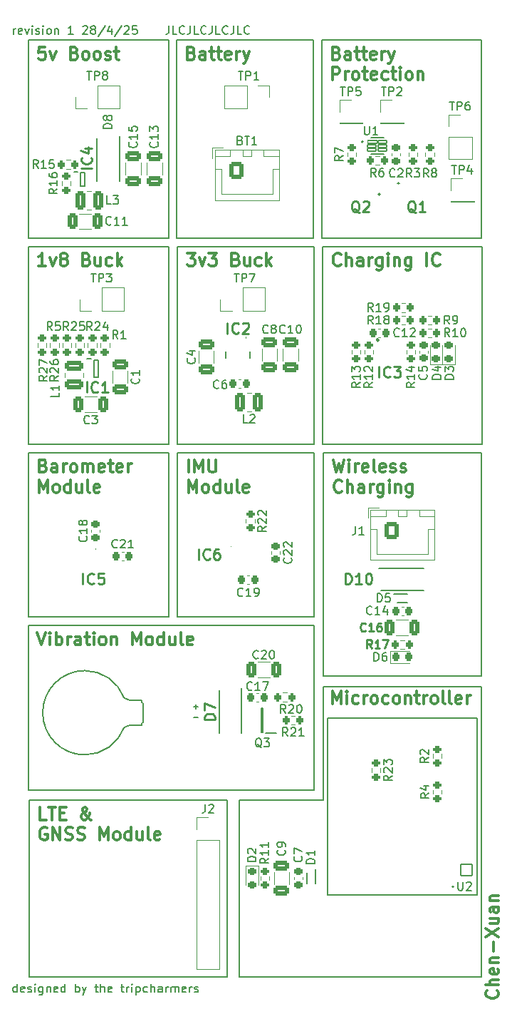
<source format=gbr>
%TF.GenerationSoftware,KiCad,Pcbnew,9.0.1*%
%TF.CreationDate,2025-05-01T14:46:25+08:00*%
%TF.ProjectId,pcb_all,7063625f-616c-46c2-9e6b-696361645f70,rev?*%
%TF.SameCoordinates,Original*%
%TF.FileFunction,Legend,Top*%
%TF.FilePolarity,Positive*%
%FSLAX46Y46*%
G04 Gerber Fmt 4.6, Leading zero omitted, Abs format (unit mm)*
G04 Created by KiCad (PCBNEW 9.0.1) date 2025-05-01 14:46:25*
%MOMM*%
%LPD*%
G01*
G04 APERTURE LIST*
G04 Aperture macros list*
%AMRoundRect*
0 Rectangle with rounded corners*
0 $1 Rounding radius*
0 $2 $3 $4 $5 $6 $7 $8 $9 X,Y pos of 4 corners*
0 Add a 4 corners polygon primitive as box body*
4,1,4,$2,$3,$4,$5,$6,$7,$8,$9,$2,$3,0*
0 Add four circle primitives for the rounded corners*
1,1,$1+$1,$2,$3*
1,1,$1+$1,$4,$5*
1,1,$1+$1,$6,$7*
1,1,$1+$1,$8,$9*
0 Add four rect primitives between the rounded corners*
20,1,$1+$1,$2,$3,$4,$5,0*
20,1,$1+$1,$4,$5,$6,$7,0*
20,1,$1+$1,$6,$7,$8,$9,0*
20,1,$1+$1,$8,$9,$2,$3,0*%
G04 Aperture macros list end*
%ADD10C,0.200000*%
%ADD11C,0.300000*%
%ADD12C,0.150000*%
%ADD13C,0.254000*%
%ADD14C,0.250000*%
%ADD15C,0.120000*%
%ADD16C,0.100000*%
%ADD17C,0.127000*%
%ADD18C,0.027000*%
%ADD19RoundRect,0.200000X0.275000X-0.200000X0.275000X0.200000X-0.275000X0.200000X-0.275000X-0.200000X0*%
%ADD20RoundRect,0.225000X-0.225000X-0.250000X0.225000X-0.250000X0.225000X0.250000X-0.225000X0.250000X0*%
%ADD21R,1.700000X1.700000*%
%ADD22C,1.700000*%
%ADD23RoundRect,0.250000X-0.650000X0.325000X-0.650000X-0.325000X0.650000X-0.325000X0.650000X0.325000X0*%
%ADD24RoundRect,0.250000X-0.375000X-0.850000X0.375000X-0.850000X0.375000X0.850000X-0.375000X0.850000X0*%
%ADD25RoundRect,0.218750X0.256250X-0.218750X0.256250X0.218750X-0.256250X0.218750X-0.256250X-0.218750X0*%
%ADD26RoundRect,0.200000X0.200000X0.275000X-0.200000X0.275000X-0.200000X-0.275000X0.200000X-0.275000X0*%
%ADD27RoundRect,0.250000X-0.600000X-0.750000X0.600000X-0.750000X0.600000X0.750000X-0.600000X0.750000X0*%
%ADD28O,1.700000X2.000000*%
%ADD29RoundRect,0.225000X-0.250000X0.225000X-0.250000X-0.225000X0.250000X-0.225000X0.250000X0.225000X0*%
%ADD30RoundRect,0.200000X-0.200000X-0.275000X0.200000X-0.275000X0.200000X0.275000X-0.200000X0.275000X0*%
%ADD31RoundRect,0.200000X-0.275000X0.200000X-0.275000X-0.200000X0.275000X-0.200000X0.275000X0.200000X0*%
%ADD32R,1.550000X2.200000*%
%ADD33R,0.475000X0.300000*%
%ADD34R,0.250000X0.275000*%
%ADD35R,0.275000X0.250000*%
%ADD36R,2.200000X1.550000*%
%ADD37R,0.750000X0.300000*%
%ADD38R,0.450000X0.300000*%
%ADD39R,1.000000X0.950000*%
%ADD40RoundRect,0.059250X-0.552750X-0.177750X0.552750X-0.177750X0.552750X0.177750X-0.552750X0.177750X0*%
%ADD41RoundRect,0.059250X-0.512750X-0.177750X0.512750X-0.177750X0.512750X0.177750X-0.512750X0.177750X0*%
%ADD42RoundRect,0.250000X0.325000X0.650000X-0.325000X0.650000X-0.325000X-0.650000X0.325000X-0.650000X0*%
%ADD43R,0.640000X0.420000*%
%ADD44RoundRect,0.218750X-0.218750X-0.256250X0.218750X-0.256250X0.218750X0.256250X-0.218750X0.256250X0*%
%ADD45RoundRect,0.250000X-0.325000X-0.650000X0.325000X-0.650000X0.325000X0.650000X-0.325000X0.650000X0*%
%ADD46R,1.300000X0.600000*%
%ADD47C,1.212000*%
%ADD48R,0.420000X0.640000*%
%ADD49RoundRect,0.225000X0.250000X-0.225000X0.250000X0.225000X-0.250000X0.225000X-0.250000X-0.225000X0*%
%ADD50RoundRect,0.102000X0.679000X0.679000X-0.679000X0.679000X-0.679000X-0.679000X0.679000X-0.679000X0*%
%ADD51C,1.562000*%
%ADD52RoundRect,0.225000X0.225000X0.250000X-0.225000X0.250000X-0.225000X-0.250000X0.225000X-0.250000X0*%
%ADD53R,0.700000X1.000000*%
%ADD54R,0.575000X0.350000*%
%ADD55R,0.350000X0.575000*%
%ADD56R,0.700000X0.300000*%
%ADD57R,1.000000X1.700000*%
%ADD58RoundRect,0.250000X0.850000X-0.375000X0.850000X0.375000X-0.850000X0.375000X-0.850000X-0.375000X0*%
%ADD59RoundRect,0.218750X-0.256250X0.218750X-0.256250X-0.218750X0.256250X-0.218750X0.256250X0.218750X0*%
G04 APERTURE END LIST*
D10*
X117500000Y-143250000D02*
X141000000Y-143250000D01*
X141000000Y-164250000D01*
X117500000Y-164250000D01*
X117500000Y-143250000D01*
X152500000Y-129750000D02*
X171250000Y-129750000D01*
X152500000Y-102000000D02*
X171250000Y-102000000D01*
X171250000Y-128520000D01*
X152500000Y-128520000D01*
X152500000Y-102000000D01*
X171250000Y-129750000D02*
X171250000Y-164250000D01*
X135125000Y-102000000D02*
X151375000Y-102000000D01*
X151375000Y-121500000D01*
X135125000Y-121500000D01*
X135125000Y-102000000D01*
X117375000Y-122500000D02*
X151375000Y-122500000D01*
X151375000Y-142000000D01*
X117375000Y-142000000D01*
X117375000Y-122500000D01*
X152375000Y-77500000D02*
X171375000Y-77500000D01*
X171375000Y-101000000D01*
X152375000Y-101000000D01*
X152375000Y-77500000D01*
X142500000Y-143250000D02*
X152500000Y-143250000D01*
X152250000Y-53000000D02*
X171250000Y-53000000D01*
X171250000Y-76500000D01*
X152250000Y-76500000D01*
X152250000Y-53000000D01*
X117375000Y-102000000D02*
X134125000Y-102000000D01*
X134125000Y-121500000D01*
X117375000Y-121500000D01*
X117375000Y-102000000D01*
X142500000Y-143250000D02*
X142500000Y-164250000D01*
X171250000Y-164250000D02*
X142500000Y-164250000D01*
X117375000Y-53000000D02*
X134125000Y-53000000D01*
X134125000Y-76500000D01*
X117375000Y-76500000D01*
X117375000Y-53000000D01*
X135125000Y-77500000D02*
X151375000Y-77500000D01*
X151375000Y-101000000D01*
X135125000Y-101000000D01*
X135125000Y-77500000D01*
X135000000Y-53000000D02*
X151250000Y-53000000D01*
X151250000Y-76500000D01*
X135000000Y-76500000D01*
X135000000Y-53000000D01*
X152500000Y-129750000D02*
X152500000Y-143250000D01*
X117375000Y-77500000D02*
X134125000Y-77500000D01*
X134125000Y-101000000D01*
X117375000Y-101000000D01*
X117375000Y-77500000D01*
D11*
X154054510Y-54520114D02*
X154268796Y-54591542D01*
X154268796Y-54591542D02*
X154340225Y-54662971D01*
X154340225Y-54662971D02*
X154411653Y-54805828D01*
X154411653Y-54805828D02*
X154411653Y-55020114D01*
X154411653Y-55020114D02*
X154340225Y-55162971D01*
X154340225Y-55162971D02*
X154268796Y-55234400D01*
X154268796Y-55234400D02*
X154125939Y-55305828D01*
X154125939Y-55305828D02*
X153554510Y-55305828D01*
X153554510Y-55305828D02*
X153554510Y-53805828D01*
X153554510Y-53805828D02*
X154054510Y-53805828D01*
X154054510Y-53805828D02*
X154197368Y-53877257D01*
X154197368Y-53877257D02*
X154268796Y-53948685D01*
X154268796Y-53948685D02*
X154340225Y-54091542D01*
X154340225Y-54091542D02*
X154340225Y-54234400D01*
X154340225Y-54234400D02*
X154268796Y-54377257D01*
X154268796Y-54377257D02*
X154197368Y-54448685D01*
X154197368Y-54448685D02*
X154054510Y-54520114D01*
X154054510Y-54520114D02*
X153554510Y-54520114D01*
X155697368Y-55305828D02*
X155697368Y-54520114D01*
X155697368Y-54520114D02*
X155625939Y-54377257D01*
X155625939Y-54377257D02*
X155483082Y-54305828D01*
X155483082Y-54305828D02*
X155197368Y-54305828D01*
X155197368Y-54305828D02*
X155054510Y-54377257D01*
X155697368Y-55234400D02*
X155554510Y-55305828D01*
X155554510Y-55305828D02*
X155197368Y-55305828D01*
X155197368Y-55305828D02*
X155054510Y-55234400D01*
X155054510Y-55234400D02*
X154983082Y-55091542D01*
X154983082Y-55091542D02*
X154983082Y-54948685D01*
X154983082Y-54948685D02*
X155054510Y-54805828D01*
X155054510Y-54805828D02*
X155197368Y-54734400D01*
X155197368Y-54734400D02*
X155554510Y-54734400D01*
X155554510Y-54734400D02*
X155697368Y-54662971D01*
X156197368Y-54305828D02*
X156768796Y-54305828D01*
X156411653Y-53805828D02*
X156411653Y-55091542D01*
X156411653Y-55091542D02*
X156483082Y-55234400D01*
X156483082Y-55234400D02*
X156625939Y-55305828D01*
X156625939Y-55305828D02*
X156768796Y-55305828D01*
X157054511Y-54305828D02*
X157625939Y-54305828D01*
X157268796Y-53805828D02*
X157268796Y-55091542D01*
X157268796Y-55091542D02*
X157340225Y-55234400D01*
X157340225Y-55234400D02*
X157483082Y-55305828D01*
X157483082Y-55305828D02*
X157625939Y-55305828D01*
X158697368Y-55234400D02*
X158554511Y-55305828D01*
X158554511Y-55305828D02*
X158268797Y-55305828D01*
X158268797Y-55305828D02*
X158125939Y-55234400D01*
X158125939Y-55234400D02*
X158054511Y-55091542D01*
X158054511Y-55091542D02*
X158054511Y-54520114D01*
X158054511Y-54520114D02*
X158125939Y-54377257D01*
X158125939Y-54377257D02*
X158268797Y-54305828D01*
X158268797Y-54305828D02*
X158554511Y-54305828D01*
X158554511Y-54305828D02*
X158697368Y-54377257D01*
X158697368Y-54377257D02*
X158768797Y-54520114D01*
X158768797Y-54520114D02*
X158768797Y-54662971D01*
X158768797Y-54662971D02*
X158054511Y-54805828D01*
X159411653Y-55305828D02*
X159411653Y-54305828D01*
X159411653Y-54591542D02*
X159483082Y-54448685D01*
X159483082Y-54448685D02*
X159554511Y-54377257D01*
X159554511Y-54377257D02*
X159697368Y-54305828D01*
X159697368Y-54305828D02*
X159840225Y-54305828D01*
X160197367Y-54305828D02*
X160554510Y-55305828D01*
X160911653Y-54305828D02*
X160554510Y-55305828D01*
X160554510Y-55305828D02*
X160411653Y-55662971D01*
X160411653Y-55662971D02*
X160340224Y-55734400D01*
X160340224Y-55734400D02*
X160197367Y-55805828D01*
X153554510Y-57720744D02*
X153554510Y-56220744D01*
X153554510Y-56220744D02*
X154125939Y-56220744D01*
X154125939Y-56220744D02*
X154268796Y-56292173D01*
X154268796Y-56292173D02*
X154340225Y-56363601D01*
X154340225Y-56363601D02*
X154411653Y-56506458D01*
X154411653Y-56506458D02*
X154411653Y-56720744D01*
X154411653Y-56720744D02*
X154340225Y-56863601D01*
X154340225Y-56863601D02*
X154268796Y-56935030D01*
X154268796Y-56935030D02*
X154125939Y-57006458D01*
X154125939Y-57006458D02*
X153554510Y-57006458D01*
X155054510Y-57720744D02*
X155054510Y-56720744D01*
X155054510Y-57006458D02*
X155125939Y-56863601D01*
X155125939Y-56863601D02*
X155197368Y-56792173D01*
X155197368Y-56792173D02*
X155340225Y-56720744D01*
X155340225Y-56720744D02*
X155483082Y-56720744D01*
X156197367Y-57720744D02*
X156054510Y-57649316D01*
X156054510Y-57649316D02*
X155983081Y-57577887D01*
X155983081Y-57577887D02*
X155911653Y-57435030D01*
X155911653Y-57435030D02*
X155911653Y-57006458D01*
X155911653Y-57006458D02*
X155983081Y-56863601D01*
X155983081Y-56863601D02*
X156054510Y-56792173D01*
X156054510Y-56792173D02*
X156197367Y-56720744D01*
X156197367Y-56720744D02*
X156411653Y-56720744D01*
X156411653Y-56720744D02*
X156554510Y-56792173D01*
X156554510Y-56792173D02*
X156625939Y-56863601D01*
X156625939Y-56863601D02*
X156697367Y-57006458D01*
X156697367Y-57006458D02*
X156697367Y-57435030D01*
X156697367Y-57435030D02*
X156625939Y-57577887D01*
X156625939Y-57577887D02*
X156554510Y-57649316D01*
X156554510Y-57649316D02*
X156411653Y-57720744D01*
X156411653Y-57720744D02*
X156197367Y-57720744D01*
X157125939Y-56720744D02*
X157697367Y-56720744D01*
X157340224Y-56220744D02*
X157340224Y-57506458D01*
X157340224Y-57506458D02*
X157411653Y-57649316D01*
X157411653Y-57649316D02*
X157554510Y-57720744D01*
X157554510Y-57720744D02*
X157697367Y-57720744D01*
X158768796Y-57649316D02*
X158625939Y-57720744D01*
X158625939Y-57720744D02*
X158340225Y-57720744D01*
X158340225Y-57720744D02*
X158197367Y-57649316D01*
X158197367Y-57649316D02*
X158125939Y-57506458D01*
X158125939Y-57506458D02*
X158125939Y-56935030D01*
X158125939Y-56935030D02*
X158197367Y-56792173D01*
X158197367Y-56792173D02*
X158340225Y-56720744D01*
X158340225Y-56720744D02*
X158625939Y-56720744D01*
X158625939Y-56720744D02*
X158768796Y-56792173D01*
X158768796Y-56792173D02*
X158840225Y-56935030D01*
X158840225Y-56935030D02*
X158840225Y-57077887D01*
X158840225Y-57077887D02*
X158125939Y-57220744D01*
X160125939Y-57649316D02*
X159983081Y-57720744D01*
X159983081Y-57720744D02*
X159697367Y-57720744D01*
X159697367Y-57720744D02*
X159554510Y-57649316D01*
X159554510Y-57649316D02*
X159483081Y-57577887D01*
X159483081Y-57577887D02*
X159411653Y-57435030D01*
X159411653Y-57435030D02*
X159411653Y-57006458D01*
X159411653Y-57006458D02*
X159483081Y-56863601D01*
X159483081Y-56863601D02*
X159554510Y-56792173D01*
X159554510Y-56792173D02*
X159697367Y-56720744D01*
X159697367Y-56720744D02*
X159983081Y-56720744D01*
X159983081Y-56720744D02*
X160125939Y-56792173D01*
X160554510Y-56720744D02*
X161125938Y-56720744D01*
X160768795Y-56220744D02*
X160768795Y-57506458D01*
X160768795Y-57506458D02*
X160840224Y-57649316D01*
X160840224Y-57649316D02*
X160983081Y-57720744D01*
X160983081Y-57720744D02*
X161125938Y-57720744D01*
X161625938Y-57720744D02*
X161625938Y-56720744D01*
X161625938Y-56220744D02*
X161554510Y-56292173D01*
X161554510Y-56292173D02*
X161625938Y-56363601D01*
X161625938Y-56363601D02*
X161697367Y-56292173D01*
X161697367Y-56292173D02*
X161625938Y-56220744D01*
X161625938Y-56220744D02*
X161625938Y-56363601D01*
X162554510Y-57720744D02*
X162411653Y-57649316D01*
X162411653Y-57649316D02*
X162340224Y-57577887D01*
X162340224Y-57577887D02*
X162268796Y-57435030D01*
X162268796Y-57435030D02*
X162268796Y-57006458D01*
X162268796Y-57006458D02*
X162340224Y-56863601D01*
X162340224Y-56863601D02*
X162411653Y-56792173D01*
X162411653Y-56792173D02*
X162554510Y-56720744D01*
X162554510Y-56720744D02*
X162768796Y-56720744D01*
X162768796Y-56720744D02*
X162911653Y-56792173D01*
X162911653Y-56792173D02*
X162983082Y-56863601D01*
X162983082Y-56863601D02*
X163054510Y-57006458D01*
X163054510Y-57006458D02*
X163054510Y-57435030D01*
X163054510Y-57435030D02*
X162983082Y-57577887D01*
X162983082Y-57577887D02*
X162911653Y-57649316D01*
X162911653Y-57649316D02*
X162768796Y-57720744D01*
X162768796Y-57720744D02*
X162554510Y-57720744D01*
X163697367Y-56720744D02*
X163697367Y-57720744D01*
X163697367Y-56863601D02*
X163768796Y-56792173D01*
X163768796Y-56792173D02*
X163911653Y-56720744D01*
X163911653Y-56720744D02*
X164125939Y-56720744D01*
X164125939Y-56720744D02*
X164268796Y-56792173D01*
X164268796Y-56792173D02*
X164340225Y-56935030D01*
X164340225Y-56935030D02*
X164340225Y-57720744D01*
X119179510Y-103520114D02*
X119393796Y-103591542D01*
X119393796Y-103591542D02*
X119465225Y-103662971D01*
X119465225Y-103662971D02*
X119536653Y-103805828D01*
X119536653Y-103805828D02*
X119536653Y-104020114D01*
X119536653Y-104020114D02*
X119465225Y-104162971D01*
X119465225Y-104162971D02*
X119393796Y-104234400D01*
X119393796Y-104234400D02*
X119250939Y-104305828D01*
X119250939Y-104305828D02*
X118679510Y-104305828D01*
X118679510Y-104305828D02*
X118679510Y-102805828D01*
X118679510Y-102805828D02*
X119179510Y-102805828D01*
X119179510Y-102805828D02*
X119322368Y-102877257D01*
X119322368Y-102877257D02*
X119393796Y-102948685D01*
X119393796Y-102948685D02*
X119465225Y-103091542D01*
X119465225Y-103091542D02*
X119465225Y-103234400D01*
X119465225Y-103234400D02*
X119393796Y-103377257D01*
X119393796Y-103377257D02*
X119322368Y-103448685D01*
X119322368Y-103448685D02*
X119179510Y-103520114D01*
X119179510Y-103520114D02*
X118679510Y-103520114D01*
X120822368Y-104305828D02*
X120822368Y-103520114D01*
X120822368Y-103520114D02*
X120750939Y-103377257D01*
X120750939Y-103377257D02*
X120608082Y-103305828D01*
X120608082Y-103305828D02*
X120322368Y-103305828D01*
X120322368Y-103305828D02*
X120179510Y-103377257D01*
X120822368Y-104234400D02*
X120679510Y-104305828D01*
X120679510Y-104305828D02*
X120322368Y-104305828D01*
X120322368Y-104305828D02*
X120179510Y-104234400D01*
X120179510Y-104234400D02*
X120108082Y-104091542D01*
X120108082Y-104091542D02*
X120108082Y-103948685D01*
X120108082Y-103948685D02*
X120179510Y-103805828D01*
X120179510Y-103805828D02*
X120322368Y-103734400D01*
X120322368Y-103734400D02*
X120679510Y-103734400D01*
X120679510Y-103734400D02*
X120822368Y-103662971D01*
X121536653Y-104305828D02*
X121536653Y-103305828D01*
X121536653Y-103591542D02*
X121608082Y-103448685D01*
X121608082Y-103448685D02*
X121679511Y-103377257D01*
X121679511Y-103377257D02*
X121822368Y-103305828D01*
X121822368Y-103305828D02*
X121965225Y-103305828D01*
X122679510Y-104305828D02*
X122536653Y-104234400D01*
X122536653Y-104234400D02*
X122465224Y-104162971D01*
X122465224Y-104162971D02*
X122393796Y-104020114D01*
X122393796Y-104020114D02*
X122393796Y-103591542D01*
X122393796Y-103591542D02*
X122465224Y-103448685D01*
X122465224Y-103448685D02*
X122536653Y-103377257D01*
X122536653Y-103377257D02*
X122679510Y-103305828D01*
X122679510Y-103305828D02*
X122893796Y-103305828D01*
X122893796Y-103305828D02*
X123036653Y-103377257D01*
X123036653Y-103377257D02*
X123108082Y-103448685D01*
X123108082Y-103448685D02*
X123179510Y-103591542D01*
X123179510Y-103591542D02*
X123179510Y-104020114D01*
X123179510Y-104020114D02*
X123108082Y-104162971D01*
X123108082Y-104162971D02*
X123036653Y-104234400D01*
X123036653Y-104234400D02*
X122893796Y-104305828D01*
X122893796Y-104305828D02*
X122679510Y-104305828D01*
X123822367Y-104305828D02*
X123822367Y-103305828D01*
X123822367Y-103448685D02*
X123893796Y-103377257D01*
X123893796Y-103377257D02*
X124036653Y-103305828D01*
X124036653Y-103305828D02*
X124250939Y-103305828D01*
X124250939Y-103305828D02*
X124393796Y-103377257D01*
X124393796Y-103377257D02*
X124465225Y-103520114D01*
X124465225Y-103520114D02*
X124465225Y-104305828D01*
X124465225Y-103520114D02*
X124536653Y-103377257D01*
X124536653Y-103377257D02*
X124679510Y-103305828D01*
X124679510Y-103305828D02*
X124893796Y-103305828D01*
X124893796Y-103305828D02*
X125036653Y-103377257D01*
X125036653Y-103377257D02*
X125108082Y-103520114D01*
X125108082Y-103520114D02*
X125108082Y-104305828D01*
X126393796Y-104234400D02*
X126250939Y-104305828D01*
X126250939Y-104305828D02*
X125965225Y-104305828D01*
X125965225Y-104305828D02*
X125822367Y-104234400D01*
X125822367Y-104234400D02*
X125750939Y-104091542D01*
X125750939Y-104091542D02*
X125750939Y-103520114D01*
X125750939Y-103520114D02*
X125822367Y-103377257D01*
X125822367Y-103377257D02*
X125965225Y-103305828D01*
X125965225Y-103305828D02*
X126250939Y-103305828D01*
X126250939Y-103305828D02*
X126393796Y-103377257D01*
X126393796Y-103377257D02*
X126465225Y-103520114D01*
X126465225Y-103520114D02*
X126465225Y-103662971D01*
X126465225Y-103662971D02*
X125750939Y-103805828D01*
X126893796Y-103305828D02*
X127465224Y-103305828D01*
X127108081Y-102805828D02*
X127108081Y-104091542D01*
X127108081Y-104091542D02*
X127179510Y-104234400D01*
X127179510Y-104234400D02*
X127322367Y-104305828D01*
X127322367Y-104305828D02*
X127465224Y-104305828D01*
X128536653Y-104234400D02*
X128393796Y-104305828D01*
X128393796Y-104305828D02*
X128108082Y-104305828D01*
X128108082Y-104305828D02*
X127965224Y-104234400D01*
X127965224Y-104234400D02*
X127893796Y-104091542D01*
X127893796Y-104091542D02*
X127893796Y-103520114D01*
X127893796Y-103520114D02*
X127965224Y-103377257D01*
X127965224Y-103377257D02*
X128108082Y-103305828D01*
X128108082Y-103305828D02*
X128393796Y-103305828D01*
X128393796Y-103305828D02*
X128536653Y-103377257D01*
X128536653Y-103377257D02*
X128608082Y-103520114D01*
X128608082Y-103520114D02*
X128608082Y-103662971D01*
X128608082Y-103662971D02*
X127893796Y-103805828D01*
X129250938Y-104305828D02*
X129250938Y-103305828D01*
X129250938Y-103591542D02*
X129322367Y-103448685D01*
X129322367Y-103448685D02*
X129393796Y-103377257D01*
X129393796Y-103377257D02*
X129536653Y-103305828D01*
X129536653Y-103305828D02*
X129679510Y-103305828D01*
X118679510Y-106720744D02*
X118679510Y-105220744D01*
X118679510Y-105220744D02*
X119179510Y-106292173D01*
X119179510Y-106292173D02*
X119679510Y-105220744D01*
X119679510Y-105220744D02*
X119679510Y-106720744D01*
X120608082Y-106720744D02*
X120465225Y-106649316D01*
X120465225Y-106649316D02*
X120393796Y-106577887D01*
X120393796Y-106577887D02*
X120322368Y-106435030D01*
X120322368Y-106435030D02*
X120322368Y-106006458D01*
X120322368Y-106006458D02*
X120393796Y-105863601D01*
X120393796Y-105863601D02*
X120465225Y-105792173D01*
X120465225Y-105792173D02*
X120608082Y-105720744D01*
X120608082Y-105720744D02*
X120822368Y-105720744D01*
X120822368Y-105720744D02*
X120965225Y-105792173D01*
X120965225Y-105792173D02*
X121036654Y-105863601D01*
X121036654Y-105863601D02*
X121108082Y-106006458D01*
X121108082Y-106006458D02*
X121108082Y-106435030D01*
X121108082Y-106435030D02*
X121036654Y-106577887D01*
X121036654Y-106577887D02*
X120965225Y-106649316D01*
X120965225Y-106649316D02*
X120822368Y-106720744D01*
X120822368Y-106720744D02*
X120608082Y-106720744D01*
X122393797Y-106720744D02*
X122393797Y-105220744D01*
X122393797Y-106649316D02*
X122250939Y-106720744D01*
X122250939Y-106720744D02*
X121965225Y-106720744D01*
X121965225Y-106720744D02*
X121822368Y-106649316D01*
X121822368Y-106649316D02*
X121750939Y-106577887D01*
X121750939Y-106577887D02*
X121679511Y-106435030D01*
X121679511Y-106435030D02*
X121679511Y-106006458D01*
X121679511Y-106006458D02*
X121750939Y-105863601D01*
X121750939Y-105863601D02*
X121822368Y-105792173D01*
X121822368Y-105792173D02*
X121965225Y-105720744D01*
X121965225Y-105720744D02*
X122250939Y-105720744D01*
X122250939Y-105720744D02*
X122393797Y-105792173D01*
X123750940Y-105720744D02*
X123750940Y-106720744D01*
X123108082Y-105720744D02*
X123108082Y-106506458D01*
X123108082Y-106506458D02*
X123179511Y-106649316D01*
X123179511Y-106649316D02*
X123322368Y-106720744D01*
X123322368Y-106720744D02*
X123536654Y-106720744D01*
X123536654Y-106720744D02*
X123679511Y-106649316D01*
X123679511Y-106649316D02*
X123750940Y-106577887D01*
X124679511Y-106720744D02*
X124536654Y-106649316D01*
X124536654Y-106649316D02*
X124465225Y-106506458D01*
X124465225Y-106506458D02*
X124465225Y-105220744D01*
X125822368Y-106649316D02*
X125679511Y-106720744D01*
X125679511Y-106720744D02*
X125393797Y-106720744D01*
X125393797Y-106720744D02*
X125250939Y-106649316D01*
X125250939Y-106649316D02*
X125179511Y-106506458D01*
X125179511Y-106506458D02*
X125179511Y-105935030D01*
X125179511Y-105935030D02*
X125250939Y-105792173D01*
X125250939Y-105792173D02*
X125393797Y-105720744D01*
X125393797Y-105720744D02*
X125679511Y-105720744D01*
X125679511Y-105720744D02*
X125822368Y-105792173D01*
X125822368Y-105792173D02*
X125893797Y-105935030D01*
X125893797Y-105935030D02*
X125893797Y-106077887D01*
X125893797Y-106077887D02*
X125179511Y-106220744D01*
X119518796Y-145555828D02*
X118804510Y-145555828D01*
X118804510Y-145555828D02*
X118804510Y-144055828D01*
X119804511Y-144055828D02*
X120661654Y-144055828D01*
X120233082Y-145555828D02*
X120233082Y-144055828D01*
X121161653Y-144770114D02*
X121661653Y-144770114D01*
X121875939Y-145555828D02*
X121161653Y-145555828D01*
X121161653Y-145555828D02*
X121161653Y-144055828D01*
X121161653Y-144055828D02*
X121875939Y-144055828D01*
X124875939Y-145555828D02*
X124804511Y-145555828D01*
X124804511Y-145555828D02*
X124661653Y-145484400D01*
X124661653Y-145484400D02*
X124447368Y-145270114D01*
X124447368Y-145270114D02*
X124090225Y-144841542D01*
X124090225Y-144841542D02*
X123947368Y-144627257D01*
X123947368Y-144627257D02*
X123875939Y-144412971D01*
X123875939Y-144412971D02*
X123875939Y-144270114D01*
X123875939Y-144270114D02*
X123947368Y-144127257D01*
X123947368Y-144127257D02*
X124090225Y-144055828D01*
X124090225Y-144055828D02*
X124161653Y-144055828D01*
X124161653Y-144055828D02*
X124304511Y-144127257D01*
X124304511Y-144127257D02*
X124375939Y-144270114D01*
X124375939Y-144270114D02*
X124375939Y-144341542D01*
X124375939Y-144341542D02*
X124304511Y-144484400D01*
X124304511Y-144484400D02*
X124233082Y-144555828D01*
X124233082Y-144555828D02*
X123804511Y-144841542D01*
X123804511Y-144841542D02*
X123733082Y-144912971D01*
X123733082Y-144912971D02*
X123661653Y-145055828D01*
X123661653Y-145055828D02*
X123661653Y-145270114D01*
X123661653Y-145270114D02*
X123733082Y-145412971D01*
X123733082Y-145412971D02*
X123804511Y-145484400D01*
X123804511Y-145484400D02*
X123947368Y-145555828D01*
X123947368Y-145555828D02*
X124161653Y-145555828D01*
X124161653Y-145555828D02*
X124304511Y-145484400D01*
X124304511Y-145484400D02*
X124375939Y-145412971D01*
X124375939Y-145412971D02*
X124590225Y-145127257D01*
X124590225Y-145127257D02*
X124661653Y-144912971D01*
X124661653Y-144912971D02*
X124661653Y-144770114D01*
X119590225Y-146542173D02*
X119447368Y-146470744D01*
X119447368Y-146470744D02*
X119233082Y-146470744D01*
X119233082Y-146470744D02*
X119018796Y-146542173D01*
X119018796Y-146542173D02*
X118875939Y-146685030D01*
X118875939Y-146685030D02*
X118804510Y-146827887D01*
X118804510Y-146827887D02*
X118733082Y-147113601D01*
X118733082Y-147113601D02*
X118733082Y-147327887D01*
X118733082Y-147327887D02*
X118804510Y-147613601D01*
X118804510Y-147613601D02*
X118875939Y-147756458D01*
X118875939Y-147756458D02*
X119018796Y-147899316D01*
X119018796Y-147899316D02*
X119233082Y-147970744D01*
X119233082Y-147970744D02*
X119375939Y-147970744D01*
X119375939Y-147970744D02*
X119590225Y-147899316D01*
X119590225Y-147899316D02*
X119661653Y-147827887D01*
X119661653Y-147827887D02*
X119661653Y-147327887D01*
X119661653Y-147327887D02*
X119375939Y-147327887D01*
X120304510Y-147970744D02*
X120304510Y-146470744D01*
X120304510Y-146470744D02*
X121161653Y-147970744D01*
X121161653Y-147970744D02*
X121161653Y-146470744D01*
X121804511Y-147899316D02*
X122018797Y-147970744D01*
X122018797Y-147970744D02*
X122375939Y-147970744D01*
X122375939Y-147970744D02*
X122518797Y-147899316D01*
X122518797Y-147899316D02*
X122590225Y-147827887D01*
X122590225Y-147827887D02*
X122661654Y-147685030D01*
X122661654Y-147685030D02*
X122661654Y-147542173D01*
X122661654Y-147542173D02*
X122590225Y-147399316D01*
X122590225Y-147399316D02*
X122518797Y-147327887D01*
X122518797Y-147327887D02*
X122375939Y-147256458D01*
X122375939Y-147256458D02*
X122090225Y-147185030D01*
X122090225Y-147185030D02*
X121947368Y-147113601D01*
X121947368Y-147113601D02*
X121875939Y-147042173D01*
X121875939Y-147042173D02*
X121804511Y-146899316D01*
X121804511Y-146899316D02*
X121804511Y-146756458D01*
X121804511Y-146756458D02*
X121875939Y-146613601D01*
X121875939Y-146613601D02*
X121947368Y-146542173D01*
X121947368Y-146542173D02*
X122090225Y-146470744D01*
X122090225Y-146470744D02*
X122447368Y-146470744D01*
X122447368Y-146470744D02*
X122661654Y-146542173D01*
X123233082Y-147899316D02*
X123447368Y-147970744D01*
X123447368Y-147970744D02*
X123804510Y-147970744D01*
X123804510Y-147970744D02*
X123947368Y-147899316D01*
X123947368Y-147899316D02*
X124018796Y-147827887D01*
X124018796Y-147827887D02*
X124090225Y-147685030D01*
X124090225Y-147685030D02*
X124090225Y-147542173D01*
X124090225Y-147542173D02*
X124018796Y-147399316D01*
X124018796Y-147399316D02*
X123947368Y-147327887D01*
X123947368Y-147327887D02*
X123804510Y-147256458D01*
X123804510Y-147256458D02*
X123518796Y-147185030D01*
X123518796Y-147185030D02*
X123375939Y-147113601D01*
X123375939Y-147113601D02*
X123304510Y-147042173D01*
X123304510Y-147042173D02*
X123233082Y-146899316D01*
X123233082Y-146899316D02*
X123233082Y-146756458D01*
X123233082Y-146756458D02*
X123304510Y-146613601D01*
X123304510Y-146613601D02*
X123375939Y-146542173D01*
X123375939Y-146542173D02*
X123518796Y-146470744D01*
X123518796Y-146470744D02*
X123875939Y-146470744D01*
X123875939Y-146470744D02*
X124090225Y-146542173D01*
X125875938Y-147970744D02*
X125875938Y-146470744D01*
X125875938Y-146470744D02*
X126375938Y-147542173D01*
X126375938Y-147542173D02*
X126875938Y-146470744D01*
X126875938Y-146470744D02*
X126875938Y-147970744D01*
X127804510Y-147970744D02*
X127661653Y-147899316D01*
X127661653Y-147899316D02*
X127590224Y-147827887D01*
X127590224Y-147827887D02*
X127518796Y-147685030D01*
X127518796Y-147685030D02*
X127518796Y-147256458D01*
X127518796Y-147256458D02*
X127590224Y-147113601D01*
X127590224Y-147113601D02*
X127661653Y-147042173D01*
X127661653Y-147042173D02*
X127804510Y-146970744D01*
X127804510Y-146970744D02*
X128018796Y-146970744D01*
X128018796Y-146970744D02*
X128161653Y-147042173D01*
X128161653Y-147042173D02*
X128233082Y-147113601D01*
X128233082Y-147113601D02*
X128304510Y-147256458D01*
X128304510Y-147256458D02*
X128304510Y-147685030D01*
X128304510Y-147685030D02*
X128233082Y-147827887D01*
X128233082Y-147827887D02*
X128161653Y-147899316D01*
X128161653Y-147899316D02*
X128018796Y-147970744D01*
X128018796Y-147970744D02*
X127804510Y-147970744D01*
X129590225Y-147970744D02*
X129590225Y-146470744D01*
X129590225Y-147899316D02*
X129447367Y-147970744D01*
X129447367Y-147970744D02*
X129161653Y-147970744D01*
X129161653Y-147970744D02*
X129018796Y-147899316D01*
X129018796Y-147899316D02*
X128947367Y-147827887D01*
X128947367Y-147827887D02*
X128875939Y-147685030D01*
X128875939Y-147685030D02*
X128875939Y-147256458D01*
X128875939Y-147256458D02*
X128947367Y-147113601D01*
X128947367Y-147113601D02*
X129018796Y-147042173D01*
X129018796Y-147042173D02*
X129161653Y-146970744D01*
X129161653Y-146970744D02*
X129447367Y-146970744D01*
X129447367Y-146970744D02*
X129590225Y-147042173D01*
X130947368Y-146970744D02*
X130947368Y-147970744D01*
X130304510Y-146970744D02*
X130304510Y-147756458D01*
X130304510Y-147756458D02*
X130375939Y-147899316D01*
X130375939Y-147899316D02*
X130518796Y-147970744D01*
X130518796Y-147970744D02*
X130733082Y-147970744D01*
X130733082Y-147970744D02*
X130875939Y-147899316D01*
X130875939Y-147899316D02*
X130947368Y-147827887D01*
X131875939Y-147970744D02*
X131733082Y-147899316D01*
X131733082Y-147899316D02*
X131661653Y-147756458D01*
X131661653Y-147756458D02*
X131661653Y-146470744D01*
X133018796Y-147899316D02*
X132875939Y-147970744D01*
X132875939Y-147970744D02*
X132590225Y-147970744D01*
X132590225Y-147970744D02*
X132447367Y-147899316D01*
X132447367Y-147899316D02*
X132375939Y-147756458D01*
X132375939Y-147756458D02*
X132375939Y-147185030D01*
X132375939Y-147185030D02*
X132447367Y-147042173D01*
X132447367Y-147042173D02*
X132590225Y-146970744D01*
X132590225Y-146970744D02*
X132875939Y-146970744D01*
X132875939Y-146970744D02*
X133018796Y-147042173D01*
X133018796Y-147042173D02*
X133090225Y-147185030D01*
X133090225Y-147185030D02*
X133090225Y-147327887D01*
X133090225Y-147327887D02*
X132375939Y-147470744D01*
X136286653Y-78305828D02*
X137215225Y-78305828D01*
X137215225Y-78305828D02*
X136715225Y-78877257D01*
X136715225Y-78877257D02*
X136929510Y-78877257D01*
X136929510Y-78877257D02*
X137072368Y-78948685D01*
X137072368Y-78948685D02*
X137143796Y-79020114D01*
X137143796Y-79020114D02*
X137215225Y-79162971D01*
X137215225Y-79162971D02*
X137215225Y-79520114D01*
X137215225Y-79520114D02*
X137143796Y-79662971D01*
X137143796Y-79662971D02*
X137072368Y-79734400D01*
X137072368Y-79734400D02*
X136929510Y-79805828D01*
X136929510Y-79805828D02*
X136500939Y-79805828D01*
X136500939Y-79805828D02*
X136358082Y-79734400D01*
X136358082Y-79734400D02*
X136286653Y-79662971D01*
X137715224Y-78805828D02*
X138072367Y-79805828D01*
X138072367Y-79805828D02*
X138429510Y-78805828D01*
X138858081Y-78305828D02*
X139786653Y-78305828D01*
X139786653Y-78305828D02*
X139286653Y-78877257D01*
X139286653Y-78877257D02*
X139500938Y-78877257D01*
X139500938Y-78877257D02*
X139643796Y-78948685D01*
X139643796Y-78948685D02*
X139715224Y-79020114D01*
X139715224Y-79020114D02*
X139786653Y-79162971D01*
X139786653Y-79162971D02*
X139786653Y-79520114D01*
X139786653Y-79520114D02*
X139715224Y-79662971D01*
X139715224Y-79662971D02*
X139643796Y-79734400D01*
X139643796Y-79734400D02*
X139500938Y-79805828D01*
X139500938Y-79805828D02*
X139072367Y-79805828D01*
X139072367Y-79805828D02*
X138929510Y-79734400D01*
X138929510Y-79734400D02*
X138858081Y-79662971D01*
X142072366Y-79020114D02*
X142286652Y-79091542D01*
X142286652Y-79091542D02*
X142358081Y-79162971D01*
X142358081Y-79162971D02*
X142429509Y-79305828D01*
X142429509Y-79305828D02*
X142429509Y-79520114D01*
X142429509Y-79520114D02*
X142358081Y-79662971D01*
X142358081Y-79662971D02*
X142286652Y-79734400D01*
X142286652Y-79734400D02*
X142143795Y-79805828D01*
X142143795Y-79805828D02*
X141572366Y-79805828D01*
X141572366Y-79805828D02*
X141572366Y-78305828D01*
X141572366Y-78305828D02*
X142072366Y-78305828D01*
X142072366Y-78305828D02*
X142215224Y-78377257D01*
X142215224Y-78377257D02*
X142286652Y-78448685D01*
X142286652Y-78448685D02*
X142358081Y-78591542D01*
X142358081Y-78591542D02*
X142358081Y-78734400D01*
X142358081Y-78734400D02*
X142286652Y-78877257D01*
X142286652Y-78877257D02*
X142215224Y-78948685D01*
X142215224Y-78948685D02*
X142072366Y-79020114D01*
X142072366Y-79020114D02*
X141572366Y-79020114D01*
X143715224Y-78805828D02*
X143715224Y-79805828D01*
X143072366Y-78805828D02*
X143072366Y-79591542D01*
X143072366Y-79591542D02*
X143143795Y-79734400D01*
X143143795Y-79734400D02*
X143286652Y-79805828D01*
X143286652Y-79805828D02*
X143500938Y-79805828D01*
X143500938Y-79805828D02*
X143643795Y-79734400D01*
X143643795Y-79734400D02*
X143715224Y-79662971D01*
X145072367Y-79734400D02*
X144929509Y-79805828D01*
X144929509Y-79805828D02*
X144643795Y-79805828D01*
X144643795Y-79805828D02*
X144500938Y-79734400D01*
X144500938Y-79734400D02*
X144429509Y-79662971D01*
X144429509Y-79662971D02*
X144358081Y-79520114D01*
X144358081Y-79520114D02*
X144358081Y-79091542D01*
X144358081Y-79091542D02*
X144429509Y-78948685D01*
X144429509Y-78948685D02*
X144500938Y-78877257D01*
X144500938Y-78877257D02*
X144643795Y-78805828D01*
X144643795Y-78805828D02*
X144929509Y-78805828D01*
X144929509Y-78805828D02*
X145072367Y-78877257D01*
X145715223Y-79805828D02*
X145715223Y-78305828D01*
X145858081Y-79234400D02*
X146286652Y-79805828D01*
X146286652Y-78805828D02*
X145715223Y-79377257D01*
X136429510Y-104305828D02*
X136429510Y-102805828D01*
X137143796Y-104305828D02*
X137143796Y-102805828D01*
X137143796Y-102805828D02*
X137643796Y-103877257D01*
X137643796Y-103877257D02*
X138143796Y-102805828D01*
X138143796Y-102805828D02*
X138143796Y-104305828D01*
X138858082Y-102805828D02*
X138858082Y-104020114D01*
X138858082Y-104020114D02*
X138929511Y-104162971D01*
X138929511Y-104162971D02*
X139000940Y-104234400D01*
X139000940Y-104234400D02*
X139143797Y-104305828D01*
X139143797Y-104305828D02*
X139429511Y-104305828D01*
X139429511Y-104305828D02*
X139572368Y-104234400D01*
X139572368Y-104234400D02*
X139643797Y-104162971D01*
X139643797Y-104162971D02*
X139715225Y-104020114D01*
X139715225Y-104020114D02*
X139715225Y-102805828D01*
X136429510Y-106720744D02*
X136429510Y-105220744D01*
X136429510Y-105220744D02*
X136929510Y-106292173D01*
X136929510Y-106292173D02*
X137429510Y-105220744D01*
X137429510Y-105220744D02*
X137429510Y-106720744D01*
X138358082Y-106720744D02*
X138215225Y-106649316D01*
X138215225Y-106649316D02*
X138143796Y-106577887D01*
X138143796Y-106577887D02*
X138072368Y-106435030D01*
X138072368Y-106435030D02*
X138072368Y-106006458D01*
X138072368Y-106006458D02*
X138143796Y-105863601D01*
X138143796Y-105863601D02*
X138215225Y-105792173D01*
X138215225Y-105792173D02*
X138358082Y-105720744D01*
X138358082Y-105720744D02*
X138572368Y-105720744D01*
X138572368Y-105720744D02*
X138715225Y-105792173D01*
X138715225Y-105792173D02*
X138786654Y-105863601D01*
X138786654Y-105863601D02*
X138858082Y-106006458D01*
X138858082Y-106006458D02*
X138858082Y-106435030D01*
X138858082Y-106435030D02*
X138786654Y-106577887D01*
X138786654Y-106577887D02*
X138715225Y-106649316D01*
X138715225Y-106649316D02*
X138572368Y-106720744D01*
X138572368Y-106720744D02*
X138358082Y-106720744D01*
X140143797Y-106720744D02*
X140143797Y-105220744D01*
X140143797Y-106649316D02*
X140000939Y-106720744D01*
X140000939Y-106720744D02*
X139715225Y-106720744D01*
X139715225Y-106720744D02*
X139572368Y-106649316D01*
X139572368Y-106649316D02*
X139500939Y-106577887D01*
X139500939Y-106577887D02*
X139429511Y-106435030D01*
X139429511Y-106435030D02*
X139429511Y-106006458D01*
X139429511Y-106006458D02*
X139500939Y-105863601D01*
X139500939Y-105863601D02*
X139572368Y-105792173D01*
X139572368Y-105792173D02*
X139715225Y-105720744D01*
X139715225Y-105720744D02*
X140000939Y-105720744D01*
X140000939Y-105720744D02*
X140143797Y-105792173D01*
X141500940Y-105720744D02*
X141500940Y-106720744D01*
X140858082Y-105720744D02*
X140858082Y-106506458D01*
X140858082Y-106506458D02*
X140929511Y-106649316D01*
X140929511Y-106649316D02*
X141072368Y-106720744D01*
X141072368Y-106720744D02*
X141286654Y-106720744D01*
X141286654Y-106720744D02*
X141429511Y-106649316D01*
X141429511Y-106649316D02*
X141500940Y-106577887D01*
X142429511Y-106720744D02*
X142286654Y-106649316D01*
X142286654Y-106649316D02*
X142215225Y-106506458D01*
X142215225Y-106506458D02*
X142215225Y-105220744D01*
X143572368Y-106649316D02*
X143429511Y-106720744D01*
X143429511Y-106720744D02*
X143143797Y-106720744D01*
X143143797Y-106720744D02*
X143000939Y-106649316D01*
X143000939Y-106649316D02*
X142929511Y-106506458D01*
X142929511Y-106506458D02*
X142929511Y-105935030D01*
X142929511Y-105935030D02*
X143000939Y-105792173D01*
X143000939Y-105792173D02*
X143143797Y-105720744D01*
X143143797Y-105720744D02*
X143429511Y-105720744D01*
X143429511Y-105720744D02*
X143572368Y-105792173D01*
X143572368Y-105792173D02*
X143643797Y-105935030D01*
X143643797Y-105935030D02*
X143643797Y-106077887D01*
X143643797Y-106077887D02*
X142929511Y-106220744D01*
X153554510Y-131805828D02*
X153554510Y-130305828D01*
X153554510Y-130305828D02*
X154054510Y-131377257D01*
X154054510Y-131377257D02*
X154554510Y-130305828D01*
X154554510Y-130305828D02*
X154554510Y-131805828D01*
X155268796Y-131805828D02*
X155268796Y-130805828D01*
X155268796Y-130305828D02*
X155197368Y-130377257D01*
X155197368Y-130377257D02*
X155268796Y-130448685D01*
X155268796Y-130448685D02*
X155340225Y-130377257D01*
X155340225Y-130377257D02*
X155268796Y-130305828D01*
X155268796Y-130305828D02*
X155268796Y-130448685D01*
X156625940Y-131734400D02*
X156483082Y-131805828D01*
X156483082Y-131805828D02*
X156197368Y-131805828D01*
X156197368Y-131805828D02*
X156054511Y-131734400D01*
X156054511Y-131734400D02*
X155983082Y-131662971D01*
X155983082Y-131662971D02*
X155911654Y-131520114D01*
X155911654Y-131520114D02*
X155911654Y-131091542D01*
X155911654Y-131091542D02*
X155983082Y-130948685D01*
X155983082Y-130948685D02*
X156054511Y-130877257D01*
X156054511Y-130877257D02*
X156197368Y-130805828D01*
X156197368Y-130805828D02*
X156483082Y-130805828D01*
X156483082Y-130805828D02*
X156625940Y-130877257D01*
X157268796Y-131805828D02*
X157268796Y-130805828D01*
X157268796Y-131091542D02*
X157340225Y-130948685D01*
X157340225Y-130948685D02*
X157411654Y-130877257D01*
X157411654Y-130877257D02*
X157554511Y-130805828D01*
X157554511Y-130805828D02*
X157697368Y-130805828D01*
X158411653Y-131805828D02*
X158268796Y-131734400D01*
X158268796Y-131734400D02*
X158197367Y-131662971D01*
X158197367Y-131662971D02*
X158125939Y-131520114D01*
X158125939Y-131520114D02*
X158125939Y-131091542D01*
X158125939Y-131091542D02*
X158197367Y-130948685D01*
X158197367Y-130948685D02*
X158268796Y-130877257D01*
X158268796Y-130877257D02*
X158411653Y-130805828D01*
X158411653Y-130805828D02*
X158625939Y-130805828D01*
X158625939Y-130805828D02*
X158768796Y-130877257D01*
X158768796Y-130877257D02*
X158840225Y-130948685D01*
X158840225Y-130948685D02*
X158911653Y-131091542D01*
X158911653Y-131091542D02*
X158911653Y-131520114D01*
X158911653Y-131520114D02*
X158840225Y-131662971D01*
X158840225Y-131662971D02*
X158768796Y-131734400D01*
X158768796Y-131734400D02*
X158625939Y-131805828D01*
X158625939Y-131805828D02*
X158411653Y-131805828D01*
X160197368Y-131734400D02*
X160054510Y-131805828D01*
X160054510Y-131805828D02*
X159768796Y-131805828D01*
X159768796Y-131805828D02*
X159625939Y-131734400D01*
X159625939Y-131734400D02*
X159554510Y-131662971D01*
X159554510Y-131662971D02*
X159483082Y-131520114D01*
X159483082Y-131520114D02*
X159483082Y-131091542D01*
X159483082Y-131091542D02*
X159554510Y-130948685D01*
X159554510Y-130948685D02*
X159625939Y-130877257D01*
X159625939Y-130877257D02*
X159768796Y-130805828D01*
X159768796Y-130805828D02*
X160054510Y-130805828D01*
X160054510Y-130805828D02*
X160197368Y-130877257D01*
X161054510Y-131805828D02*
X160911653Y-131734400D01*
X160911653Y-131734400D02*
X160840224Y-131662971D01*
X160840224Y-131662971D02*
X160768796Y-131520114D01*
X160768796Y-131520114D02*
X160768796Y-131091542D01*
X160768796Y-131091542D02*
X160840224Y-130948685D01*
X160840224Y-130948685D02*
X160911653Y-130877257D01*
X160911653Y-130877257D02*
X161054510Y-130805828D01*
X161054510Y-130805828D02*
X161268796Y-130805828D01*
X161268796Y-130805828D02*
X161411653Y-130877257D01*
X161411653Y-130877257D02*
X161483082Y-130948685D01*
X161483082Y-130948685D02*
X161554510Y-131091542D01*
X161554510Y-131091542D02*
X161554510Y-131520114D01*
X161554510Y-131520114D02*
X161483082Y-131662971D01*
X161483082Y-131662971D02*
X161411653Y-131734400D01*
X161411653Y-131734400D02*
X161268796Y-131805828D01*
X161268796Y-131805828D02*
X161054510Y-131805828D01*
X162197367Y-130805828D02*
X162197367Y-131805828D01*
X162197367Y-130948685D02*
X162268796Y-130877257D01*
X162268796Y-130877257D02*
X162411653Y-130805828D01*
X162411653Y-130805828D02*
X162625939Y-130805828D01*
X162625939Y-130805828D02*
X162768796Y-130877257D01*
X162768796Y-130877257D02*
X162840225Y-131020114D01*
X162840225Y-131020114D02*
X162840225Y-131805828D01*
X163340225Y-130805828D02*
X163911653Y-130805828D01*
X163554510Y-130305828D02*
X163554510Y-131591542D01*
X163554510Y-131591542D02*
X163625939Y-131734400D01*
X163625939Y-131734400D02*
X163768796Y-131805828D01*
X163768796Y-131805828D02*
X163911653Y-131805828D01*
X164411653Y-131805828D02*
X164411653Y-130805828D01*
X164411653Y-131091542D02*
X164483082Y-130948685D01*
X164483082Y-130948685D02*
X164554511Y-130877257D01*
X164554511Y-130877257D02*
X164697368Y-130805828D01*
X164697368Y-130805828D02*
X164840225Y-130805828D01*
X165554510Y-131805828D02*
X165411653Y-131734400D01*
X165411653Y-131734400D02*
X165340224Y-131662971D01*
X165340224Y-131662971D02*
X165268796Y-131520114D01*
X165268796Y-131520114D02*
X165268796Y-131091542D01*
X165268796Y-131091542D02*
X165340224Y-130948685D01*
X165340224Y-130948685D02*
X165411653Y-130877257D01*
X165411653Y-130877257D02*
X165554510Y-130805828D01*
X165554510Y-130805828D02*
X165768796Y-130805828D01*
X165768796Y-130805828D02*
X165911653Y-130877257D01*
X165911653Y-130877257D02*
X165983082Y-130948685D01*
X165983082Y-130948685D02*
X166054510Y-131091542D01*
X166054510Y-131091542D02*
X166054510Y-131520114D01*
X166054510Y-131520114D02*
X165983082Y-131662971D01*
X165983082Y-131662971D02*
X165911653Y-131734400D01*
X165911653Y-131734400D02*
X165768796Y-131805828D01*
X165768796Y-131805828D02*
X165554510Y-131805828D01*
X166911653Y-131805828D02*
X166768796Y-131734400D01*
X166768796Y-131734400D02*
X166697367Y-131591542D01*
X166697367Y-131591542D02*
X166697367Y-130305828D01*
X167697367Y-131805828D02*
X167554510Y-131734400D01*
X167554510Y-131734400D02*
X167483081Y-131591542D01*
X167483081Y-131591542D02*
X167483081Y-130305828D01*
X168840224Y-131734400D02*
X168697367Y-131805828D01*
X168697367Y-131805828D02*
X168411653Y-131805828D01*
X168411653Y-131805828D02*
X168268795Y-131734400D01*
X168268795Y-131734400D02*
X168197367Y-131591542D01*
X168197367Y-131591542D02*
X168197367Y-131020114D01*
X168197367Y-131020114D02*
X168268795Y-130877257D01*
X168268795Y-130877257D02*
X168411653Y-130805828D01*
X168411653Y-130805828D02*
X168697367Y-130805828D01*
X168697367Y-130805828D02*
X168840224Y-130877257D01*
X168840224Y-130877257D02*
X168911653Y-131020114D01*
X168911653Y-131020114D02*
X168911653Y-131162971D01*
X168911653Y-131162971D02*
X168197367Y-131305828D01*
X169554509Y-131805828D02*
X169554509Y-130805828D01*
X169554509Y-131091542D02*
X169625938Y-130948685D01*
X169625938Y-130948685D02*
X169697367Y-130877257D01*
X169697367Y-130877257D02*
X169840224Y-130805828D01*
X169840224Y-130805828D02*
X169983081Y-130805828D01*
X119465225Y-79805828D02*
X118608082Y-79805828D01*
X119036653Y-79805828D02*
X119036653Y-78305828D01*
X119036653Y-78305828D02*
X118893796Y-78520114D01*
X118893796Y-78520114D02*
X118750939Y-78662971D01*
X118750939Y-78662971D02*
X118608082Y-78734400D01*
X119965224Y-78805828D02*
X120322367Y-79805828D01*
X120322367Y-79805828D02*
X120679510Y-78805828D01*
X121465224Y-78948685D02*
X121322367Y-78877257D01*
X121322367Y-78877257D02*
X121250938Y-78805828D01*
X121250938Y-78805828D02*
X121179510Y-78662971D01*
X121179510Y-78662971D02*
X121179510Y-78591542D01*
X121179510Y-78591542D02*
X121250938Y-78448685D01*
X121250938Y-78448685D02*
X121322367Y-78377257D01*
X121322367Y-78377257D02*
X121465224Y-78305828D01*
X121465224Y-78305828D02*
X121750938Y-78305828D01*
X121750938Y-78305828D02*
X121893796Y-78377257D01*
X121893796Y-78377257D02*
X121965224Y-78448685D01*
X121965224Y-78448685D02*
X122036653Y-78591542D01*
X122036653Y-78591542D02*
X122036653Y-78662971D01*
X122036653Y-78662971D02*
X121965224Y-78805828D01*
X121965224Y-78805828D02*
X121893796Y-78877257D01*
X121893796Y-78877257D02*
X121750938Y-78948685D01*
X121750938Y-78948685D02*
X121465224Y-78948685D01*
X121465224Y-78948685D02*
X121322367Y-79020114D01*
X121322367Y-79020114D02*
X121250938Y-79091542D01*
X121250938Y-79091542D02*
X121179510Y-79234400D01*
X121179510Y-79234400D02*
X121179510Y-79520114D01*
X121179510Y-79520114D02*
X121250938Y-79662971D01*
X121250938Y-79662971D02*
X121322367Y-79734400D01*
X121322367Y-79734400D02*
X121465224Y-79805828D01*
X121465224Y-79805828D02*
X121750938Y-79805828D01*
X121750938Y-79805828D02*
X121893796Y-79734400D01*
X121893796Y-79734400D02*
X121965224Y-79662971D01*
X121965224Y-79662971D02*
X122036653Y-79520114D01*
X122036653Y-79520114D02*
X122036653Y-79234400D01*
X122036653Y-79234400D02*
X121965224Y-79091542D01*
X121965224Y-79091542D02*
X121893796Y-79020114D01*
X121893796Y-79020114D02*
X121750938Y-78948685D01*
X124322366Y-79020114D02*
X124536652Y-79091542D01*
X124536652Y-79091542D02*
X124608081Y-79162971D01*
X124608081Y-79162971D02*
X124679509Y-79305828D01*
X124679509Y-79305828D02*
X124679509Y-79520114D01*
X124679509Y-79520114D02*
X124608081Y-79662971D01*
X124608081Y-79662971D02*
X124536652Y-79734400D01*
X124536652Y-79734400D02*
X124393795Y-79805828D01*
X124393795Y-79805828D02*
X123822366Y-79805828D01*
X123822366Y-79805828D02*
X123822366Y-78305828D01*
X123822366Y-78305828D02*
X124322366Y-78305828D01*
X124322366Y-78305828D02*
X124465224Y-78377257D01*
X124465224Y-78377257D02*
X124536652Y-78448685D01*
X124536652Y-78448685D02*
X124608081Y-78591542D01*
X124608081Y-78591542D02*
X124608081Y-78734400D01*
X124608081Y-78734400D02*
X124536652Y-78877257D01*
X124536652Y-78877257D02*
X124465224Y-78948685D01*
X124465224Y-78948685D02*
X124322366Y-79020114D01*
X124322366Y-79020114D02*
X123822366Y-79020114D01*
X125965224Y-78805828D02*
X125965224Y-79805828D01*
X125322366Y-78805828D02*
X125322366Y-79591542D01*
X125322366Y-79591542D02*
X125393795Y-79734400D01*
X125393795Y-79734400D02*
X125536652Y-79805828D01*
X125536652Y-79805828D02*
X125750938Y-79805828D01*
X125750938Y-79805828D02*
X125893795Y-79734400D01*
X125893795Y-79734400D02*
X125965224Y-79662971D01*
X127322367Y-79734400D02*
X127179509Y-79805828D01*
X127179509Y-79805828D02*
X126893795Y-79805828D01*
X126893795Y-79805828D02*
X126750938Y-79734400D01*
X126750938Y-79734400D02*
X126679509Y-79662971D01*
X126679509Y-79662971D02*
X126608081Y-79520114D01*
X126608081Y-79520114D02*
X126608081Y-79091542D01*
X126608081Y-79091542D02*
X126679509Y-78948685D01*
X126679509Y-78948685D02*
X126750938Y-78877257D01*
X126750938Y-78877257D02*
X126893795Y-78805828D01*
X126893795Y-78805828D02*
X127179509Y-78805828D01*
X127179509Y-78805828D02*
X127322367Y-78877257D01*
X127965223Y-79805828D02*
X127965223Y-78305828D01*
X128108081Y-79234400D02*
X128536652Y-79805828D01*
X128536652Y-78805828D02*
X127965223Y-79377257D01*
X118465225Y-123305828D02*
X118965225Y-124805828D01*
X118965225Y-124805828D02*
X119465225Y-123305828D01*
X119965224Y-124805828D02*
X119965224Y-123805828D01*
X119965224Y-123305828D02*
X119893796Y-123377257D01*
X119893796Y-123377257D02*
X119965224Y-123448685D01*
X119965224Y-123448685D02*
X120036653Y-123377257D01*
X120036653Y-123377257D02*
X119965224Y-123305828D01*
X119965224Y-123305828D02*
X119965224Y-123448685D01*
X120679510Y-124805828D02*
X120679510Y-123305828D01*
X120679510Y-123877257D02*
X120822368Y-123805828D01*
X120822368Y-123805828D02*
X121108082Y-123805828D01*
X121108082Y-123805828D02*
X121250939Y-123877257D01*
X121250939Y-123877257D02*
X121322368Y-123948685D01*
X121322368Y-123948685D02*
X121393796Y-124091542D01*
X121393796Y-124091542D02*
X121393796Y-124520114D01*
X121393796Y-124520114D02*
X121322368Y-124662971D01*
X121322368Y-124662971D02*
X121250939Y-124734400D01*
X121250939Y-124734400D02*
X121108082Y-124805828D01*
X121108082Y-124805828D02*
X120822368Y-124805828D01*
X120822368Y-124805828D02*
X120679510Y-124734400D01*
X122036653Y-124805828D02*
X122036653Y-123805828D01*
X122036653Y-124091542D02*
X122108082Y-123948685D01*
X122108082Y-123948685D02*
X122179511Y-123877257D01*
X122179511Y-123877257D02*
X122322368Y-123805828D01*
X122322368Y-123805828D02*
X122465225Y-123805828D01*
X123608082Y-124805828D02*
X123608082Y-124020114D01*
X123608082Y-124020114D02*
X123536653Y-123877257D01*
X123536653Y-123877257D02*
X123393796Y-123805828D01*
X123393796Y-123805828D02*
X123108082Y-123805828D01*
X123108082Y-123805828D02*
X122965224Y-123877257D01*
X123608082Y-124734400D02*
X123465224Y-124805828D01*
X123465224Y-124805828D02*
X123108082Y-124805828D01*
X123108082Y-124805828D02*
X122965224Y-124734400D01*
X122965224Y-124734400D02*
X122893796Y-124591542D01*
X122893796Y-124591542D02*
X122893796Y-124448685D01*
X122893796Y-124448685D02*
X122965224Y-124305828D01*
X122965224Y-124305828D02*
X123108082Y-124234400D01*
X123108082Y-124234400D02*
X123465224Y-124234400D01*
X123465224Y-124234400D02*
X123608082Y-124162971D01*
X124108082Y-123805828D02*
X124679510Y-123805828D01*
X124322367Y-123305828D02*
X124322367Y-124591542D01*
X124322367Y-124591542D02*
X124393796Y-124734400D01*
X124393796Y-124734400D02*
X124536653Y-124805828D01*
X124536653Y-124805828D02*
X124679510Y-124805828D01*
X125179510Y-124805828D02*
X125179510Y-123805828D01*
X125179510Y-123305828D02*
X125108082Y-123377257D01*
X125108082Y-123377257D02*
X125179510Y-123448685D01*
X125179510Y-123448685D02*
X125250939Y-123377257D01*
X125250939Y-123377257D02*
X125179510Y-123305828D01*
X125179510Y-123305828D02*
X125179510Y-123448685D01*
X126108082Y-124805828D02*
X125965225Y-124734400D01*
X125965225Y-124734400D02*
X125893796Y-124662971D01*
X125893796Y-124662971D02*
X125822368Y-124520114D01*
X125822368Y-124520114D02*
X125822368Y-124091542D01*
X125822368Y-124091542D02*
X125893796Y-123948685D01*
X125893796Y-123948685D02*
X125965225Y-123877257D01*
X125965225Y-123877257D02*
X126108082Y-123805828D01*
X126108082Y-123805828D02*
X126322368Y-123805828D01*
X126322368Y-123805828D02*
X126465225Y-123877257D01*
X126465225Y-123877257D02*
X126536654Y-123948685D01*
X126536654Y-123948685D02*
X126608082Y-124091542D01*
X126608082Y-124091542D02*
X126608082Y-124520114D01*
X126608082Y-124520114D02*
X126536654Y-124662971D01*
X126536654Y-124662971D02*
X126465225Y-124734400D01*
X126465225Y-124734400D02*
X126322368Y-124805828D01*
X126322368Y-124805828D02*
X126108082Y-124805828D01*
X127250939Y-123805828D02*
X127250939Y-124805828D01*
X127250939Y-123948685D02*
X127322368Y-123877257D01*
X127322368Y-123877257D02*
X127465225Y-123805828D01*
X127465225Y-123805828D02*
X127679511Y-123805828D01*
X127679511Y-123805828D02*
X127822368Y-123877257D01*
X127822368Y-123877257D02*
X127893797Y-124020114D01*
X127893797Y-124020114D02*
X127893797Y-124805828D01*
X129750939Y-124805828D02*
X129750939Y-123305828D01*
X129750939Y-123305828D02*
X130250939Y-124377257D01*
X130250939Y-124377257D02*
X130750939Y-123305828D01*
X130750939Y-123305828D02*
X130750939Y-124805828D01*
X131679511Y-124805828D02*
X131536654Y-124734400D01*
X131536654Y-124734400D02*
X131465225Y-124662971D01*
X131465225Y-124662971D02*
X131393797Y-124520114D01*
X131393797Y-124520114D02*
X131393797Y-124091542D01*
X131393797Y-124091542D02*
X131465225Y-123948685D01*
X131465225Y-123948685D02*
X131536654Y-123877257D01*
X131536654Y-123877257D02*
X131679511Y-123805828D01*
X131679511Y-123805828D02*
X131893797Y-123805828D01*
X131893797Y-123805828D02*
X132036654Y-123877257D01*
X132036654Y-123877257D02*
X132108083Y-123948685D01*
X132108083Y-123948685D02*
X132179511Y-124091542D01*
X132179511Y-124091542D02*
X132179511Y-124520114D01*
X132179511Y-124520114D02*
X132108083Y-124662971D01*
X132108083Y-124662971D02*
X132036654Y-124734400D01*
X132036654Y-124734400D02*
X131893797Y-124805828D01*
X131893797Y-124805828D02*
X131679511Y-124805828D01*
X133465226Y-124805828D02*
X133465226Y-123305828D01*
X133465226Y-124734400D02*
X133322368Y-124805828D01*
X133322368Y-124805828D02*
X133036654Y-124805828D01*
X133036654Y-124805828D02*
X132893797Y-124734400D01*
X132893797Y-124734400D02*
X132822368Y-124662971D01*
X132822368Y-124662971D02*
X132750940Y-124520114D01*
X132750940Y-124520114D02*
X132750940Y-124091542D01*
X132750940Y-124091542D02*
X132822368Y-123948685D01*
X132822368Y-123948685D02*
X132893797Y-123877257D01*
X132893797Y-123877257D02*
X133036654Y-123805828D01*
X133036654Y-123805828D02*
X133322368Y-123805828D01*
X133322368Y-123805828D02*
X133465226Y-123877257D01*
X134822369Y-123805828D02*
X134822369Y-124805828D01*
X134179511Y-123805828D02*
X134179511Y-124591542D01*
X134179511Y-124591542D02*
X134250940Y-124734400D01*
X134250940Y-124734400D02*
X134393797Y-124805828D01*
X134393797Y-124805828D02*
X134608083Y-124805828D01*
X134608083Y-124805828D02*
X134750940Y-124734400D01*
X134750940Y-124734400D02*
X134822369Y-124662971D01*
X135750940Y-124805828D02*
X135608083Y-124734400D01*
X135608083Y-124734400D02*
X135536654Y-124591542D01*
X135536654Y-124591542D02*
X135536654Y-123305828D01*
X136893797Y-124734400D02*
X136750940Y-124805828D01*
X136750940Y-124805828D02*
X136465226Y-124805828D01*
X136465226Y-124805828D02*
X136322368Y-124734400D01*
X136322368Y-124734400D02*
X136250940Y-124591542D01*
X136250940Y-124591542D02*
X136250940Y-124020114D01*
X136250940Y-124020114D02*
X136322368Y-123877257D01*
X136322368Y-123877257D02*
X136465226Y-123805828D01*
X136465226Y-123805828D02*
X136750940Y-123805828D01*
X136750940Y-123805828D02*
X136893797Y-123877257D01*
X136893797Y-123877257D02*
X136965226Y-124020114D01*
X136965226Y-124020114D02*
X136965226Y-124162971D01*
X136965226Y-124162971D02*
X136250940Y-124305828D01*
X119393796Y-53805828D02*
X118679510Y-53805828D01*
X118679510Y-53805828D02*
X118608082Y-54520114D01*
X118608082Y-54520114D02*
X118679510Y-54448685D01*
X118679510Y-54448685D02*
X118822368Y-54377257D01*
X118822368Y-54377257D02*
X119179510Y-54377257D01*
X119179510Y-54377257D02*
X119322368Y-54448685D01*
X119322368Y-54448685D02*
X119393796Y-54520114D01*
X119393796Y-54520114D02*
X119465225Y-54662971D01*
X119465225Y-54662971D02*
X119465225Y-55020114D01*
X119465225Y-55020114D02*
X119393796Y-55162971D01*
X119393796Y-55162971D02*
X119322368Y-55234400D01*
X119322368Y-55234400D02*
X119179510Y-55305828D01*
X119179510Y-55305828D02*
X118822368Y-55305828D01*
X118822368Y-55305828D02*
X118679510Y-55234400D01*
X118679510Y-55234400D02*
X118608082Y-55162971D01*
X119965224Y-54305828D02*
X120322367Y-55305828D01*
X120322367Y-55305828D02*
X120679510Y-54305828D01*
X122893795Y-54520114D02*
X123108081Y-54591542D01*
X123108081Y-54591542D02*
X123179510Y-54662971D01*
X123179510Y-54662971D02*
X123250938Y-54805828D01*
X123250938Y-54805828D02*
X123250938Y-55020114D01*
X123250938Y-55020114D02*
X123179510Y-55162971D01*
X123179510Y-55162971D02*
X123108081Y-55234400D01*
X123108081Y-55234400D02*
X122965224Y-55305828D01*
X122965224Y-55305828D02*
X122393795Y-55305828D01*
X122393795Y-55305828D02*
X122393795Y-53805828D01*
X122393795Y-53805828D02*
X122893795Y-53805828D01*
X122893795Y-53805828D02*
X123036653Y-53877257D01*
X123036653Y-53877257D02*
X123108081Y-53948685D01*
X123108081Y-53948685D02*
X123179510Y-54091542D01*
X123179510Y-54091542D02*
X123179510Y-54234400D01*
X123179510Y-54234400D02*
X123108081Y-54377257D01*
X123108081Y-54377257D02*
X123036653Y-54448685D01*
X123036653Y-54448685D02*
X122893795Y-54520114D01*
X122893795Y-54520114D02*
X122393795Y-54520114D01*
X124108081Y-55305828D02*
X123965224Y-55234400D01*
X123965224Y-55234400D02*
X123893795Y-55162971D01*
X123893795Y-55162971D02*
X123822367Y-55020114D01*
X123822367Y-55020114D02*
X123822367Y-54591542D01*
X123822367Y-54591542D02*
X123893795Y-54448685D01*
X123893795Y-54448685D02*
X123965224Y-54377257D01*
X123965224Y-54377257D02*
X124108081Y-54305828D01*
X124108081Y-54305828D02*
X124322367Y-54305828D01*
X124322367Y-54305828D02*
X124465224Y-54377257D01*
X124465224Y-54377257D02*
X124536653Y-54448685D01*
X124536653Y-54448685D02*
X124608081Y-54591542D01*
X124608081Y-54591542D02*
X124608081Y-55020114D01*
X124608081Y-55020114D02*
X124536653Y-55162971D01*
X124536653Y-55162971D02*
X124465224Y-55234400D01*
X124465224Y-55234400D02*
X124322367Y-55305828D01*
X124322367Y-55305828D02*
X124108081Y-55305828D01*
X125465224Y-55305828D02*
X125322367Y-55234400D01*
X125322367Y-55234400D02*
X125250938Y-55162971D01*
X125250938Y-55162971D02*
X125179510Y-55020114D01*
X125179510Y-55020114D02*
X125179510Y-54591542D01*
X125179510Y-54591542D02*
X125250938Y-54448685D01*
X125250938Y-54448685D02*
X125322367Y-54377257D01*
X125322367Y-54377257D02*
X125465224Y-54305828D01*
X125465224Y-54305828D02*
X125679510Y-54305828D01*
X125679510Y-54305828D02*
X125822367Y-54377257D01*
X125822367Y-54377257D02*
X125893796Y-54448685D01*
X125893796Y-54448685D02*
X125965224Y-54591542D01*
X125965224Y-54591542D02*
X125965224Y-55020114D01*
X125965224Y-55020114D02*
X125893796Y-55162971D01*
X125893796Y-55162971D02*
X125822367Y-55234400D01*
X125822367Y-55234400D02*
X125679510Y-55305828D01*
X125679510Y-55305828D02*
X125465224Y-55305828D01*
X126536653Y-55234400D02*
X126679510Y-55305828D01*
X126679510Y-55305828D02*
X126965224Y-55305828D01*
X126965224Y-55305828D02*
X127108081Y-55234400D01*
X127108081Y-55234400D02*
X127179510Y-55091542D01*
X127179510Y-55091542D02*
X127179510Y-55020114D01*
X127179510Y-55020114D02*
X127108081Y-54877257D01*
X127108081Y-54877257D02*
X126965224Y-54805828D01*
X126965224Y-54805828D02*
X126750939Y-54805828D01*
X126750939Y-54805828D02*
X126608081Y-54734400D01*
X126608081Y-54734400D02*
X126536653Y-54591542D01*
X126536653Y-54591542D02*
X126536653Y-54520114D01*
X126536653Y-54520114D02*
X126608081Y-54377257D01*
X126608081Y-54377257D02*
X126750939Y-54305828D01*
X126750939Y-54305828D02*
X126965224Y-54305828D01*
X126965224Y-54305828D02*
X127108081Y-54377257D01*
X127608082Y-54305828D02*
X128179510Y-54305828D01*
X127822367Y-53805828D02*
X127822367Y-55091542D01*
X127822367Y-55091542D02*
X127893796Y-55234400D01*
X127893796Y-55234400D02*
X128036653Y-55305828D01*
X128036653Y-55305828D02*
X128179510Y-55305828D01*
D10*
X115619673Y-52287219D02*
X115619673Y-51620552D01*
X115619673Y-51811028D02*
X115667292Y-51715790D01*
X115667292Y-51715790D02*
X115714911Y-51668171D01*
X115714911Y-51668171D02*
X115810149Y-51620552D01*
X115810149Y-51620552D02*
X115905387Y-51620552D01*
X116619673Y-52239600D02*
X116524435Y-52287219D01*
X116524435Y-52287219D02*
X116333959Y-52287219D01*
X116333959Y-52287219D02*
X116238721Y-52239600D01*
X116238721Y-52239600D02*
X116191102Y-52144361D01*
X116191102Y-52144361D02*
X116191102Y-51763409D01*
X116191102Y-51763409D02*
X116238721Y-51668171D01*
X116238721Y-51668171D02*
X116333959Y-51620552D01*
X116333959Y-51620552D02*
X116524435Y-51620552D01*
X116524435Y-51620552D02*
X116619673Y-51668171D01*
X116619673Y-51668171D02*
X116667292Y-51763409D01*
X116667292Y-51763409D02*
X116667292Y-51858647D01*
X116667292Y-51858647D02*
X116191102Y-51953885D01*
X117000626Y-51620552D02*
X117238721Y-52287219D01*
X117238721Y-52287219D02*
X117476816Y-51620552D01*
X117857769Y-52287219D02*
X117857769Y-51620552D01*
X117857769Y-51287219D02*
X117810150Y-51334838D01*
X117810150Y-51334838D02*
X117857769Y-51382457D01*
X117857769Y-51382457D02*
X117905388Y-51334838D01*
X117905388Y-51334838D02*
X117857769Y-51287219D01*
X117857769Y-51287219D02*
X117857769Y-51382457D01*
X118286340Y-52239600D02*
X118381578Y-52287219D01*
X118381578Y-52287219D02*
X118572054Y-52287219D01*
X118572054Y-52287219D02*
X118667292Y-52239600D01*
X118667292Y-52239600D02*
X118714911Y-52144361D01*
X118714911Y-52144361D02*
X118714911Y-52096742D01*
X118714911Y-52096742D02*
X118667292Y-52001504D01*
X118667292Y-52001504D02*
X118572054Y-51953885D01*
X118572054Y-51953885D02*
X118429197Y-51953885D01*
X118429197Y-51953885D02*
X118333959Y-51906266D01*
X118333959Y-51906266D02*
X118286340Y-51811028D01*
X118286340Y-51811028D02*
X118286340Y-51763409D01*
X118286340Y-51763409D02*
X118333959Y-51668171D01*
X118333959Y-51668171D02*
X118429197Y-51620552D01*
X118429197Y-51620552D02*
X118572054Y-51620552D01*
X118572054Y-51620552D02*
X118667292Y-51668171D01*
X119143483Y-52287219D02*
X119143483Y-51620552D01*
X119143483Y-51287219D02*
X119095864Y-51334838D01*
X119095864Y-51334838D02*
X119143483Y-51382457D01*
X119143483Y-51382457D02*
X119191102Y-51334838D01*
X119191102Y-51334838D02*
X119143483Y-51287219D01*
X119143483Y-51287219D02*
X119143483Y-51382457D01*
X119762530Y-52287219D02*
X119667292Y-52239600D01*
X119667292Y-52239600D02*
X119619673Y-52191980D01*
X119619673Y-52191980D02*
X119572054Y-52096742D01*
X119572054Y-52096742D02*
X119572054Y-51811028D01*
X119572054Y-51811028D02*
X119619673Y-51715790D01*
X119619673Y-51715790D02*
X119667292Y-51668171D01*
X119667292Y-51668171D02*
X119762530Y-51620552D01*
X119762530Y-51620552D02*
X119905387Y-51620552D01*
X119905387Y-51620552D02*
X120000625Y-51668171D01*
X120000625Y-51668171D02*
X120048244Y-51715790D01*
X120048244Y-51715790D02*
X120095863Y-51811028D01*
X120095863Y-51811028D02*
X120095863Y-52096742D01*
X120095863Y-52096742D02*
X120048244Y-52191980D01*
X120048244Y-52191980D02*
X120000625Y-52239600D01*
X120000625Y-52239600D02*
X119905387Y-52287219D01*
X119905387Y-52287219D02*
X119762530Y-52287219D01*
X120524435Y-51620552D02*
X120524435Y-52287219D01*
X120524435Y-51715790D02*
X120572054Y-51668171D01*
X120572054Y-51668171D02*
X120667292Y-51620552D01*
X120667292Y-51620552D02*
X120810149Y-51620552D01*
X120810149Y-51620552D02*
X120905387Y-51668171D01*
X120905387Y-51668171D02*
X120953006Y-51763409D01*
X120953006Y-51763409D02*
X120953006Y-52287219D01*
X122714911Y-52287219D02*
X122143483Y-52287219D01*
X122429197Y-52287219D02*
X122429197Y-51287219D01*
X122429197Y-51287219D02*
X122333959Y-51430076D01*
X122333959Y-51430076D02*
X122238721Y-51525314D01*
X122238721Y-51525314D02*
X122143483Y-51572933D01*
X123857769Y-51382457D02*
X123905388Y-51334838D01*
X123905388Y-51334838D02*
X124000626Y-51287219D01*
X124000626Y-51287219D02*
X124238721Y-51287219D01*
X124238721Y-51287219D02*
X124333959Y-51334838D01*
X124333959Y-51334838D02*
X124381578Y-51382457D01*
X124381578Y-51382457D02*
X124429197Y-51477695D01*
X124429197Y-51477695D02*
X124429197Y-51572933D01*
X124429197Y-51572933D02*
X124381578Y-51715790D01*
X124381578Y-51715790D02*
X123810150Y-52287219D01*
X123810150Y-52287219D02*
X124429197Y-52287219D01*
X125000626Y-51715790D02*
X124905388Y-51668171D01*
X124905388Y-51668171D02*
X124857769Y-51620552D01*
X124857769Y-51620552D02*
X124810150Y-51525314D01*
X124810150Y-51525314D02*
X124810150Y-51477695D01*
X124810150Y-51477695D02*
X124857769Y-51382457D01*
X124857769Y-51382457D02*
X124905388Y-51334838D01*
X124905388Y-51334838D02*
X125000626Y-51287219D01*
X125000626Y-51287219D02*
X125191102Y-51287219D01*
X125191102Y-51287219D02*
X125286340Y-51334838D01*
X125286340Y-51334838D02*
X125333959Y-51382457D01*
X125333959Y-51382457D02*
X125381578Y-51477695D01*
X125381578Y-51477695D02*
X125381578Y-51525314D01*
X125381578Y-51525314D02*
X125333959Y-51620552D01*
X125333959Y-51620552D02*
X125286340Y-51668171D01*
X125286340Y-51668171D02*
X125191102Y-51715790D01*
X125191102Y-51715790D02*
X125000626Y-51715790D01*
X125000626Y-51715790D02*
X124905388Y-51763409D01*
X124905388Y-51763409D02*
X124857769Y-51811028D01*
X124857769Y-51811028D02*
X124810150Y-51906266D01*
X124810150Y-51906266D02*
X124810150Y-52096742D01*
X124810150Y-52096742D02*
X124857769Y-52191980D01*
X124857769Y-52191980D02*
X124905388Y-52239600D01*
X124905388Y-52239600D02*
X125000626Y-52287219D01*
X125000626Y-52287219D02*
X125191102Y-52287219D01*
X125191102Y-52287219D02*
X125286340Y-52239600D01*
X125286340Y-52239600D02*
X125333959Y-52191980D01*
X125333959Y-52191980D02*
X125381578Y-52096742D01*
X125381578Y-52096742D02*
X125381578Y-51906266D01*
X125381578Y-51906266D02*
X125333959Y-51811028D01*
X125333959Y-51811028D02*
X125286340Y-51763409D01*
X125286340Y-51763409D02*
X125191102Y-51715790D01*
X126524435Y-51239600D02*
X125667293Y-52525314D01*
X127286340Y-51620552D02*
X127286340Y-52287219D01*
X127048245Y-51239600D02*
X126810150Y-51953885D01*
X126810150Y-51953885D02*
X127429197Y-51953885D01*
X128524435Y-51239600D02*
X127667293Y-52525314D01*
X128810150Y-51382457D02*
X128857769Y-51334838D01*
X128857769Y-51334838D02*
X128953007Y-51287219D01*
X128953007Y-51287219D02*
X129191102Y-51287219D01*
X129191102Y-51287219D02*
X129286340Y-51334838D01*
X129286340Y-51334838D02*
X129333959Y-51382457D01*
X129333959Y-51382457D02*
X129381578Y-51477695D01*
X129381578Y-51477695D02*
X129381578Y-51572933D01*
X129381578Y-51572933D02*
X129333959Y-51715790D01*
X129333959Y-51715790D02*
X128762531Y-52287219D01*
X128762531Y-52287219D02*
X129381578Y-52287219D01*
X130286340Y-51287219D02*
X129810150Y-51287219D01*
X129810150Y-51287219D02*
X129762531Y-51763409D01*
X129762531Y-51763409D02*
X129810150Y-51715790D01*
X129810150Y-51715790D02*
X129905388Y-51668171D01*
X129905388Y-51668171D02*
X130143483Y-51668171D01*
X130143483Y-51668171D02*
X130238721Y-51715790D01*
X130238721Y-51715790D02*
X130286340Y-51763409D01*
X130286340Y-51763409D02*
X130333959Y-51858647D01*
X130333959Y-51858647D02*
X130333959Y-52096742D01*
X130333959Y-52096742D02*
X130286340Y-52191980D01*
X130286340Y-52191980D02*
X130238721Y-52239600D01*
X130238721Y-52239600D02*
X130143483Y-52287219D01*
X130143483Y-52287219D02*
X129905388Y-52287219D01*
X129905388Y-52287219D02*
X129810150Y-52239600D01*
X129810150Y-52239600D02*
X129762531Y-52191980D01*
X134095865Y-51287219D02*
X134095865Y-52001504D01*
X134095865Y-52001504D02*
X134048246Y-52144361D01*
X134048246Y-52144361D02*
X133953008Y-52239600D01*
X133953008Y-52239600D02*
X133810151Y-52287219D01*
X133810151Y-52287219D02*
X133714913Y-52287219D01*
X135048246Y-52287219D02*
X134572056Y-52287219D01*
X134572056Y-52287219D02*
X134572056Y-51287219D01*
X135953008Y-52191980D02*
X135905389Y-52239600D01*
X135905389Y-52239600D02*
X135762532Y-52287219D01*
X135762532Y-52287219D02*
X135667294Y-52287219D01*
X135667294Y-52287219D02*
X135524437Y-52239600D01*
X135524437Y-52239600D02*
X135429199Y-52144361D01*
X135429199Y-52144361D02*
X135381580Y-52049123D01*
X135381580Y-52049123D02*
X135333961Y-51858647D01*
X135333961Y-51858647D02*
X135333961Y-51715790D01*
X135333961Y-51715790D02*
X135381580Y-51525314D01*
X135381580Y-51525314D02*
X135429199Y-51430076D01*
X135429199Y-51430076D02*
X135524437Y-51334838D01*
X135524437Y-51334838D02*
X135667294Y-51287219D01*
X135667294Y-51287219D02*
X135762532Y-51287219D01*
X135762532Y-51287219D02*
X135905389Y-51334838D01*
X135905389Y-51334838D02*
X135953008Y-51382457D01*
X136667294Y-51287219D02*
X136667294Y-52001504D01*
X136667294Y-52001504D02*
X136619675Y-52144361D01*
X136619675Y-52144361D02*
X136524437Y-52239600D01*
X136524437Y-52239600D02*
X136381580Y-52287219D01*
X136381580Y-52287219D02*
X136286342Y-52287219D01*
X137619675Y-52287219D02*
X137143485Y-52287219D01*
X137143485Y-52287219D02*
X137143485Y-51287219D01*
X138524437Y-52191980D02*
X138476818Y-52239600D01*
X138476818Y-52239600D02*
X138333961Y-52287219D01*
X138333961Y-52287219D02*
X138238723Y-52287219D01*
X138238723Y-52287219D02*
X138095866Y-52239600D01*
X138095866Y-52239600D02*
X138000628Y-52144361D01*
X138000628Y-52144361D02*
X137953009Y-52049123D01*
X137953009Y-52049123D02*
X137905390Y-51858647D01*
X137905390Y-51858647D02*
X137905390Y-51715790D01*
X137905390Y-51715790D02*
X137953009Y-51525314D01*
X137953009Y-51525314D02*
X138000628Y-51430076D01*
X138000628Y-51430076D02*
X138095866Y-51334838D01*
X138095866Y-51334838D02*
X138238723Y-51287219D01*
X138238723Y-51287219D02*
X138333961Y-51287219D01*
X138333961Y-51287219D02*
X138476818Y-51334838D01*
X138476818Y-51334838D02*
X138524437Y-51382457D01*
X139238723Y-51287219D02*
X139238723Y-52001504D01*
X139238723Y-52001504D02*
X139191104Y-52144361D01*
X139191104Y-52144361D02*
X139095866Y-52239600D01*
X139095866Y-52239600D02*
X138953009Y-52287219D01*
X138953009Y-52287219D02*
X138857771Y-52287219D01*
X140191104Y-52287219D02*
X139714914Y-52287219D01*
X139714914Y-52287219D02*
X139714914Y-51287219D01*
X141095866Y-52191980D02*
X141048247Y-52239600D01*
X141048247Y-52239600D02*
X140905390Y-52287219D01*
X140905390Y-52287219D02*
X140810152Y-52287219D01*
X140810152Y-52287219D02*
X140667295Y-52239600D01*
X140667295Y-52239600D02*
X140572057Y-52144361D01*
X140572057Y-52144361D02*
X140524438Y-52049123D01*
X140524438Y-52049123D02*
X140476819Y-51858647D01*
X140476819Y-51858647D02*
X140476819Y-51715790D01*
X140476819Y-51715790D02*
X140524438Y-51525314D01*
X140524438Y-51525314D02*
X140572057Y-51430076D01*
X140572057Y-51430076D02*
X140667295Y-51334838D01*
X140667295Y-51334838D02*
X140810152Y-51287219D01*
X140810152Y-51287219D02*
X140905390Y-51287219D01*
X140905390Y-51287219D02*
X141048247Y-51334838D01*
X141048247Y-51334838D02*
X141095866Y-51382457D01*
X141810152Y-51287219D02*
X141810152Y-52001504D01*
X141810152Y-52001504D02*
X141762533Y-52144361D01*
X141762533Y-52144361D02*
X141667295Y-52239600D01*
X141667295Y-52239600D02*
X141524438Y-52287219D01*
X141524438Y-52287219D02*
X141429200Y-52287219D01*
X142762533Y-52287219D02*
X142286343Y-52287219D01*
X142286343Y-52287219D02*
X142286343Y-51287219D01*
X143667295Y-52191980D02*
X143619676Y-52239600D01*
X143619676Y-52239600D02*
X143476819Y-52287219D01*
X143476819Y-52287219D02*
X143381581Y-52287219D01*
X143381581Y-52287219D02*
X143238724Y-52239600D01*
X143238724Y-52239600D02*
X143143486Y-52144361D01*
X143143486Y-52144361D02*
X143095867Y-52049123D01*
X143095867Y-52049123D02*
X143048248Y-51858647D01*
X143048248Y-51858647D02*
X143048248Y-51715790D01*
X143048248Y-51715790D02*
X143095867Y-51525314D01*
X143095867Y-51525314D02*
X143143486Y-51430076D01*
X143143486Y-51430076D02*
X143238724Y-51334838D01*
X143238724Y-51334838D02*
X143381581Y-51287219D01*
X143381581Y-51287219D02*
X143476819Y-51287219D01*
X143476819Y-51287219D02*
X143619676Y-51334838D01*
X143619676Y-51334838D02*
X143667295Y-51382457D01*
D11*
X173157971Y-165838346D02*
X173229400Y-165909774D01*
X173229400Y-165909774D02*
X173300828Y-166124060D01*
X173300828Y-166124060D02*
X173300828Y-166266917D01*
X173300828Y-166266917D02*
X173229400Y-166481203D01*
X173229400Y-166481203D02*
X173086542Y-166624060D01*
X173086542Y-166624060D02*
X172943685Y-166695489D01*
X172943685Y-166695489D02*
X172657971Y-166766917D01*
X172657971Y-166766917D02*
X172443685Y-166766917D01*
X172443685Y-166766917D02*
X172157971Y-166695489D01*
X172157971Y-166695489D02*
X172015114Y-166624060D01*
X172015114Y-166624060D02*
X171872257Y-166481203D01*
X171872257Y-166481203D02*
X171800828Y-166266917D01*
X171800828Y-166266917D02*
X171800828Y-166124060D01*
X171800828Y-166124060D02*
X171872257Y-165909774D01*
X171872257Y-165909774D02*
X171943685Y-165838346D01*
X173300828Y-165195489D02*
X171800828Y-165195489D01*
X173300828Y-164552632D02*
X172515114Y-164552632D01*
X172515114Y-164552632D02*
X172372257Y-164624060D01*
X172372257Y-164624060D02*
X172300828Y-164766917D01*
X172300828Y-164766917D02*
X172300828Y-164981203D01*
X172300828Y-164981203D02*
X172372257Y-165124060D01*
X172372257Y-165124060D02*
X172443685Y-165195489D01*
X173229400Y-163266917D02*
X173300828Y-163409774D01*
X173300828Y-163409774D02*
X173300828Y-163695489D01*
X173300828Y-163695489D02*
X173229400Y-163838346D01*
X173229400Y-163838346D02*
X173086542Y-163909774D01*
X173086542Y-163909774D02*
X172515114Y-163909774D01*
X172515114Y-163909774D02*
X172372257Y-163838346D01*
X172372257Y-163838346D02*
X172300828Y-163695489D01*
X172300828Y-163695489D02*
X172300828Y-163409774D01*
X172300828Y-163409774D02*
X172372257Y-163266917D01*
X172372257Y-163266917D02*
X172515114Y-163195489D01*
X172515114Y-163195489D02*
X172657971Y-163195489D01*
X172657971Y-163195489D02*
X172800828Y-163909774D01*
X172300828Y-162552632D02*
X173300828Y-162552632D01*
X172443685Y-162552632D02*
X172372257Y-162481203D01*
X172372257Y-162481203D02*
X172300828Y-162338346D01*
X172300828Y-162338346D02*
X172300828Y-162124060D01*
X172300828Y-162124060D02*
X172372257Y-161981203D01*
X172372257Y-161981203D02*
X172515114Y-161909775D01*
X172515114Y-161909775D02*
X173300828Y-161909775D01*
X172729400Y-161195489D02*
X172729400Y-160052632D01*
X171800828Y-159481203D02*
X173300828Y-158481203D01*
X171800828Y-158481203D02*
X173300828Y-159481203D01*
X172300828Y-157266918D02*
X173300828Y-157266918D01*
X172300828Y-157909775D02*
X173086542Y-157909775D01*
X173086542Y-157909775D02*
X173229400Y-157838346D01*
X173229400Y-157838346D02*
X173300828Y-157695489D01*
X173300828Y-157695489D02*
X173300828Y-157481203D01*
X173300828Y-157481203D02*
X173229400Y-157338346D01*
X173229400Y-157338346D02*
X173157971Y-157266918D01*
X173300828Y-155909775D02*
X172515114Y-155909775D01*
X172515114Y-155909775D02*
X172372257Y-155981203D01*
X172372257Y-155981203D02*
X172300828Y-156124060D01*
X172300828Y-156124060D02*
X172300828Y-156409775D01*
X172300828Y-156409775D02*
X172372257Y-156552632D01*
X173229400Y-155909775D02*
X173300828Y-156052632D01*
X173300828Y-156052632D02*
X173300828Y-156409775D01*
X173300828Y-156409775D02*
X173229400Y-156552632D01*
X173229400Y-156552632D02*
X173086542Y-156624060D01*
X173086542Y-156624060D02*
X172943685Y-156624060D01*
X172943685Y-156624060D02*
X172800828Y-156552632D01*
X172800828Y-156552632D02*
X172729400Y-156409775D01*
X172729400Y-156409775D02*
X172729400Y-156052632D01*
X172729400Y-156052632D02*
X172657971Y-155909775D01*
X172300828Y-155195489D02*
X173300828Y-155195489D01*
X172443685Y-155195489D02*
X172372257Y-155124060D01*
X172372257Y-155124060D02*
X172300828Y-154981203D01*
X172300828Y-154981203D02*
X172300828Y-154766917D01*
X172300828Y-154766917D02*
X172372257Y-154624060D01*
X172372257Y-154624060D02*
X172515114Y-154552632D01*
X172515114Y-154552632D02*
X173300828Y-154552632D01*
D10*
X116048244Y-166037219D02*
X116048244Y-165037219D01*
X116048244Y-165989600D02*
X115953006Y-166037219D01*
X115953006Y-166037219D02*
X115762530Y-166037219D01*
X115762530Y-166037219D02*
X115667292Y-165989600D01*
X115667292Y-165989600D02*
X115619673Y-165941980D01*
X115619673Y-165941980D02*
X115572054Y-165846742D01*
X115572054Y-165846742D02*
X115572054Y-165561028D01*
X115572054Y-165561028D02*
X115619673Y-165465790D01*
X115619673Y-165465790D02*
X115667292Y-165418171D01*
X115667292Y-165418171D02*
X115762530Y-165370552D01*
X115762530Y-165370552D02*
X115953006Y-165370552D01*
X115953006Y-165370552D02*
X116048244Y-165418171D01*
X116905387Y-165989600D02*
X116810149Y-166037219D01*
X116810149Y-166037219D02*
X116619673Y-166037219D01*
X116619673Y-166037219D02*
X116524435Y-165989600D01*
X116524435Y-165989600D02*
X116476816Y-165894361D01*
X116476816Y-165894361D02*
X116476816Y-165513409D01*
X116476816Y-165513409D02*
X116524435Y-165418171D01*
X116524435Y-165418171D02*
X116619673Y-165370552D01*
X116619673Y-165370552D02*
X116810149Y-165370552D01*
X116810149Y-165370552D02*
X116905387Y-165418171D01*
X116905387Y-165418171D02*
X116953006Y-165513409D01*
X116953006Y-165513409D02*
X116953006Y-165608647D01*
X116953006Y-165608647D02*
X116476816Y-165703885D01*
X117333959Y-165989600D02*
X117429197Y-166037219D01*
X117429197Y-166037219D02*
X117619673Y-166037219D01*
X117619673Y-166037219D02*
X117714911Y-165989600D01*
X117714911Y-165989600D02*
X117762530Y-165894361D01*
X117762530Y-165894361D02*
X117762530Y-165846742D01*
X117762530Y-165846742D02*
X117714911Y-165751504D01*
X117714911Y-165751504D02*
X117619673Y-165703885D01*
X117619673Y-165703885D02*
X117476816Y-165703885D01*
X117476816Y-165703885D02*
X117381578Y-165656266D01*
X117381578Y-165656266D02*
X117333959Y-165561028D01*
X117333959Y-165561028D02*
X117333959Y-165513409D01*
X117333959Y-165513409D02*
X117381578Y-165418171D01*
X117381578Y-165418171D02*
X117476816Y-165370552D01*
X117476816Y-165370552D02*
X117619673Y-165370552D01*
X117619673Y-165370552D02*
X117714911Y-165418171D01*
X118191102Y-166037219D02*
X118191102Y-165370552D01*
X118191102Y-165037219D02*
X118143483Y-165084838D01*
X118143483Y-165084838D02*
X118191102Y-165132457D01*
X118191102Y-165132457D02*
X118238721Y-165084838D01*
X118238721Y-165084838D02*
X118191102Y-165037219D01*
X118191102Y-165037219D02*
X118191102Y-165132457D01*
X119095863Y-165370552D02*
X119095863Y-166180076D01*
X119095863Y-166180076D02*
X119048244Y-166275314D01*
X119048244Y-166275314D02*
X119000625Y-166322933D01*
X119000625Y-166322933D02*
X118905387Y-166370552D01*
X118905387Y-166370552D02*
X118762530Y-166370552D01*
X118762530Y-166370552D02*
X118667292Y-166322933D01*
X119095863Y-165989600D02*
X119000625Y-166037219D01*
X119000625Y-166037219D02*
X118810149Y-166037219D01*
X118810149Y-166037219D02*
X118714911Y-165989600D01*
X118714911Y-165989600D02*
X118667292Y-165941980D01*
X118667292Y-165941980D02*
X118619673Y-165846742D01*
X118619673Y-165846742D02*
X118619673Y-165561028D01*
X118619673Y-165561028D02*
X118667292Y-165465790D01*
X118667292Y-165465790D02*
X118714911Y-165418171D01*
X118714911Y-165418171D02*
X118810149Y-165370552D01*
X118810149Y-165370552D02*
X119000625Y-165370552D01*
X119000625Y-165370552D02*
X119095863Y-165418171D01*
X119572054Y-165370552D02*
X119572054Y-166037219D01*
X119572054Y-165465790D02*
X119619673Y-165418171D01*
X119619673Y-165418171D02*
X119714911Y-165370552D01*
X119714911Y-165370552D02*
X119857768Y-165370552D01*
X119857768Y-165370552D02*
X119953006Y-165418171D01*
X119953006Y-165418171D02*
X120000625Y-165513409D01*
X120000625Y-165513409D02*
X120000625Y-166037219D01*
X120857768Y-165989600D02*
X120762530Y-166037219D01*
X120762530Y-166037219D02*
X120572054Y-166037219D01*
X120572054Y-166037219D02*
X120476816Y-165989600D01*
X120476816Y-165989600D02*
X120429197Y-165894361D01*
X120429197Y-165894361D02*
X120429197Y-165513409D01*
X120429197Y-165513409D02*
X120476816Y-165418171D01*
X120476816Y-165418171D02*
X120572054Y-165370552D01*
X120572054Y-165370552D02*
X120762530Y-165370552D01*
X120762530Y-165370552D02*
X120857768Y-165418171D01*
X120857768Y-165418171D02*
X120905387Y-165513409D01*
X120905387Y-165513409D02*
X120905387Y-165608647D01*
X120905387Y-165608647D02*
X120429197Y-165703885D01*
X121762530Y-166037219D02*
X121762530Y-165037219D01*
X121762530Y-165989600D02*
X121667292Y-166037219D01*
X121667292Y-166037219D02*
X121476816Y-166037219D01*
X121476816Y-166037219D02*
X121381578Y-165989600D01*
X121381578Y-165989600D02*
X121333959Y-165941980D01*
X121333959Y-165941980D02*
X121286340Y-165846742D01*
X121286340Y-165846742D02*
X121286340Y-165561028D01*
X121286340Y-165561028D02*
X121333959Y-165465790D01*
X121333959Y-165465790D02*
X121381578Y-165418171D01*
X121381578Y-165418171D02*
X121476816Y-165370552D01*
X121476816Y-165370552D02*
X121667292Y-165370552D01*
X121667292Y-165370552D02*
X121762530Y-165418171D01*
X123000626Y-166037219D02*
X123000626Y-165037219D01*
X123000626Y-165418171D02*
X123095864Y-165370552D01*
X123095864Y-165370552D02*
X123286340Y-165370552D01*
X123286340Y-165370552D02*
X123381578Y-165418171D01*
X123381578Y-165418171D02*
X123429197Y-165465790D01*
X123429197Y-165465790D02*
X123476816Y-165561028D01*
X123476816Y-165561028D02*
X123476816Y-165846742D01*
X123476816Y-165846742D02*
X123429197Y-165941980D01*
X123429197Y-165941980D02*
X123381578Y-165989600D01*
X123381578Y-165989600D02*
X123286340Y-166037219D01*
X123286340Y-166037219D02*
X123095864Y-166037219D01*
X123095864Y-166037219D02*
X123000626Y-165989600D01*
X123810150Y-165370552D02*
X124048245Y-166037219D01*
X124286340Y-165370552D02*
X124048245Y-166037219D01*
X124048245Y-166037219D02*
X123953007Y-166275314D01*
X123953007Y-166275314D02*
X123905388Y-166322933D01*
X123905388Y-166322933D02*
X123810150Y-166370552D01*
X125286341Y-165370552D02*
X125667293Y-165370552D01*
X125429198Y-165037219D02*
X125429198Y-165894361D01*
X125429198Y-165894361D02*
X125476817Y-165989600D01*
X125476817Y-165989600D02*
X125572055Y-166037219D01*
X125572055Y-166037219D02*
X125667293Y-166037219D01*
X126000627Y-166037219D02*
X126000627Y-165037219D01*
X126429198Y-166037219D02*
X126429198Y-165513409D01*
X126429198Y-165513409D02*
X126381579Y-165418171D01*
X126381579Y-165418171D02*
X126286341Y-165370552D01*
X126286341Y-165370552D02*
X126143484Y-165370552D01*
X126143484Y-165370552D02*
X126048246Y-165418171D01*
X126048246Y-165418171D02*
X126000627Y-165465790D01*
X127286341Y-165989600D02*
X127191103Y-166037219D01*
X127191103Y-166037219D02*
X127000627Y-166037219D01*
X127000627Y-166037219D02*
X126905389Y-165989600D01*
X126905389Y-165989600D02*
X126857770Y-165894361D01*
X126857770Y-165894361D02*
X126857770Y-165513409D01*
X126857770Y-165513409D02*
X126905389Y-165418171D01*
X126905389Y-165418171D02*
X127000627Y-165370552D01*
X127000627Y-165370552D02*
X127191103Y-165370552D01*
X127191103Y-165370552D02*
X127286341Y-165418171D01*
X127286341Y-165418171D02*
X127333960Y-165513409D01*
X127333960Y-165513409D02*
X127333960Y-165608647D01*
X127333960Y-165608647D02*
X126857770Y-165703885D01*
X128381580Y-165370552D02*
X128762532Y-165370552D01*
X128524437Y-165037219D02*
X128524437Y-165894361D01*
X128524437Y-165894361D02*
X128572056Y-165989600D01*
X128572056Y-165989600D02*
X128667294Y-166037219D01*
X128667294Y-166037219D02*
X128762532Y-166037219D01*
X129095866Y-166037219D02*
X129095866Y-165370552D01*
X129095866Y-165561028D02*
X129143485Y-165465790D01*
X129143485Y-165465790D02*
X129191104Y-165418171D01*
X129191104Y-165418171D02*
X129286342Y-165370552D01*
X129286342Y-165370552D02*
X129381580Y-165370552D01*
X129714914Y-166037219D02*
X129714914Y-165370552D01*
X129714914Y-165037219D02*
X129667295Y-165084838D01*
X129667295Y-165084838D02*
X129714914Y-165132457D01*
X129714914Y-165132457D02*
X129762533Y-165084838D01*
X129762533Y-165084838D02*
X129714914Y-165037219D01*
X129714914Y-165037219D02*
X129714914Y-165132457D01*
X130191104Y-165370552D02*
X130191104Y-166370552D01*
X130191104Y-165418171D02*
X130286342Y-165370552D01*
X130286342Y-165370552D02*
X130476818Y-165370552D01*
X130476818Y-165370552D02*
X130572056Y-165418171D01*
X130572056Y-165418171D02*
X130619675Y-165465790D01*
X130619675Y-165465790D02*
X130667294Y-165561028D01*
X130667294Y-165561028D02*
X130667294Y-165846742D01*
X130667294Y-165846742D02*
X130619675Y-165941980D01*
X130619675Y-165941980D02*
X130572056Y-165989600D01*
X130572056Y-165989600D02*
X130476818Y-166037219D01*
X130476818Y-166037219D02*
X130286342Y-166037219D01*
X130286342Y-166037219D02*
X130191104Y-165989600D01*
X131524437Y-165989600D02*
X131429199Y-166037219D01*
X131429199Y-166037219D02*
X131238723Y-166037219D01*
X131238723Y-166037219D02*
X131143485Y-165989600D01*
X131143485Y-165989600D02*
X131095866Y-165941980D01*
X131095866Y-165941980D02*
X131048247Y-165846742D01*
X131048247Y-165846742D02*
X131048247Y-165561028D01*
X131048247Y-165561028D02*
X131095866Y-165465790D01*
X131095866Y-165465790D02*
X131143485Y-165418171D01*
X131143485Y-165418171D02*
X131238723Y-165370552D01*
X131238723Y-165370552D02*
X131429199Y-165370552D01*
X131429199Y-165370552D02*
X131524437Y-165418171D01*
X131953009Y-166037219D02*
X131953009Y-165037219D01*
X132381580Y-166037219D02*
X132381580Y-165513409D01*
X132381580Y-165513409D02*
X132333961Y-165418171D01*
X132333961Y-165418171D02*
X132238723Y-165370552D01*
X132238723Y-165370552D02*
X132095866Y-165370552D01*
X132095866Y-165370552D02*
X132000628Y-165418171D01*
X132000628Y-165418171D02*
X131953009Y-165465790D01*
X133286342Y-166037219D02*
X133286342Y-165513409D01*
X133286342Y-165513409D02*
X133238723Y-165418171D01*
X133238723Y-165418171D02*
X133143485Y-165370552D01*
X133143485Y-165370552D02*
X132953009Y-165370552D01*
X132953009Y-165370552D02*
X132857771Y-165418171D01*
X133286342Y-165989600D02*
X133191104Y-166037219D01*
X133191104Y-166037219D02*
X132953009Y-166037219D01*
X132953009Y-166037219D02*
X132857771Y-165989600D01*
X132857771Y-165989600D02*
X132810152Y-165894361D01*
X132810152Y-165894361D02*
X132810152Y-165799123D01*
X132810152Y-165799123D02*
X132857771Y-165703885D01*
X132857771Y-165703885D02*
X132953009Y-165656266D01*
X132953009Y-165656266D02*
X133191104Y-165656266D01*
X133191104Y-165656266D02*
X133286342Y-165608647D01*
X133762533Y-166037219D02*
X133762533Y-165370552D01*
X133762533Y-165561028D02*
X133810152Y-165465790D01*
X133810152Y-165465790D02*
X133857771Y-165418171D01*
X133857771Y-165418171D02*
X133953009Y-165370552D01*
X133953009Y-165370552D02*
X134048247Y-165370552D01*
X134381581Y-166037219D02*
X134381581Y-165370552D01*
X134381581Y-165465790D02*
X134429200Y-165418171D01*
X134429200Y-165418171D02*
X134524438Y-165370552D01*
X134524438Y-165370552D02*
X134667295Y-165370552D01*
X134667295Y-165370552D02*
X134762533Y-165418171D01*
X134762533Y-165418171D02*
X134810152Y-165513409D01*
X134810152Y-165513409D02*
X134810152Y-166037219D01*
X134810152Y-165513409D02*
X134857771Y-165418171D01*
X134857771Y-165418171D02*
X134953009Y-165370552D01*
X134953009Y-165370552D02*
X135095866Y-165370552D01*
X135095866Y-165370552D02*
X135191105Y-165418171D01*
X135191105Y-165418171D02*
X135238724Y-165513409D01*
X135238724Y-165513409D02*
X135238724Y-166037219D01*
X136095866Y-165989600D02*
X136000628Y-166037219D01*
X136000628Y-166037219D02*
X135810152Y-166037219D01*
X135810152Y-166037219D02*
X135714914Y-165989600D01*
X135714914Y-165989600D02*
X135667295Y-165894361D01*
X135667295Y-165894361D02*
X135667295Y-165513409D01*
X135667295Y-165513409D02*
X135714914Y-165418171D01*
X135714914Y-165418171D02*
X135810152Y-165370552D01*
X135810152Y-165370552D02*
X136000628Y-165370552D01*
X136000628Y-165370552D02*
X136095866Y-165418171D01*
X136095866Y-165418171D02*
X136143485Y-165513409D01*
X136143485Y-165513409D02*
X136143485Y-165608647D01*
X136143485Y-165608647D02*
X135667295Y-165703885D01*
X136572057Y-166037219D02*
X136572057Y-165370552D01*
X136572057Y-165561028D02*
X136619676Y-165465790D01*
X136619676Y-165465790D02*
X136667295Y-165418171D01*
X136667295Y-165418171D02*
X136762533Y-165370552D01*
X136762533Y-165370552D02*
X136857771Y-165370552D01*
X137143486Y-165989600D02*
X137238724Y-166037219D01*
X137238724Y-166037219D02*
X137429200Y-166037219D01*
X137429200Y-166037219D02*
X137524438Y-165989600D01*
X137524438Y-165989600D02*
X137572057Y-165894361D01*
X137572057Y-165894361D02*
X137572057Y-165846742D01*
X137572057Y-165846742D02*
X137524438Y-165751504D01*
X137524438Y-165751504D02*
X137429200Y-165703885D01*
X137429200Y-165703885D02*
X137286343Y-165703885D01*
X137286343Y-165703885D02*
X137191105Y-165656266D01*
X137191105Y-165656266D02*
X137143486Y-165561028D01*
X137143486Y-165561028D02*
X137143486Y-165513409D01*
X137143486Y-165513409D02*
X137191105Y-165418171D01*
X137191105Y-165418171D02*
X137286343Y-165370552D01*
X137286343Y-165370552D02*
X137429200Y-165370552D01*
X137429200Y-165370552D02*
X137524438Y-165418171D01*
D11*
X154536653Y-79662971D02*
X154465225Y-79734400D01*
X154465225Y-79734400D02*
X154250939Y-79805828D01*
X154250939Y-79805828D02*
X154108082Y-79805828D01*
X154108082Y-79805828D02*
X153893796Y-79734400D01*
X153893796Y-79734400D02*
X153750939Y-79591542D01*
X153750939Y-79591542D02*
X153679510Y-79448685D01*
X153679510Y-79448685D02*
X153608082Y-79162971D01*
X153608082Y-79162971D02*
X153608082Y-78948685D01*
X153608082Y-78948685D02*
X153679510Y-78662971D01*
X153679510Y-78662971D02*
X153750939Y-78520114D01*
X153750939Y-78520114D02*
X153893796Y-78377257D01*
X153893796Y-78377257D02*
X154108082Y-78305828D01*
X154108082Y-78305828D02*
X154250939Y-78305828D01*
X154250939Y-78305828D02*
X154465225Y-78377257D01*
X154465225Y-78377257D02*
X154536653Y-78448685D01*
X155179510Y-79805828D02*
X155179510Y-78305828D01*
X155822368Y-79805828D02*
X155822368Y-79020114D01*
X155822368Y-79020114D02*
X155750939Y-78877257D01*
X155750939Y-78877257D02*
X155608082Y-78805828D01*
X155608082Y-78805828D02*
X155393796Y-78805828D01*
X155393796Y-78805828D02*
X155250939Y-78877257D01*
X155250939Y-78877257D02*
X155179510Y-78948685D01*
X157179511Y-79805828D02*
X157179511Y-79020114D01*
X157179511Y-79020114D02*
X157108082Y-78877257D01*
X157108082Y-78877257D02*
X156965225Y-78805828D01*
X156965225Y-78805828D02*
X156679511Y-78805828D01*
X156679511Y-78805828D02*
X156536653Y-78877257D01*
X157179511Y-79734400D02*
X157036653Y-79805828D01*
X157036653Y-79805828D02*
X156679511Y-79805828D01*
X156679511Y-79805828D02*
X156536653Y-79734400D01*
X156536653Y-79734400D02*
X156465225Y-79591542D01*
X156465225Y-79591542D02*
X156465225Y-79448685D01*
X156465225Y-79448685D02*
X156536653Y-79305828D01*
X156536653Y-79305828D02*
X156679511Y-79234400D01*
X156679511Y-79234400D02*
X157036653Y-79234400D01*
X157036653Y-79234400D02*
X157179511Y-79162971D01*
X157893796Y-79805828D02*
X157893796Y-78805828D01*
X157893796Y-79091542D02*
X157965225Y-78948685D01*
X157965225Y-78948685D02*
X158036654Y-78877257D01*
X158036654Y-78877257D02*
X158179511Y-78805828D01*
X158179511Y-78805828D02*
X158322368Y-78805828D01*
X159465225Y-78805828D02*
X159465225Y-80020114D01*
X159465225Y-80020114D02*
X159393796Y-80162971D01*
X159393796Y-80162971D02*
X159322367Y-80234400D01*
X159322367Y-80234400D02*
X159179510Y-80305828D01*
X159179510Y-80305828D02*
X158965225Y-80305828D01*
X158965225Y-80305828D02*
X158822367Y-80234400D01*
X159465225Y-79734400D02*
X159322367Y-79805828D01*
X159322367Y-79805828D02*
X159036653Y-79805828D01*
X159036653Y-79805828D02*
X158893796Y-79734400D01*
X158893796Y-79734400D02*
X158822367Y-79662971D01*
X158822367Y-79662971D02*
X158750939Y-79520114D01*
X158750939Y-79520114D02*
X158750939Y-79091542D01*
X158750939Y-79091542D02*
X158822367Y-78948685D01*
X158822367Y-78948685D02*
X158893796Y-78877257D01*
X158893796Y-78877257D02*
X159036653Y-78805828D01*
X159036653Y-78805828D02*
X159322367Y-78805828D01*
X159322367Y-78805828D02*
X159465225Y-78877257D01*
X160179510Y-79805828D02*
X160179510Y-78805828D01*
X160179510Y-78305828D02*
X160108082Y-78377257D01*
X160108082Y-78377257D02*
X160179510Y-78448685D01*
X160179510Y-78448685D02*
X160250939Y-78377257D01*
X160250939Y-78377257D02*
X160179510Y-78305828D01*
X160179510Y-78305828D02*
X160179510Y-78448685D01*
X160893796Y-78805828D02*
X160893796Y-79805828D01*
X160893796Y-78948685D02*
X160965225Y-78877257D01*
X160965225Y-78877257D02*
X161108082Y-78805828D01*
X161108082Y-78805828D02*
X161322368Y-78805828D01*
X161322368Y-78805828D02*
X161465225Y-78877257D01*
X161465225Y-78877257D02*
X161536654Y-79020114D01*
X161536654Y-79020114D02*
X161536654Y-79805828D01*
X162893797Y-78805828D02*
X162893797Y-80020114D01*
X162893797Y-80020114D02*
X162822368Y-80162971D01*
X162822368Y-80162971D02*
X162750939Y-80234400D01*
X162750939Y-80234400D02*
X162608082Y-80305828D01*
X162608082Y-80305828D02*
X162393797Y-80305828D01*
X162393797Y-80305828D02*
X162250939Y-80234400D01*
X162893797Y-79734400D02*
X162750939Y-79805828D01*
X162750939Y-79805828D02*
X162465225Y-79805828D01*
X162465225Y-79805828D02*
X162322368Y-79734400D01*
X162322368Y-79734400D02*
X162250939Y-79662971D01*
X162250939Y-79662971D02*
X162179511Y-79520114D01*
X162179511Y-79520114D02*
X162179511Y-79091542D01*
X162179511Y-79091542D02*
X162250939Y-78948685D01*
X162250939Y-78948685D02*
X162322368Y-78877257D01*
X162322368Y-78877257D02*
X162465225Y-78805828D01*
X162465225Y-78805828D02*
X162750939Y-78805828D01*
X162750939Y-78805828D02*
X162893797Y-78877257D01*
X164750939Y-79805828D02*
X164750939Y-78305828D01*
X166322368Y-79662971D02*
X166250940Y-79734400D01*
X166250940Y-79734400D02*
X166036654Y-79805828D01*
X166036654Y-79805828D02*
X165893797Y-79805828D01*
X165893797Y-79805828D02*
X165679511Y-79734400D01*
X165679511Y-79734400D02*
X165536654Y-79591542D01*
X165536654Y-79591542D02*
X165465225Y-79448685D01*
X165465225Y-79448685D02*
X165393797Y-79162971D01*
X165393797Y-79162971D02*
X165393797Y-78948685D01*
X165393797Y-78948685D02*
X165465225Y-78662971D01*
X165465225Y-78662971D02*
X165536654Y-78520114D01*
X165536654Y-78520114D02*
X165679511Y-78377257D01*
X165679511Y-78377257D02*
X165893797Y-78305828D01*
X165893797Y-78305828D02*
X166036654Y-78305828D01*
X166036654Y-78305828D02*
X166250940Y-78377257D01*
X166250940Y-78377257D02*
X166322368Y-78448685D01*
X136804510Y-54520114D02*
X137018796Y-54591542D01*
X137018796Y-54591542D02*
X137090225Y-54662971D01*
X137090225Y-54662971D02*
X137161653Y-54805828D01*
X137161653Y-54805828D02*
X137161653Y-55020114D01*
X137161653Y-55020114D02*
X137090225Y-55162971D01*
X137090225Y-55162971D02*
X137018796Y-55234400D01*
X137018796Y-55234400D02*
X136875939Y-55305828D01*
X136875939Y-55305828D02*
X136304510Y-55305828D01*
X136304510Y-55305828D02*
X136304510Y-53805828D01*
X136304510Y-53805828D02*
X136804510Y-53805828D01*
X136804510Y-53805828D02*
X136947368Y-53877257D01*
X136947368Y-53877257D02*
X137018796Y-53948685D01*
X137018796Y-53948685D02*
X137090225Y-54091542D01*
X137090225Y-54091542D02*
X137090225Y-54234400D01*
X137090225Y-54234400D02*
X137018796Y-54377257D01*
X137018796Y-54377257D02*
X136947368Y-54448685D01*
X136947368Y-54448685D02*
X136804510Y-54520114D01*
X136804510Y-54520114D02*
X136304510Y-54520114D01*
X138447368Y-55305828D02*
X138447368Y-54520114D01*
X138447368Y-54520114D02*
X138375939Y-54377257D01*
X138375939Y-54377257D02*
X138233082Y-54305828D01*
X138233082Y-54305828D02*
X137947368Y-54305828D01*
X137947368Y-54305828D02*
X137804510Y-54377257D01*
X138447368Y-55234400D02*
X138304510Y-55305828D01*
X138304510Y-55305828D02*
X137947368Y-55305828D01*
X137947368Y-55305828D02*
X137804510Y-55234400D01*
X137804510Y-55234400D02*
X137733082Y-55091542D01*
X137733082Y-55091542D02*
X137733082Y-54948685D01*
X137733082Y-54948685D02*
X137804510Y-54805828D01*
X137804510Y-54805828D02*
X137947368Y-54734400D01*
X137947368Y-54734400D02*
X138304510Y-54734400D01*
X138304510Y-54734400D02*
X138447368Y-54662971D01*
X138947368Y-54305828D02*
X139518796Y-54305828D01*
X139161653Y-53805828D02*
X139161653Y-55091542D01*
X139161653Y-55091542D02*
X139233082Y-55234400D01*
X139233082Y-55234400D02*
X139375939Y-55305828D01*
X139375939Y-55305828D02*
X139518796Y-55305828D01*
X139804511Y-54305828D02*
X140375939Y-54305828D01*
X140018796Y-53805828D02*
X140018796Y-55091542D01*
X140018796Y-55091542D02*
X140090225Y-55234400D01*
X140090225Y-55234400D02*
X140233082Y-55305828D01*
X140233082Y-55305828D02*
X140375939Y-55305828D01*
X141447368Y-55234400D02*
X141304511Y-55305828D01*
X141304511Y-55305828D02*
X141018797Y-55305828D01*
X141018797Y-55305828D02*
X140875939Y-55234400D01*
X140875939Y-55234400D02*
X140804511Y-55091542D01*
X140804511Y-55091542D02*
X140804511Y-54520114D01*
X140804511Y-54520114D02*
X140875939Y-54377257D01*
X140875939Y-54377257D02*
X141018797Y-54305828D01*
X141018797Y-54305828D02*
X141304511Y-54305828D01*
X141304511Y-54305828D02*
X141447368Y-54377257D01*
X141447368Y-54377257D02*
X141518797Y-54520114D01*
X141518797Y-54520114D02*
X141518797Y-54662971D01*
X141518797Y-54662971D02*
X140804511Y-54805828D01*
X142161653Y-55305828D02*
X142161653Y-54305828D01*
X142161653Y-54591542D02*
X142233082Y-54448685D01*
X142233082Y-54448685D02*
X142304511Y-54377257D01*
X142304511Y-54377257D02*
X142447368Y-54305828D01*
X142447368Y-54305828D02*
X142590225Y-54305828D01*
X142947367Y-54305828D02*
X143304510Y-55305828D01*
X143661653Y-54305828D02*
X143304510Y-55305828D01*
X143304510Y-55305828D02*
X143161653Y-55662971D01*
X143161653Y-55662971D02*
X143090224Y-55734400D01*
X143090224Y-55734400D02*
X142947367Y-55805828D01*
X153661653Y-102805828D02*
X154018796Y-104305828D01*
X154018796Y-104305828D02*
X154304510Y-103234400D01*
X154304510Y-103234400D02*
X154590225Y-104305828D01*
X154590225Y-104305828D02*
X154947368Y-102805828D01*
X155518796Y-104305828D02*
X155518796Y-103305828D01*
X155518796Y-102805828D02*
X155447368Y-102877257D01*
X155447368Y-102877257D02*
X155518796Y-102948685D01*
X155518796Y-102948685D02*
X155590225Y-102877257D01*
X155590225Y-102877257D02*
X155518796Y-102805828D01*
X155518796Y-102805828D02*
X155518796Y-102948685D01*
X156233082Y-104305828D02*
X156233082Y-103305828D01*
X156233082Y-103591542D02*
X156304511Y-103448685D01*
X156304511Y-103448685D02*
X156375940Y-103377257D01*
X156375940Y-103377257D02*
X156518797Y-103305828D01*
X156518797Y-103305828D02*
X156661654Y-103305828D01*
X157733082Y-104234400D02*
X157590225Y-104305828D01*
X157590225Y-104305828D02*
X157304511Y-104305828D01*
X157304511Y-104305828D02*
X157161653Y-104234400D01*
X157161653Y-104234400D02*
X157090225Y-104091542D01*
X157090225Y-104091542D02*
X157090225Y-103520114D01*
X157090225Y-103520114D02*
X157161653Y-103377257D01*
X157161653Y-103377257D02*
X157304511Y-103305828D01*
X157304511Y-103305828D02*
X157590225Y-103305828D01*
X157590225Y-103305828D02*
X157733082Y-103377257D01*
X157733082Y-103377257D02*
X157804511Y-103520114D01*
X157804511Y-103520114D02*
X157804511Y-103662971D01*
X157804511Y-103662971D02*
X157090225Y-103805828D01*
X158661653Y-104305828D02*
X158518796Y-104234400D01*
X158518796Y-104234400D02*
X158447367Y-104091542D01*
X158447367Y-104091542D02*
X158447367Y-102805828D01*
X159804510Y-104234400D02*
X159661653Y-104305828D01*
X159661653Y-104305828D02*
X159375939Y-104305828D01*
X159375939Y-104305828D02*
X159233081Y-104234400D01*
X159233081Y-104234400D02*
X159161653Y-104091542D01*
X159161653Y-104091542D02*
X159161653Y-103520114D01*
X159161653Y-103520114D02*
X159233081Y-103377257D01*
X159233081Y-103377257D02*
X159375939Y-103305828D01*
X159375939Y-103305828D02*
X159661653Y-103305828D01*
X159661653Y-103305828D02*
X159804510Y-103377257D01*
X159804510Y-103377257D02*
X159875939Y-103520114D01*
X159875939Y-103520114D02*
X159875939Y-103662971D01*
X159875939Y-103662971D02*
X159161653Y-103805828D01*
X160447367Y-104234400D02*
X160590224Y-104305828D01*
X160590224Y-104305828D02*
X160875938Y-104305828D01*
X160875938Y-104305828D02*
X161018795Y-104234400D01*
X161018795Y-104234400D02*
X161090224Y-104091542D01*
X161090224Y-104091542D02*
X161090224Y-104020114D01*
X161090224Y-104020114D02*
X161018795Y-103877257D01*
X161018795Y-103877257D02*
X160875938Y-103805828D01*
X160875938Y-103805828D02*
X160661653Y-103805828D01*
X160661653Y-103805828D02*
X160518795Y-103734400D01*
X160518795Y-103734400D02*
X160447367Y-103591542D01*
X160447367Y-103591542D02*
X160447367Y-103520114D01*
X160447367Y-103520114D02*
X160518795Y-103377257D01*
X160518795Y-103377257D02*
X160661653Y-103305828D01*
X160661653Y-103305828D02*
X160875938Y-103305828D01*
X160875938Y-103305828D02*
X161018795Y-103377257D01*
X161661653Y-104234400D02*
X161804510Y-104305828D01*
X161804510Y-104305828D02*
X162090224Y-104305828D01*
X162090224Y-104305828D02*
X162233081Y-104234400D01*
X162233081Y-104234400D02*
X162304510Y-104091542D01*
X162304510Y-104091542D02*
X162304510Y-104020114D01*
X162304510Y-104020114D02*
X162233081Y-103877257D01*
X162233081Y-103877257D02*
X162090224Y-103805828D01*
X162090224Y-103805828D02*
X161875939Y-103805828D01*
X161875939Y-103805828D02*
X161733081Y-103734400D01*
X161733081Y-103734400D02*
X161661653Y-103591542D01*
X161661653Y-103591542D02*
X161661653Y-103520114D01*
X161661653Y-103520114D02*
X161733081Y-103377257D01*
X161733081Y-103377257D02*
X161875939Y-103305828D01*
X161875939Y-103305828D02*
X162090224Y-103305828D01*
X162090224Y-103305828D02*
X162233081Y-103377257D01*
X154661653Y-106577887D02*
X154590225Y-106649316D01*
X154590225Y-106649316D02*
X154375939Y-106720744D01*
X154375939Y-106720744D02*
X154233082Y-106720744D01*
X154233082Y-106720744D02*
X154018796Y-106649316D01*
X154018796Y-106649316D02*
X153875939Y-106506458D01*
X153875939Y-106506458D02*
X153804510Y-106363601D01*
X153804510Y-106363601D02*
X153733082Y-106077887D01*
X153733082Y-106077887D02*
X153733082Y-105863601D01*
X153733082Y-105863601D02*
X153804510Y-105577887D01*
X153804510Y-105577887D02*
X153875939Y-105435030D01*
X153875939Y-105435030D02*
X154018796Y-105292173D01*
X154018796Y-105292173D02*
X154233082Y-105220744D01*
X154233082Y-105220744D02*
X154375939Y-105220744D01*
X154375939Y-105220744D02*
X154590225Y-105292173D01*
X154590225Y-105292173D02*
X154661653Y-105363601D01*
X155304510Y-106720744D02*
X155304510Y-105220744D01*
X155947368Y-106720744D02*
X155947368Y-105935030D01*
X155947368Y-105935030D02*
X155875939Y-105792173D01*
X155875939Y-105792173D02*
X155733082Y-105720744D01*
X155733082Y-105720744D02*
X155518796Y-105720744D01*
X155518796Y-105720744D02*
X155375939Y-105792173D01*
X155375939Y-105792173D02*
X155304510Y-105863601D01*
X157304511Y-106720744D02*
X157304511Y-105935030D01*
X157304511Y-105935030D02*
X157233082Y-105792173D01*
X157233082Y-105792173D02*
X157090225Y-105720744D01*
X157090225Y-105720744D02*
X156804511Y-105720744D01*
X156804511Y-105720744D02*
X156661653Y-105792173D01*
X157304511Y-106649316D02*
X157161653Y-106720744D01*
X157161653Y-106720744D02*
X156804511Y-106720744D01*
X156804511Y-106720744D02*
X156661653Y-106649316D01*
X156661653Y-106649316D02*
X156590225Y-106506458D01*
X156590225Y-106506458D02*
X156590225Y-106363601D01*
X156590225Y-106363601D02*
X156661653Y-106220744D01*
X156661653Y-106220744D02*
X156804511Y-106149316D01*
X156804511Y-106149316D02*
X157161653Y-106149316D01*
X157161653Y-106149316D02*
X157304511Y-106077887D01*
X158018796Y-106720744D02*
X158018796Y-105720744D01*
X158018796Y-106006458D02*
X158090225Y-105863601D01*
X158090225Y-105863601D02*
X158161654Y-105792173D01*
X158161654Y-105792173D02*
X158304511Y-105720744D01*
X158304511Y-105720744D02*
X158447368Y-105720744D01*
X159590225Y-105720744D02*
X159590225Y-106935030D01*
X159590225Y-106935030D02*
X159518796Y-107077887D01*
X159518796Y-107077887D02*
X159447367Y-107149316D01*
X159447367Y-107149316D02*
X159304510Y-107220744D01*
X159304510Y-107220744D02*
X159090225Y-107220744D01*
X159090225Y-107220744D02*
X158947367Y-107149316D01*
X159590225Y-106649316D02*
X159447367Y-106720744D01*
X159447367Y-106720744D02*
X159161653Y-106720744D01*
X159161653Y-106720744D02*
X159018796Y-106649316D01*
X159018796Y-106649316D02*
X158947367Y-106577887D01*
X158947367Y-106577887D02*
X158875939Y-106435030D01*
X158875939Y-106435030D02*
X158875939Y-106006458D01*
X158875939Y-106006458D02*
X158947367Y-105863601D01*
X158947367Y-105863601D02*
X159018796Y-105792173D01*
X159018796Y-105792173D02*
X159161653Y-105720744D01*
X159161653Y-105720744D02*
X159447367Y-105720744D01*
X159447367Y-105720744D02*
X159590225Y-105792173D01*
X160304510Y-106720744D02*
X160304510Y-105720744D01*
X160304510Y-105220744D02*
X160233082Y-105292173D01*
X160233082Y-105292173D02*
X160304510Y-105363601D01*
X160304510Y-105363601D02*
X160375939Y-105292173D01*
X160375939Y-105292173D02*
X160304510Y-105220744D01*
X160304510Y-105220744D02*
X160304510Y-105363601D01*
X161018796Y-105720744D02*
X161018796Y-106720744D01*
X161018796Y-105863601D02*
X161090225Y-105792173D01*
X161090225Y-105792173D02*
X161233082Y-105720744D01*
X161233082Y-105720744D02*
X161447368Y-105720744D01*
X161447368Y-105720744D02*
X161590225Y-105792173D01*
X161590225Y-105792173D02*
X161661654Y-105935030D01*
X161661654Y-105935030D02*
X161661654Y-106720744D01*
X163018797Y-105720744D02*
X163018797Y-106935030D01*
X163018797Y-106935030D02*
X162947368Y-107077887D01*
X162947368Y-107077887D02*
X162875939Y-107149316D01*
X162875939Y-107149316D02*
X162733082Y-107220744D01*
X162733082Y-107220744D02*
X162518797Y-107220744D01*
X162518797Y-107220744D02*
X162375939Y-107149316D01*
X163018797Y-106649316D02*
X162875939Y-106720744D01*
X162875939Y-106720744D02*
X162590225Y-106720744D01*
X162590225Y-106720744D02*
X162447368Y-106649316D01*
X162447368Y-106649316D02*
X162375939Y-106577887D01*
X162375939Y-106577887D02*
X162304511Y-106435030D01*
X162304511Y-106435030D02*
X162304511Y-106006458D01*
X162304511Y-106006458D02*
X162375939Y-105863601D01*
X162375939Y-105863601D02*
X162447368Y-105792173D01*
X162447368Y-105792173D02*
X162590225Y-105720744D01*
X162590225Y-105720744D02*
X162875939Y-105720744D01*
X162875939Y-105720744D02*
X163018797Y-105792173D01*
D10*
X124957142Y-87452219D02*
X124623809Y-86976028D01*
X124385714Y-87452219D02*
X124385714Y-86452219D01*
X124385714Y-86452219D02*
X124766666Y-86452219D01*
X124766666Y-86452219D02*
X124861904Y-86499838D01*
X124861904Y-86499838D02*
X124909523Y-86547457D01*
X124909523Y-86547457D02*
X124957142Y-86642695D01*
X124957142Y-86642695D02*
X124957142Y-86785552D01*
X124957142Y-86785552D02*
X124909523Y-86880790D01*
X124909523Y-86880790D02*
X124861904Y-86928409D01*
X124861904Y-86928409D02*
X124766666Y-86976028D01*
X124766666Y-86976028D02*
X124385714Y-86976028D01*
X125338095Y-86547457D02*
X125385714Y-86499838D01*
X125385714Y-86499838D02*
X125480952Y-86452219D01*
X125480952Y-86452219D02*
X125719047Y-86452219D01*
X125719047Y-86452219D02*
X125814285Y-86499838D01*
X125814285Y-86499838D02*
X125861904Y-86547457D01*
X125861904Y-86547457D02*
X125909523Y-86642695D01*
X125909523Y-86642695D02*
X125909523Y-86737933D01*
X125909523Y-86737933D02*
X125861904Y-86880790D01*
X125861904Y-86880790D02*
X125290476Y-87452219D01*
X125290476Y-87452219D02*
X125909523Y-87452219D01*
X126766666Y-86785552D02*
X126766666Y-87452219D01*
X126528571Y-86404600D02*
X126290476Y-87118885D01*
X126290476Y-87118885D02*
X126909523Y-87118885D01*
X142895142Y-118944980D02*
X142847523Y-118992600D01*
X142847523Y-118992600D02*
X142704666Y-119040219D01*
X142704666Y-119040219D02*
X142609428Y-119040219D01*
X142609428Y-119040219D02*
X142466571Y-118992600D01*
X142466571Y-118992600D02*
X142371333Y-118897361D01*
X142371333Y-118897361D02*
X142323714Y-118802123D01*
X142323714Y-118802123D02*
X142276095Y-118611647D01*
X142276095Y-118611647D02*
X142276095Y-118468790D01*
X142276095Y-118468790D02*
X142323714Y-118278314D01*
X142323714Y-118278314D02*
X142371333Y-118183076D01*
X142371333Y-118183076D02*
X142466571Y-118087838D01*
X142466571Y-118087838D02*
X142609428Y-118040219D01*
X142609428Y-118040219D02*
X142704666Y-118040219D01*
X142704666Y-118040219D02*
X142847523Y-118087838D01*
X142847523Y-118087838D02*
X142895142Y-118135457D01*
X143847523Y-119040219D02*
X143276095Y-119040219D01*
X143561809Y-119040219D02*
X143561809Y-118040219D01*
X143561809Y-118040219D02*
X143466571Y-118183076D01*
X143466571Y-118183076D02*
X143371333Y-118278314D01*
X143371333Y-118278314D02*
X143276095Y-118325933D01*
X144323714Y-119040219D02*
X144514190Y-119040219D01*
X144514190Y-119040219D02*
X144609428Y-118992600D01*
X144609428Y-118992600D02*
X144657047Y-118944980D01*
X144657047Y-118944980D02*
X144752285Y-118802123D01*
X144752285Y-118802123D02*
X144799904Y-118611647D01*
X144799904Y-118611647D02*
X144799904Y-118230695D01*
X144799904Y-118230695D02*
X144752285Y-118135457D01*
X144752285Y-118135457D02*
X144704666Y-118087838D01*
X144704666Y-118087838D02*
X144609428Y-118040219D01*
X144609428Y-118040219D02*
X144418952Y-118040219D01*
X144418952Y-118040219D02*
X144323714Y-118087838D01*
X144323714Y-118087838D02*
X144276095Y-118135457D01*
X144276095Y-118135457D02*
X144228476Y-118230695D01*
X144228476Y-118230695D02*
X144228476Y-118468790D01*
X144228476Y-118468790D02*
X144276095Y-118564028D01*
X144276095Y-118564028D02*
X144323714Y-118611647D01*
X144323714Y-118611647D02*
X144418952Y-118659266D01*
X144418952Y-118659266D02*
X144609428Y-118659266D01*
X144609428Y-118659266D02*
X144704666Y-118611647D01*
X144704666Y-118611647D02*
X144752285Y-118564028D01*
X144752285Y-118564028D02*
X144799904Y-118468790D01*
X142363095Y-56702219D02*
X142934523Y-56702219D01*
X142648809Y-57702219D02*
X142648809Y-56702219D01*
X143267857Y-57702219D02*
X143267857Y-56702219D01*
X143267857Y-56702219D02*
X143648809Y-56702219D01*
X143648809Y-56702219D02*
X143744047Y-56749838D01*
X143744047Y-56749838D02*
X143791666Y-56797457D01*
X143791666Y-56797457D02*
X143839285Y-56892695D01*
X143839285Y-56892695D02*
X143839285Y-57035552D01*
X143839285Y-57035552D02*
X143791666Y-57130790D01*
X143791666Y-57130790D02*
X143744047Y-57178409D01*
X143744047Y-57178409D02*
X143648809Y-57226028D01*
X143648809Y-57226028D02*
X143267857Y-57226028D01*
X144791666Y-57702219D02*
X144220238Y-57702219D01*
X144505952Y-57702219D02*
X144505952Y-56702219D01*
X144505952Y-56702219D02*
X144410714Y-56845076D01*
X144410714Y-56845076D02*
X144315476Y-56940314D01*
X144315476Y-56940314D02*
X144220238Y-56987933D01*
X145883333Y-87705980D02*
X145835714Y-87753600D01*
X145835714Y-87753600D02*
X145692857Y-87801219D01*
X145692857Y-87801219D02*
X145597619Y-87801219D01*
X145597619Y-87801219D02*
X145454762Y-87753600D01*
X145454762Y-87753600D02*
X145359524Y-87658361D01*
X145359524Y-87658361D02*
X145311905Y-87563123D01*
X145311905Y-87563123D02*
X145264286Y-87372647D01*
X145264286Y-87372647D02*
X145264286Y-87229790D01*
X145264286Y-87229790D02*
X145311905Y-87039314D01*
X145311905Y-87039314D02*
X145359524Y-86944076D01*
X145359524Y-86944076D02*
X145454762Y-86848838D01*
X145454762Y-86848838D02*
X145597619Y-86801219D01*
X145597619Y-86801219D02*
X145692857Y-86801219D01*
X145692857Y-86801219D02*
X145835714Y-86848838D01*
X145835714Y-86848838D02*
X145883333Y-86896457D01*
X146454762Y-87229790D02*
X146359524Y-87182171D01*
X146359524Y-87182171D02*
X146311905Y-87134552D01*
X146311905Y-87134552D02*
X146264286Y-87039314D01*
X146264286Y-87039314D02*
X146264286Y-86991695D01*
X146264286Y-86991695D02*
X146311905Y-86896457D01*
X146311905Y-86896457D02*
X146359524Y-86848838D01*
X146359524Y-86848838D02*
X146454762Y-86801219D01*
X146454762Y-86801219D02*
X146645238Y-86801219D01*
X146645238Y-86801219D02*
X146740476Y-86848838D01*
X146740476Y-86848838D02*
X146788095Y-86896457D01*
X146788095Y-86896457D02*
X146835714Y-86991695D01*
X146835714Y-86991695D02*
X146835714Y-87039314D01*
X146835714Y-87039314D02*
X146788095Y-87134552D01*
X146788095Y-87134552D02*
X146740476Y-87182171D01*
X146740476Y-87182171D02*
X146645238Y-87229790D01*
X146645238Y-87229790D02*
X146454762Y-87229790D01*
X146454762Y-87229790D02*
X146359524Y-87277409D01*
X146359524Y-87277409D02*
X146311905Y-87325028D01*
X146311905Y-87325028D02*
X146264286Y-87420266D01*
X146264286Y-87420266D02*
X146264286Y-87610742D01*
X146264286Y-87610742D02*
X146311905Y-87705980D01*
X146311905Y-87705980D02*
X146359524Y-87753600D01*
X146359524Y-87753600D02*
X146454762Y-87801219D01*
X146454762Y-87801219D02*
X146645238Y-87801219D01*
X146645238Y-87801219D02*
X146740476Y-87753600D01*
X146740476Y-87753600D02*
X146788095Y-87705980D01*
X146788095Y-87705980D02*
X146835714Y-87610742D01*
X146835714Y-87610742D02*
X146835714Y-87420266D01*
X146835714Y-87420266D02*
X146788095Y-87325028D01*
X146788095Y-87325028D02*
X146740476Y-87277409D01*
X146740476Y-87277409D02*
X146645238Y-87229790D01*
X147856980Y-149166666D02*
X147904600Y-149214285D01*
X147904600Y-149214285D02*
X147952219Y-149357142D01*
X147952219Y-149357142D02*
X147952219Y-149452380D01*
X147952219Y-149452380D02*
X147904600Y-149595237D01*
X147904600Y-149595237D02*
X147809361Y-149690475D01*
X147809361Y-149690475D02*
X147714123Y-149738094D01*
X147714123Y-149738094D02*
X147523647Y-149785713D01*
X147523647Y-149785713D02*
X147380790Y-149785713D01*
X147380790Y-149785713D02*
X147190314Y-149738094D01*
X147190314Y-149738094D02*
X147095076Y-149690475D01*
X147095076Y-149690475D02*
X146999838Y-149595237D01*
X146999838Y-149595237D02*
X146952219Y-149452380D01*
X146952219Y-149452380D02*
X146952219Y-149357142D01*
X146952219Y-149357142D02*
X146999838Y-149214285D01*
X146999838Y-149214285D02*
X147047457Y-149166666D01*
X147952219Y-148690475D02*
X147952219Y-148499999D01*
X147952219Y-148499999D02*
X147904600Y-148404761D01*
X147904600Y-148404761D02*
X147856980Y-148357142D01*
X147856980Y-148357142D02*
X147714123Y-148261904D01*
X147714123Y-148261904D02*
X147523647Y-148214285D01*
X147523647Y-148214285D02*
X147142695Y-148214285D01*
X147142695Y-148214285D02*
X147047457Y-148261904D01*
X147047457Y-148261904D02*
X146999838Y-148309523D01*
X146999838Y-148309523D02*
X146952219Y-148404761D01*
X146952219Y-148404761D02*
X146952219Y-148595237D01*
X146952219Y-148595237D02*
X146999838Y-148690475D01*
X146999838Y-148690475D02*
X147047457Y-148738094D01*
X147047457Y-148738094D02*
X147142695Y-148785713D01*
X147142695Y-148785713D02*
X147380790Y-148785713D01*
X147380790Y-148785713D02*
X147476028Y-148738094D01*
X147476028Y-148738094D02*
X147523647Y-148690475D01*
X147523647Y-148690475D02*
X147571266Y-148595237D01*
X147571266Y-148595237D02*
X147571266Y-148404761D01*
X147571266Y-148404761D02*
X147523647Y-148309523D01*
X147523647Y-148309523D02*
X147476028Y-148261904D01*
X147476028Y-148261904D02*
X147380790Y-148214285D01*
X127233333Y-72452219D02*
X126757143Y-72452219D01*
X126757143Y-72452219D02*
X126757143Y-71452219D01*
X127471429Y-71452219D02*
X128090476Y-71452219D01*
X128090476Y-71452219D02*
X127757143Y-71833171D01*
X127757143Y-71833171D02*
X127900000Y-71833171D01*
X127900000Y-71833171D02*
X127995238Y-71880790D01*
X127995238Y-71880790D02*
X128042857Y-71928409D01*
X128042857Y-71928409D02*
X128090476Y-72023647D01*
X128090476Y-72023647D02*
X128090476Y-72261742D01*
X128090476Y-72261742D02*
X128042857Y-72356980D01*
X128042857Y-72356980D02*
X127995238Y-72404600D01*
X127995238Y-72404600D02*
X127900000Y-72452219D01*
X127900000Y-72452219D02*
X127614286Y-72452219D01*
X127614286Y-72452219D02*
X127519048Y-72404600D01*
X127519048Y-72404600D02*
X127471429Y-72356980D01*
X130507981Y-93166666D02*
X130555601Y-93214285D01*
X130555601Y-93214285D02*
X130603220Y-93357142D01*
X130603220Y-93357142D02*
X130603220Y-93452380D01*
X130603220Y-93452380D02*
X130555601Y-93595237D01*
X130555601Y-93595237D02*
X130460362Y-93690475D01*
X130460362Y-93690475D02*
X130365124Y-93738094D01*
X130365124Y-93738094D02*
X130174648Y-93785713D01*
X130174648Y-93785713D02*
X130031791Y-93785713D01*
X130031791Y-93785713D02*
X129841315Y-93738094D01*
X129841315Y-93738094D02*
X129746077Y-93690475D01*
X129746077Y-93690475D02*
X129650839Y-93595237D01*
X129650839Y-93595237D02*
X129603220Y-93452380D01*
X129603220Y-93452380D02*
X129603220Y-93357142D01*
X129603220Y-93357142D02*
X129650839Y-93214285D01*
X129650839Y-93214285D02*
X129698458Y-93166666D01*
X130603220Y-92214285D02*
X130603220Y-92785713D01*
X130603220Y-92499999D02*
X129603220Y-92499999D01*
X129603220Y-92499999D02*
X129746077Y-92595237D01*
X129746077Y-92595237D02*
X129841315Y-92690475D01*
X129841315Y-92690475D02*
X129888934Y-92785713D01*
X122157142Y-87452219D02*
X121823809Y-86976028D01*
X121585714Y-87452219D02*
X121585714Y-86452219D01*
X121585714Y-86452219D02*
X121966666Y-86452219D01*
X121966666Y-86452219D02*
X122061904Y-86499838D01*
X122061904Y-86499838D02*
X122109523Y-86547457D01*
X122109523Y-86547457D02*
X122157142Y-86642695D01*
X122157142Y-86642695D02*
X122157142Y-86785552D01*
X122157142Y-86785552D02*
X122109523Y-86880790D01*
X122109523Y-86880790D02*
X122061904Y-86928409D01*
X122061904Y-86928409D02*
X121966666Y-86976028D01*
X121966666Y-86976028D02*
X121585714Y-86976028D01*
X122538095Y-86547457D02*
X122585714Y-86499838D01*
X122585714Y-86499838D02*
X122680952Y-86452219D01*
X122680952Y-86452219D02*
X122919047Y-86452219D01*
X122919047Y-86452219D02*
X123014285Y-86499838D01*
X123014285Y-86499838D02*
X123061904Y-86547457D01*
X123061904Y-86547457D02*
X123109523Y-86642695D01*
X123109523Y-86642695D02*
X123109523Y-86737933D01*
X123109523Y-86737933D02*
X123061904Y-86880790D01*
X123061904Y-86880790D02*
X122490476Y-87452219D01*
X122490476Y-87452219D02*
X123109523Y-87452219D01*
X124014285Y-86452219D02*
X123538095Y-86452219D01*
X123538095Y-86452219D02*
X123490476Y-86928409D01*
X123490476Y-86928409D02*
X123538095Y-86880790D01*
X123538095Y-86880790D02*
X123633333Y-86833171D01*
X123633333Y-86833171D02*
X123871428Y-86833171D01*
X123871428Y-86833171D02*
X123966666Y-86880790D01*
X123966666Y-86880790D02*
X124014285Y-86928409D01*
X124014285Y-86928409D02*
X124061904Y-87023647D01*
X124061904Y-87023647D02*
X124061904Y-87261742D01*
X124061904Y-87261742D02*
X124014285Y-87356980D01*
X124014285Y-87356980D02*
X123966666Y-87404600D01*
X123966666Y-87404600D02*
X123871428Y-87452219D01*
X123871428Y-87452219D02*
X123633333Y-87452219D01*
X123633333Y-87452219D02*
X123538095Y-87404600D01*
X123538095Y-87404600D02*
X123490476Y-87356980D01*
X158232142Y-121106980D02*
X158184523Y-121154600D01*
X158184523Y-121154600D02*
X158041666Y-121202219D01*
X158041666Y-121202219D02*
X157946428Y-121202219D01*
X157946428Y-121202219D02*
X157803571Y-121154600D01*
X157803571Y-121154600D02*
X157708333Y-121059361D01*
X157708333Y-121059361D02*
X157660714Y-120964123D01*
X157660714Y-120964123D02*
X157613095Y-120773647D01*
X157613095Y-120773647D02*
X157613095Y-120630790D01*
X157613095Y-120630790D02*
X157660714Y-120440314D01*
X157660714Y-120440314D02*
X157708333Y-120345076D01*
X157708333Y-120345076D02*
X157803571Y-120249838D01*
X157803571Y-120249838D02*
X157946428Y-120202219D01*
X157946428Y-120202219D02*
X158041666Y-120202219D01*
X158041666Y-120202219D02*
X158184523Y-120249838D01*
X158184523Y-120249838D02*
X158232142Y-120297457D01*
X159184523Y-121202219D02*
X158613095Y-121202219D01*
X158898809Y-121202219D02*
X158898809Y-120202219D01*
X158898809Y-120202219D02*
X158803571Y-120345076D01*
X158803571Y-120345076D02*
X158708333Y-120440314D01*
X158708333Y-120440314D02*
X158613095Y-120487933D01*
X160041666Y-120535552D02*
X160041666Y-121202219D01*
X159803571Y-120154600D02*
X159565476Y-120868885D01*
X159565476Y-120868885D02*
X160184523Y-120868885D01*
X167952219Y-93238094D02*
X166952219Y-93238094D01*
X166952219Y-93238094D02*
X166952219Y-92999999D01*
X166952219Y-92999999D02*
X166999838Y-92857142D01*
X166999838Y-92857142D02*
X167095076Y-92761904D01*
X167095076Y-92761904D02*
X167190314Y-92714285D01*
X167190314Y-92714285D02*
X167380790Y-92666666D01*
X167380790Y-92666666D02*
X167523647Y-92666666D01*
X167523647Y-92666666D02*
X167714123Y-92714285D01*
X167714123Y-92714285D02*
X167809361Y-92761904D01*
X167809361Y-92761904D02*
X167904600Y-92857142D01*
X167904600Y-92857142D02*
X167952219Y-92999999D01*
X167952219Y-92999999D02*
X167952219Y-93238094D01*
X166952219Y-92333332D02*
X166952219Y-91714285D01*
X166952219Y-91714285D02*
X167333171Y-92047618D01*
X167333171Y-92047618D02*
X167333171Y-91904761D01*
X167333171Y-91904761D02*
X167380790Y-91809523D01*
X167380790Y-91809523D02*
X167428409Y-91761904D01*
X167428409Y-91761904D02*
X167523647Y-91714285D01*
X167523647Y-91714285D02*
X167761742Y-91714285D01*
X167761742Y-91714285D02*
X167856980Y-91761904D01*
X167856980Y-91761904D02*
X167904600Y-91809523D01*
X167904600Y-91809523D02*
X167952219Y-91904761D01*
X167952219Y-91904761D02*
X167952219Y-92190475D01*
X167952219Y-92190475D02*
X167904600Y-92285713D01*
X167904600Y-92285713D02*
X167856980Y-92333332D01*
X158708333Y-69202219D02*
X158375000Y-68726028D01*
X158136905Y-69202219D02*
X158136905Y-68202219D01*
X158136905Y-68202219D02*
X158517857Y-68202219D01*
X158517857Y-68202219D02*
X158613095Y-68249838D01*
X158613095Y-68249838D02*
X158660714Y-68297457D01*
X158660714Y-68297457D02*
X158708333Y-68392695D01*
X158708333Y-68392695D02*
X158708333Y-68535552D01*
X158708333Y-68535552D02*
X158660714Y-68630790D01*
X158660714Y-68630790D02*
X158613095Y-68678409D01*
X158613095Y-68678409D02*
X158517857Y-68726028D01*
X158517857Y-68726028D02*
X158136905Y-68726028D01*
X159565476Y-68202219D02*
X159375000Y-68202219D01*
X159375000Y-68202219D02*
X159279762Y-68249838D01*
X159279762Y-68249838D02*
X159232143Y-68297457D01*
X159232143Y-68297457D02*
X159136905Y-68440314D01*
X159136905Y-68440314D02*
X159089286Y-68630790D01*
X159089286Y-68630790D02*
X159089286Y-69011742D01*
X159089286Y-69011742D02*
X159136905Y-69106980D01*
X159136905Y-69106980D02*
X159184524Y-69154600D01*
X159184524Y-69154600D02*
X159279762Y-69202219D01*
X159279762Y-69202219D02*
X159470238Y-69202219D01*
X159470238Y-69202219D02*
X159565476Y-69154600D01*
X159565476Y-69154600D02*
X159613095Y-69106980D01*
X159613095Y-69106980D02*
X159660714Y-69011742D01*
X159660714Y-69011742D02*
X159660714Y-68773647D01*
X159660714Y-68773647D02*
X159613095Y-68678409D01*
X159613095Y-68678409D02*
X159565476Y-68630790D01*
X159565476Y-68630790D02*
X159470238Y-68583171D01*
X159470238Y-68583171D02*
X159279762Y-68583171D01*
X159279762Y-68583171D02*
X159184524Y-68630790D01*
X159184524Y-68630790D02*
X159136905Y-68678409D01*
X159136905Y-68678409D02*
X159089286Y-68773647D01*
X142589285Y-64878408D02*
X142732142Y-64926027D01*
X142732142Y-64926027D02*
X142779761Y-64973646D01*
X142779761Y-64973646D02*
X142827380Y-65068884D01*
X142827380Y-65068884D02*
X142827380Y-65211741D01*
X142827380Y-65211741D02*
X142779761Y-65306979D01*
X142779761Y-65306979D02*
X142732142Y-65354599D01*
X142732142Y-65354599D02*
X142636904Y-65402218D01*
X142636904Y-65402218D02*
X142255952Y-65402218D01*
X142255952Y-65402218D02*
X142255952Y-64402218D01*
X142255952Y-64402218D02*
X142589285Y-64402218D01*
X142589285Y-64402218D02*
X142684523Y-64449837D01*
X142684523Y-64449837D02*
X142732142Y-64497456D01*
X142732142Y-64497456D02*
X142779761Y-64592694D01*
X142779761Y-64592694D02*
X142779761Y-64687932D01*
X142779761Y-64687932D02*
X142732142Y-64783170D01*
X142732142Y-64783170D02*
X142684523Y-64830789D01*
X142684523Y-64830789D02*
X142589285Y-64878408D01*
X142589285Y-64878408D02*
X142255952Y-64878408D01*
X143113095Y-64402218D02*
X143684523Y-64402218D01*
X143398809Y-65402218D02*
X143398809Y-64402218D01*
X144541666Y-65402218D02*
X143970238Y-65402218D01*
X144255952Y-65402218D02*
X144255952Y-64402218D01*
X144255952Y-64402218D02*
X144160714Y-64545075D01*
X144160714Y-64545075D02*
X144065476Y-64640313D01*
X144065476Y-64640313D02*
X143970238Y-64687932D01*
X149856979Y-149916666D02*
X149904599Y-149964285D01*
X149904599Y-149964285D02*
X149952218Y-150107142D01*
X149952218Y-150107142D02*
X149952218Y-150202380D01*
X149952218Y-150202380D02*
X149904599Y-150345237D01*
X149904599Y-150345237D02*
X149809360Y-150440475D01*
X149809360Y-150440475D02*
X149714122Y-150488094D01*
X149714122Y-150488094D02*
X149523646Y-150535713D01*
X149523646Y-150535713D02*
X149380789Y-150535713D01*
X149380789Y-150535713D02*
X149190313Y-150488094D01*
X149190313Y-150488094D02*
X149095075Y-150440475D01*
X149095075Y-150440475D02*
X148999837Y-150345237D01*
X148999837Y-150345237D02*
X148952218Y-150202380D01*
X148952218Y-150202380D02*
X148952218Y-150107142D01*
X148952218Y-150107142D02*
X148999837Y-149964285D01*
X148999837Y-149964285D02*
X149047456Y-149916666D01*
X148952218Y-149583332D02*
X148952218Y-148916666D01*
X148952218Y-148916666D02*
X149952218Y-149345237D01*
X166452219Y-93238094D02*
X165452219Y-93238094D01*
X165452219Y-93238094D02*
X165452219Y-92999999D01*
X165452219Y-92999999D02*
X165499838Y-92857142D01*
X165499838Y-92857142D02*
X165595076Y-92761904D01*
X165595076Y-92761904D02*
X165690314Y-92714285D01*
X165690314Y-92714285D02*
X165880790Y-92666666D01*
X165880790Y-92666666D02*
X166023647Y-92666666D01*
X166023647Y-92666666D02*
X166214123Y-92714285D01*
X166214123Y-92714285D02*
X166309361Y-92761904D01*
X166309361Y-92761904D02*
X166404600Y-92857142D01*
X166404600Y-92857142D02*
X166452219Y-92999999D01*
X166452219Y-92999999D02*
X166452219Y-93238094D01*
X165785552Y-91809523D02*
X166452219Y-91809523D01*
X165404600Y-92047618D02*
X166118885Y-92285713D01*
X166118885Y-92285713D02*
X166118885Y-91666666D01*
X164731980Y-92666666D02*
X164779600Y-92714285D01*
X164779600Y-92714285D02*
X164827219Y-92857142D01*
X164827219Y-92857142D02*
X164827219Y-92952380D01*
X164827219Y-92952380D02*
X164779600Y-93095237D01*
X164779600Y-93095237D02*
X164684361Y-93190475D01*
X164684361Y-93190475D02*
X164589123Y-93238094D01*
X164589123Y-93238094D02*
X164398647Y-93285713D01*
X164398647Y-93285713D02*
X164255790Y-93285713D01*
X164255790Y-93285713D02*
X164065314Y-93238094D01*
X164065314Y-93238094D02*
X163970076Y-93190475D01*
X163970076Y-93190475D02*
X163874838Y-93095237D01*
X163874838Y-93095237D02*
X163827219Y-92952380D01*
X163827219Y-92952380D02*
X163827219Y-92857142D01*
X163827219Y-92857142D02*
X163874838Y-92714285D01*
X163874838Y-92714285D02*
X163922457Y-92666666D01*
X163827219Y-91761904D02*
X163827219Y-92238094D01*
X163827219Y-92238094D02*
X164303409Y-92285713D01*
X164303409Y-92285713D02*
X164255790Y-92238094D01*
X164255790Y-92238094D02*
X164208171Y-92142856D01*
X164208171Y-92142856D02*
X164208171Y-91904761D01*
X164208171Y-91904761D02*
X164255790Y-91809523D01*
X164255790Y-91809523D02*
X164303409Y-91761904D01*
X164303409Y-91761904D02*
X164398647Y-91714285D01*
X164398647Y-91714285D02*
X164636742Y-91714285D01*
X164636742Y-91714285D02*
X164731980Y-91761904D01*
X164731980Y-91761904D02*
X164779600Y-91809523D01*
X164779600Y-91809523D02*
X164827219Y-91904761D01*
X164827219Y-91904761D02*
X164827219Y-92142856D01*
X164827219Y-92142856D02*
X164779600Y-92238094D01*
X164779600Y-92238094D02*
X164731980Y-92285713D01*
X162958333Y-69252219D02*
X162625000Y-68776028D01*
X162386905Y-69252219D02*
X162386905Y-68252219D01*
X162386905Y-68252219D02*
X162767857Y-68252219D01*
X162767857Y-68252219D02*
X162863095Y-68299838D01*
X162863095Y-68299838D02*
X162910714Y-68347457D01*
X162910714Y-68347457D02*
X162958333Y-68442695D01*
X162958333Y-68442695D02*
X162958333Y-68585552D01*
X162958333Y-68585552D02*
X162910714Y-68680790D01*
X162910714Y-68680790D02*
X162863095Y-68728409D01*
X162863095Y-68728409D02*
X162767857Y-68776028D01*
X162767857Y-68776028D02*
X162386905Y-68776028D01*
X163291667Y-68252219D02*
X163910714Y-68252219D01*
X163910714Y-68252219D02*
X163577381Y-68633171D01*
X163577381Y-68633171D02*
X163720238Y-68633171D01*
X163720238Y-68633171D02*
X163815476Y-68680790D01*
X163815476Y-68680790D02*
X163863095Y-68728409D01*
X163863095Y-68728409D02*
X163910714Y-68823647D01*
X163910714Y-68823647D02*
X163910714Y-69061742D01*
X163910714Y-69061742D02*
X163863095Y-69156980D01*
X163863095Y-69156980D02*
X163815476Y-69204600D01*
X163815476Y-69204600D02*
X163720238Y-69252219D01*
X163720238Y-69252219D02*
X163434524Y-69252219D01*
X163434524Y-69252219D02*
X163339286Y-69204600D01*
X163339286Y-69204600D02*
X163291667Y-69156980D01*
X143982142Y-130106980D02*
X143934523Y-130154600D01*
X143934523Y-130154600D02*
X143791666Y-130202219D01*
X143791666Y-130202219D02*
X143696428Y-130202219D01*
X143696428Y-130202219D02*
X143553571Y-130154600D01*
X143553571Y-130154600D02*
X143458333Y-130059361D01*
X143458333Y-130059361D02*
X143410714Y-129964123D01*
X143410714Y-129964123D02*
X143363095Y-129773647D01*
X143363095Y-129773647D02*
X143363095Y-129630790D01*
X143363095Y-129630790D02*
X143410714Y-129440314D01*
X143410714Y-129440314D02*
X143458333Y-129345076D01*
X143458333Y-129345076D02*
X143553571Y-129249838D01*
X143553571Y-129249838D02*
X143696428Y-129202219D01*
X143696428Y-129202219D02*
X143791666Y-129202219D01*
X143791666Y-129202219D02*
X143934523Y-129249838D01*
X143934523Y-129249838D02*
X143982142Y-129297457D01*
X144934523Y-130202219D02*
X144363095Y-130202219D01*
X144648809Y-130202219D02*
X144648809Y-129202219D01*
X144648809Y-129202219D02*
X144553571Y-129345076D01*
X144553571Y-129345076D02*
X144458333Y-129440314D01*
X144458333Y-129440314D02*
X144363095Y-129487933D01*
X145267857Y-129202219D02*
X145934523Y-129202219D01*
X145934523Y-129202219D02*
X145505952Y-130202219D01*
X147907142Y-87705980D02*
X147859523Y-87753600D01*
X147859523Y-87753600D02*
X147716666Y-87801219D01*
X147716666Y-87801219D02*
X147621428Y-87801219D01*
X147621428Y-87801219D02*
X147478571Y-87753600D01*
X147478571Y-87753600D02*
X147383333Y-87658361D01*
X147383333Y-87658361D02*
X147335714Y-87563123D01*
X147335714Y-87563123D02*
X147288095Y-87372647D01*
X147288095Y-87372647D02*
X147288095Y-87229790D01*
X147288095Y-87229790D02*
X147335714Y-87039314D01*
X147335714Y-87039314D02*
X147383333Y-86944076D01*
X147383333Y-86944076D02*
X147478571Y-86848838D01*
X147478571Y-86848838D02*
X147621428Y-86801219D01*
X147621428Y-86801219D02*
X147716666Y-86801219D01*
X147716666Y-86801219D02*
X147859523Y-86848838D01*
X147859523Y-86848838D02*
X147907142Y-86896457D01*
X148859523Y-87801219D02*
X148288095Y-87801219D01*
X148573809Y-87801219D02*
X148573809Y-86801219D01*
X148573809Y-86801219D02*
X148478571Y-86944076D01*
X148478571Y-86944076D02*
X148383333Y-87039314D01*
X148383333Y-87039314D02*
X148288095Y-87086933D01*
X149478571Y-86801219D02*
X149573809Y-86801219D01*
X149573809Y-86801219D02*
X149669047Y-86848838D01*
X149669047Y-86848838D02*
X149716666Y-86896457D01*
X149716666Y-86896457D02*
X149764285Y-86991695D01*
X149764285Y-86991695D02*
X149811904Y-87182171D01*
X149811904Y-87182171D02*
X149811904Y-87420266D01*
X149811904Y-87420266D02*
X149764285Y-87610742D01*
X149764285Y-87610742D02*
X149716666Y-87705980D01*
X149716666Y-87705980D02*
X149669047Y-87753600D01*
X149669047Y-87753600D02*
X149573809Y-87801219D01*
X149573809Y-87801219D02*
X149478571Y-87801219D01*
X149478571Y-87801219D02*
X149383333Y-87753600D01*
X149383333Y-87753600D02*
X149335714Y-87705980D01*
X149335714Y-87705980D02*
X149288095Y-87610742D01*
X149288095Y-87610742D02*
X149240476Y-87420266D01*
X149240476Y-87420266D02*
X149240476Y-87182171D01*
X149240476Y-87182171D02*
X149288095Y-86991695D01*
X149288095Y-86991695D02*
X149335714Y-86896457D01*
X149335714Y-86896457D02*
X149383333Y-86848838D01*
X149383333Y-86848838D02*
X149478571Y-86801219D01*
X167482142Y-88202219D02*
X167148809Y-87726028D01*
X166910714Y-88202219D02*
X166910714Y-87202219D01*
X166910714Y-87202219D02*
X167291666Y-87202219D01*
X167291666Y-87202219D02*
X167386904Y-87249838D01*
X167386904Y-87249838D02*
X167434523Y-87297457D01*
X167434523Y-87297457D02*
X167482142Y-87392695D01*
X167482142Y-87392695D02*
X167482142Y-87535552D01*
X167482142Y-87535552D02*
X167434523Y-87630790D01*
X167434523Y-87630790D02*
X167386904Y-87678409D01*
X167386904Y-87678409D02*
X167291666Y-87726028D01*
X167291666Y-87726028D02*
X166910714Y-87726028D01*
X168434523Y-88202219D02*
X167863095Y-88202219D01*
X168148809Y-88202219D02*
X168148809Y-87202219D01*
X168148809Y-87202219D02*
X168053571Y-87345076D01*
X168053571Y-87345076D02*
X167958333Y-87440314D01*
X167958333Y-87440314D02*
X167863095Y-87487933D01*
X169053571Y-87202219D02*
X169148809Y-87202219D01*
X169148809Y-87202219D02*
X169244047Y-87249838D01*
X169244047Y-87249838D02*
X169291666Y-87297457D01*
X169291666Y-87297457D02*
X169339285Y-87392695D01*
X169339285Y-87392695D02*
X169386904Y-87583171D01*
X169386904Y-87583171D02*
X169386904Y-87821266D01*
X169386904Y-87821266D02*
X169339285Y-88011742D01*
X169339285Y-88011742D02*
X169291666Y-88106980D01*
X169291666Y-88106980D02*
X169244047Y-88154600D01*
X169244047Y-88154600D02*
X169148809Y-88202219D01*
X169148809Y-88202219D02*
X169053571Y-88202219D01*
X169053571Y-88202219D02*
X168958333Y-88154600D01*
X168958333Y-88154600D02*
X168910714Y-88106980D01*
X168910714Y-88106980D02*
X168863095Y-88011742D01*
X168863095Y-88011742D02*
X168815476Y-87821266D01*
X168815476Y-87821266D02*
X168815476Y-87583171D01*
X168815476Y-87583171D02*
X168863095Y-87392695D01*
X168863095Y-87392695D02*
X168910714Y-87297457D01*
X168910714Y-87297457D02*
X168958333Y-87249838D01*
X168958333Y-87249838D02*
X169053571Y-87202219D01*
X145952218Y-150142857D02*
X145476027Y-150476190D01*
X145952218Y-150714285D02*
X144952218Y-150714285D01*
X144952218Y-150714285D02*
X144952218Y-150333333D01*
X144952218Y-150333333D02*
X144999837Y-150238095D01*
X144999837Y-150238095D02*
X145047456Y-150190476D01*
X145047456Y-150190476D02*
X145142694Y-150142857D01*
X145142694Y-150142857D02*
X145285551Y-150142857D01*
X145285551Y-150142857D02*
X145380789Y-150190476D01*
X145380789Y-150190476D02*
X145428408Y-150238095D01*
X145428408Y-150238095D02*
X145476027Y-150333333D01*
X145476027Y-150333333D02*
X145476027Y-150714285D01*
X145952218Y-149190476D02*
X145952218Y-149761904D01*
X145952218Y-149476190D02*
X144952218Y-149476190D01*
X144952218Y-149476190D02*
X145095075Y-149571428D01*
X145095075Y-149571428D02*
X145190313Y-149666666D01*
X145190313Y-149666666D02*
X145237932Y-149761904D01*
X145952218Y-148238095D02*
X145952218Y-148809523D01*
X145952218Y-148523809D02*
X144952218Y-148523809D01*
X144952218Y-148523809D02*
X145095075Y-148619047D01*
X145095075Y-148619047D02*
X145190313Y-148714285D01*
X145190313Y-148714285D02*
X145237932Y-148809523D01*
X128033333Y-88452219D02*
X127700000Y-87976028D01*
X127461905Y-88452219D02*
X127461905Y-87452219D01*
X127461905Y-87452219D02*
X127842857Y-87452219D01*
X127842857Y-87452219D02*
X127938095Y-87499838D01*
X127938095Y-87499838D02*
X127985714Y-87547457D01*
X127985714Y-87547457D02*
X128033333Y-87642695D01*
X128033333Y-87642695D02*
X128033333Y-87785552D01*
X128033333Y-87785552D02*
X127985714Y-87880790D01*
X127985714Y-87880790D02*
X127938095Y-87928409D01*
X127938095Y-87928409D02*
X127842857Y-87976028D01*
X127842857Y-87976028D02*
X127461905Y-87976028D01*
X128985714Y-88452219D02*
X128414286Y-88452219D01*
X128700000Y-88452219D02*
X128700000Y-87452219D01*
X128700000Y-87452219D02*
X128604762Y-87595076D01*
X128604762Y-87595076D02*
X128509524Y-87690314D01*
X128509524Y-87690314D02*
X128414286Y-87737933D01*
D12*
X164954819Y-138166666D02*
X164478628Y-138499999D01*
X164954819Y-138738094D02*
X163954819Y-138738094D01*
X163954819Y-138738094D02*
X163954819Y-138357142D01*
X163954819Y-138357142D02*
X164002438Y-138261904D01*
X164002438Y-138261904D02*
X164050057Y-138214285D01*
X164050057Y-138214285D02*
X164145295Y-138166666D01*
X164145295Y-138166666D02*
X164288152Y-138166666D01*
X164288152Y-138166666D02*
X164383390Y-138214285D01*
X164383390Y-138214285D02*
X164431009Y-138261904D01*
X164431009Y-138261904D02*
X164478628Y-138357142D01*
X164478628Y-138357142D02*
X164478628Y-138738094D01*
X164050057Y-137785713D02*
X164002438Y-137738094D01*
X164002438Y-137738094D02*
X163954819Y-137642856D01*
X163954819Y-137642856D02*
X163954819Y-137404761D01*
X163954819Y-137404761D02*
X164002438Y-137309523D01*
X164002438Y-137309523D02*
X164050057Y-137261904D01*
X164050057Y-137261904D02*
X164145295Y-137214285D01*
X164145295Y-137214285D02*
X164240533Y-137214285D01*
X164240533Y-137214285D02*
X164383390Y-137261904D01*
X164383390Y-137261904D02*
X164954819Y-137833332D01*
X164954819Y-137833332D02*
X164954819Y-137214285D01*
D10*
X158357142Y-85202219D02*
X158023809Y-84726028D01*
X157785714Y-85202219D02*
X157785714Y-84202219D01*
X157785714Y-84202219D02*
X158166666Y-84202219D01*
X158166666Y-84202219D02*
X158261904Y-84249838D01*
X158261904Y-84249838D02*
X158309523Y-84297457D01*
X158309523Y-84297457D02*
X158357142Y-84392695D01*
X158357142Y-84392695D02*
X158357142Y-84535552D01*
X158357142Y-84535552D02*
X158309523Y-84630790D01*
X158309523Y-84630790D02*
X158261904Y-84678409D01*
X158261904Y-84678409D02*
X158166666Y-84726028D01*
X158166666Y-84726028D02*
X157785714Y-84726028D01*
X159309523Y-85202219D02*
X158738095Y-85202219D01*
X159023809Y-85202219D02*
X159023809Y-84202219D01*
X159023809Y-84202219D02*
X158928571Y-84345076D01*
X158928571Y-84345076D02*
X158833333Y-84440314D01*
X158833333Y-84440314D02*
X158738095Y-84487933D01*
X159785714Y-85202219D02*
X159976190Y-85202219D01*
X159976190Y-85202219D02*
X160071428Y-85154600D01*
X160071428Y-85154600D02*
X160119047Y-85106980D01*
X160119047Y-85106980D02*
X160214285Y-84964123D01*
X160214285Y-84964123D02*
X160261904Y-84773647D01*
X160261904Y-84773647D02*
X160261904Y-84392695D01*
X160261904Y-84392695D02*
X160214285Y-84297457D01*
X160214285Y-84297457D02*
X160166666Y-84249838D01*
X160166666Y-84249838D02*
X160071428Y-84202219D01*
X160071428Y-84202219D02*
X159880952Y-84202219D01*
X159880952Y-84202219D02*
X159785714Y-84249838D01*
X159785714Y-84249838D02*
X159738095Y-84297457D01*
X159738095Y-84297457D02*
X159690476Y-84392695D01*
X159690476Y-84392695D02*
X159690476Y-84630790D01*
X159690476Y-84630790D02*
X159738095Y-84726028D01*
X159738095Y-84726028D02*
X159785714Y-84773647D01*
X159785714Y-84773647D02*
X159880952Y-84821266D01*
X159880952Y-84821266D02*
X160071428Y-84821266D01*
X160071428Y-84821266D02*
X160166666Y-84773647D01*
X160166666Y-84773647D02*
X160214285Y-84726028D01*
X160214285Y-84726028D02*
X160261904Y-84630790D01*
X158327219Y-93642857D02*
X157851028Y-93976190D01*
X158327219Y-94214285D02*
X157327219Y-94214285D01*
X157327219Y-94214285D02*
X157327219Y-93833333D01*
X157327219Y-93833333D02*
X157374838Y-93738095D01*
X157374838Y-93738095D02*
X157422457Y-93690476D01*
X157422457Y-93690476D02*
X157517695Y-93642857D01*
X157517695Y-93642857D02*
X157660552Y-93642857D01*
X157660552Y-93642857D02*
X157755790Y-93690476D01*
X157755790Y-93690476D02*
X157803409Y-93738095D01*
X157803409Y-93738095D02*
X157851028Y-93833333D01*
X157851028Y-93833333D02*
X157851028Y-94214285D01*
X158327219Y-92690476D02*
X158327219Y-93261904D01*
X158327219Y-92976190D02*
X157327219Y-92976190D01*
X157327219Y-92976190D02*
X157470076Y-93071428D01*
X157470076Y-93071428D02*
X157565314Y-93166666D01*
X157565314Y-93166666D02*
X157612933Y-93261904D01*
X157422457Y-92309523D02*
X157374838Y-92261904D01*
X157374838Y-92261904D02*
X157327219Y-92166666D01*
X157327219Y-92166666D02*
X157327219Y-91928571D01*
X157327219Y-91928571D02*
X157374838Y-91833333D01*
X157374838Y-91833333D02*
X157422457Y-91785714D01*
X157422457Y-91785714D02*
X157517695Y-91738095D01*
X157517695Y-91738095D02*
X157612933Y-91738095D01*
X157612933Y-91738095D02*
X157755790Y-91785714D01*
X157755790Y-91785714D02*
X158327219Y-92357142D01*
X158327219Y-92357142D02*
X158327219Y-91738095D01*
X156291666Y-110702219D02*
X156291666Y-111416504D01*
X156291666Y-111416504D02*
X156244047Y-111559361D01*
X156244047Y-111559361D02*
X156148809Y-111654600D01*
X156148809Y-111654600D02*
X156005952Y-111702219D01*
X156005952Y-111702219D02*
X155910714Y-111702219D01*
X157291666Y-111702219D02*
X156720238Y-111702219D01*
X157005952Y-111702219D02*
X157005952Y-110702219D01*
X157005952Y-110702219D02*
X156910714Y-110845076D01*
X156910714Y-110845076D02*
X156815476Y-110940314D01*
X156815476Y-110940314D02*
X156720238Y-110987933D01*
X137156980Y-90765666D02*
X137204600Y-90813285D01*
X137204600Y-90813285D02*
X137252219Y-90956142D01*
X137252219Y-90956142D02*
X137252219Y-91051380D01*
X137252219Y-91051380D02*
X137204600Y-91194237D01*
X137204600Y-91194237D02*
X137109361Y-91289475D01*
X137109361Y-91289475D02*
X137014123Y-91337094D01*
X137014123Y-91337094D02*
X136823647Y-91384713D01*
X136823647Y-91384713D02*
X136680790Y-91384713D01*
X136680790Y-91384713D02*
X136490314Y-91337094D01*
X136490314Y-91337094D02*
X136395076Y-91289475D01*
X136395076Y-91289475D02*
X136299838Y-91194237D01*
X136299838Y-91194237D02*
X136252219Y-91051380D01*
X136252219Y-91051380D02*
X136252219Y-90956142D01*
X136252219Y-90956142D02*
X136299838Y-90813285D01*
X136299838Y-90813285D02*
X136347457Y-90765666D01*
X136585552Y-89908523D02*
X137252219Y-89908523D01*
X136204600Y-90146618D02*
X136918885Y-90384713D01*
X136918885Y-90384713D02*
X136918885Y-89765666D01*
X130231980Y-65117858D02*
X130279600Y-65165477D01*
X130279600Y-65165477D02*
X130327219Y-65308334D01*
X130327219Y-65308334D02*
X130327219Y-65403572D01*
X130327219Y-65403572D02*
X130279600Y-65546429D01*
X130279600Y-65546429D02*
X130184361Y-65641667D01*
X130184361Y-65641667D02*
X130089123Y-65689286D01*
X130089123Y-65689286D02*
X129898647Y-65736905D01*
X129898647Y-65736905D02*
X129755790Y-65736905D01*
X129755790Y-65736905D02*
X129565314Y-65689286D01*
X129565314Y-65689286D02*
X129470076Y-65641667D01*
X129470076Y-65641667D02*
X129374838Y-65546429D01*
X129374838Y-65546429D02*
X129327219Y-65403572D01*
X129327219Y-65403572D02*
X129327219Y-65308334D01*
X129327219Y-65308334D02*
X129374838Y-65165477D01*
X129374838Y-65165477D02*
X129422457Y-65117858D01*
X130327219Y-64165477D02*
X130327219Y-64736905D01*
X130327219Y-64451191D02*
X129327219Y-64451191D01*
X129327219Y-64451191D02*
X129470076Y-64546429D01*
X129470076Y-64546429D02*
X129565314Y-64641667D01*
X129565314Y-64641667D02*
X129612933Y-64736905D01*
X129327219Y-63260715D02*
X129327219Y-63736905D01*
X129327219Y-63736905D02*
X129803409Y-63784524D01*
X129803409Y-63784524D02*
X129755790Y-63736905D01*
X129755790Y-63736905D02*
X129708171Y-63641667D01*
X129708171Y-63641667D02*
X129708171Y-63403572D01*
X129708171Y-63403572D02*
X129755790Y-63308334D01*
X129755790Y-63308334D02*
X129803409Y-63260715D01*
X129803409Y-63260715D02*
X129898647Y-63213096D01*
X129898647Y-63213096D02*
X130136742Y-63213096D01*
X130136742Y-63213096D02*
X130231980Y-63260715D01*
X130231980Y-63260715D02*
X130279600Y-63308334D01*
X130279600Y-63308334D02*
X130327219Y-63403572D01*
X130327219Y-63403572D02*
X130327219Y-63641667D01*
X130327219Y-63641667D02*
X130279600Y-63736905D01*
X130279600Y-63736905D02*
X130231980Y-63784524D01*
X156827219Y-93642857D02*
X156351028Y-93976190D01*
X156827219Y-94214285D02*
X155827219Y-94214285D01*
X155827219Y-94214285D02*
X155827219Y-93833333D01*
X155827219Y-93833333D02*
X155874838Y-93738095D01*
X155874838Y-93738095D02*
X155922457Y-93690476D01*
X155922457Y-93690476D02*
X156017695Y-93642857D01*
X156017695Y-93642857D02*
X156160552Y-93642857D01*
X156160552Y-93642857D02*
X156255790Y-93690476D01*
X156255790Y-93690476D02*
X156303409Y-93738095D01*
X156303409Y-93738095D02*
X156351028Y-93833333D01*
X156351028Y-93833333D02*
X156351028Y-94214285D01*
X156827219Y-92690476D02*
X156827219Y-93261904D01*
X156827219Y-92976190D02*
X155827219Y-92976190D01*
X155827219Y-92976190D02*
X155970076Y-93071428D01*
X155970076Y-93071428D02*
X156065314Y-93166666D01*
X156065314Y-93166666D02*
X156112933Y-93261904D01*
X155827219Y-92357142D02*
X155827219Y-91738095D01*
X155827219Y-91738095D02*
X156208171Y-92071428D01*
X156208171Y-92071428D02*
X156208171Y-91928571D01*
X156208171Y-91928571D02*
X156255790Y-91833333D01*
X156255790Y-91833333D02*
X156303409Y-91785714D01*
X156303409Y-91785714D02*
X156398647Y-91738095D01*
X156398647Y-91738095D02*
X156636742Y-91738095D01*
X156636742Y-91738095D02*
X156731980Y-91785714D01*
X156731980Y-91785714D02*
X156779600Y-91833333D01*
X156779600Y-91833333D02*
X156827219Y-91928571D01*
X156827219Y-91928571D02*
X156827219Y-92214285D01*
X156827219Y-92214285D02*
X156779600Y-92309523D01*
X156779600Y-92309523D02*
X156731980Y-92357142D01*
X124863095Y-80702219D02*
X125434523Y-80702219D01*
X125148809Y-81702219D02*
X125148809Y-80702219D01*
X125767857Y-81702219D02*
X125767857Y-80702219D01*
X125767857Y-80702219D02*
X126148809Y-80702219D01*
X126148809Y-80702219D02*
X126244047Y-80749838D01*
X126244047Y-80749838D02*
X126291666Y-80797457D01*
X126291666Y-80797457D02*
X126339285Y-80892695D01*
X126339285Y-80892695D02*
X126339285Y-81035552D01*
X126339285Y-81035552D02*
X126291666Y-81130790D01*
X126291666Y-81130790D02*
X126244047Y-81178409D01*
X126244047Y-81178409D02*
X126148809Y-81226028D01*
X126148809Y-81226028D02*
X125767857Y-81226028D01*
X126672619Y-80702219D02*
X127291666Y-80702219D01*
X127291666Y-80702219D02*
X126958333Y-81083171D01*
X126958333Y-81083171D02*
X127101190Y-81083171D01*
X127101190Y-81083171D02*
X127196428Y-81130790D01*
X127196428Y-81130790D02*
X127244047Y-81178409D01*
X127244047Y-81178409D02*
X127291666Y-81273647D01*
X127291666Y-81273647D02*
X127291666Y-81511742D01*
X127291666Y-81511742D02*
X127244047Y-81606980D01*
X127244047Y-81606980D02*
X127196428Y-81654600D01*
X127196428Y-81654600D02*
X127101190Y-81702219D01*
X127101190Y-81702219D02*
X126815476Y-81702219D01*
X126815476Y-81702219D02*
X126720238Y-81654600D01*
X126720238Y-81654600D02*
X126672619Y-81606980D01*
D13*
X139599318Y-133687381D02*
X138329318Y-133687381D01*
X138329318Y-133687381D02*
X138329318Y-133385000D01*
X138329318Y-133385000D02*
X138389794Y-133203571D01*
X138389794Y-133203571D02*
X138510746Y-133082619D01*
X138510746Y-133082619D02*
X138631699Y-133022142D01*
X138631699Y-133022142D02*
X138873603Y-132961666D01*
X138873603Y-132961666D02*
X139055032Y-132961666D01*
X139055032Y-132961666D02*
X139296937Y-133022142D01*
X139296937Y-133022142D02*
X139417889Y-133082619D01*
X139417889Y-133082619D02*
X139538842Y-133203571D01*
X139538842Y-133203571D02*
X139599318Y-133385000D01*
X139599318Y-133385000D02*
X139599318Y-133687381D01*
X138329318Y-132538333D02*
X138329318Y-131691666D01*
X138329318Y-131691666D02*
X139599318Y-132235952D01*
X124949318Y-68239762D02*
X123679318Y-68239762D01*
X124828365Y-66909285D02*
X124888842Y-66969761D01*
X124888842Y-66969761D02*
X124949318Y-67151190D01*
X124949318Y-67151190D02*
X124949318Y-67272142D01*
X124949318Y-67272142D02*
X124888842Y-67453571D01*
X124888842Y-67453571D02*
X124767889Y-67574523D01*
X124767889Y-67574523D02*
X124646937Y-67635000D01*
X124646937Y-67635000D02*
X124405032Y-67695476D01*
X124405032Y-67695476D02*
X124223603Y-67695476D01*
X124223603Y-67695476D02*
X123981699Y-67635000D01*
X123981699Y-67635000D02*
X123860746Y-67574523D01*
X123860746Y-67574523D02*
X123739794Y-67453571D01*
X123739794Y-67453571D02*
X123679318Y-67272142D01*
X123679318Y-67272142D02*
X123679318Y-67151190D01*
X123679318Y-67151190D02*
X123739794Y-66969761D01*
X123739794Y-66969761D02*
X123800270Y-66909285D01*
X124102651Y-65820714D02*
X124949318Y-65820714D01*
X123618842Y-66123095D02*
X124525984Y-66425476D01*
X124525984Y-66425476D02*
X124525984Y-65639285D01*
X123873237Y-117574318D02*
X123873237Y-116304318D01*
X125203714Y-117453365D02*
X125143238Y-117513842D01*
X125143238Y-117513842D02*
X124961809Y-117574318D01*
X124961809Y-117574318D02*
X124840857Y-117574318D01*
X124840857Y-117574318D02*
X124659428Y-117513842D01*
X124659428Y-117513842D02*
X124538476Y-117392889D01*
X124538476Y-117392889D02*
X124477999Y-117271937D01*
X124477999Y-117271937D02*
X124417523Y-117030032D01*
X124417523Y-117030032D02*
X124417523Y-116848603D01*
X124417523Y-116848603D02*
X124477999Y-116606699D01*
X124477999Y-116606699D02*
X124538476Y-116485746D01*
X124538476Y-116485746D02*
X124659428Y-116364794D01*
X124659428Y-116364794D02*
X124840857Y-116304318D01*
X124840857Y-116304318D02*
X124961809Y-116304318D01*
X124961809Y-116304318D02*
X125143238Y-116364794D01*
X125143238Y-116364794D02*
X125203714Y-116425270D01*
X126352761Y-116304318D02*
X125747999Y-116304318D01*
X125747999Y-116304318D02*
X125687523Y-116909080D01*
X125687523Y-116909080D02*
X125747999Y-116848603D01*
X125747999Y-116848603D02*
X125868952Y-116788127D01*
X125868952Y-116788127D02*
X126171333Y-116788127D01*
X126171333Y-116788127D02*
X126292285Y-116848603D01*
X126292285Y-116848603D02*
X126352761Y-116909080D01*
X126352761Y-116909080D02*
X126413238Y-117030032D01*
X126413238Y-117030032D02*
X126413238Y-117332413D01*
X126413238Y-117332413D02*
X126352761Y-117453365D01*
X126352761Y-117453365D02*
X126292285Y-117513842D01*
X126292285Y-117513842D02*
X126171333Y-117574318D01*
X126171333Y-117574318D02*
X125868952Y-117574318D01*
X125868952Y-117574318D02*
X125747999Y-117513842D01*
X125747999Y-117513842D02*
X125687523Y-117453365D01*
D10*
X145670219Y-110730857D02*
X145194028Y-111064190D01*
X145670219Y-111302285D02*
X144670219Y-111302285D01*
X144670219Y-111302285D02*
X144670219Y-110921333D01*
X144670219Y-110921333D02*
X144717838Y-110826095D01*
X144717838Y-110826095D02*
X144765457Y-110778476D01*
X144765457Y-110778476D02*
X144860695Y-110730857D01*
X144860695Y-110730857D02*
X145003552Y-110730857D01*
X145003552Y-110730857D02*
X145098790Y-110778476D01*
X145098790Y-110778476D02*
X145146409Y-110826095D01*
X145146409Y-110826095D02*
X145194028Y-110921333D01*
X145194028Y-110921333D02*
X145194028Y-111302285D01*
X144765457Y-110349904D02*
X144717838Y-110302285D01*
X144717838Y-110302285D02*
X144670219Y-110207047D01*
X144670219Y-110207047D02*
X144670219Y-109968952D01*
X144670219Y-109968952D02*
X144717838Y-109873714D01*
X144717838Y-109873714D02*
X144765457Y-109826095D01*
X144765457Y-109826095D02*
X144860695Y-109778476D01*
X144860695Y-109778476D02*
X144955933Y-109778476D01*
X144955933Y-109778476D02*
X145098790Y-109826095D01*
X145098790Y-109826095D02*
X145670219Y-110397523D01*
X145670219Y-110397523D02*
X145670219Y-109778476D01*
X144765457Y-109397523D02*
X144717838Y-109349904D01*
X144717838Y-109349904D02*
X144670219Y-109254666D01*
X144670219Y-109254666D02*
X144670219Y-109016571D01*
X144670219Y-109016571D02*
X144717838Y-108921333D01*
X144717838Y-108921333D02*
X144765457Y-108873714D01*
X144765457Y-108873714D02*
X144860695Y-108826095D01*
X144860695Y-108826095D02*
X144955933Y-108826095D01*
X144955933Y-108826095D02*
X145098790Y-108873714D01*
X145098790Y-108873714D02*
X145670219Y-109445142D01*
X145670219Y-109445142D02*
X145670219Y-108826095D01*
X154488095Y-58572219D02*
X155059523Y-58572219D01*
X154773809Y-59572219D02*
X154773809Y-58572219D01*
X155392857Y-59572219D02*
X155392857Y-58572219D01*
X155392857Y-58572219D02*
X155773809Y-58572219D01*
X155773809Y-58572219D02*
X155869047Y-58619838D01*
X155869047Y-58619838D02*
X155916666Y-58667457D01*
X155916666Y-58667457D02*
X155964285Y-58762695D01*
X155964285Y-58762695D02*
X155964285Y-58905552D01*
X155964285Y-58905552D02*
X155916666Y-59000790D01*
X155916666Y-59000790D02*
X155869047Y-59048409D01*
X155869047Y-59048409D02*
X155773809Y-59096028D01*
X155773809Y-59096028D02*
X155392857Y-59096028D01*
X156869047Y-58572219D02*
X156392857Y-58572219D01*
X156392857Y-58572219D02*
X156345238Y-59048409D01*
X156345238Y-59048409D02*
X156392857Y-59000790D01*
X156392857Y-59000790D02*
X156488095Y-58953171D01*
X156488095Y-58953171D02*
X156726190Y-58953171D01*
X156726190Y-58953171D02*
X156821428Y-59000790D01*
X156821428Y-59000790D02*
X156869047Y-59048409D01*
X156869047Y-59048409D02*
X156916666Y-59143647D01*
X156916666Y-59143647D02*
X156916666Y-59381742D01*
X156916666Y-59381742D02*
X156869047Y-59476980D01*
X156869047Y-59476980D02*
X156821428Y-59524600D01*
X156821428Y-59524600D02*
X156726190Y-59572219D01*
X156726190Y-59572219D02*
X156488095Y-59572219D01*
X156488095Y-59572219D02*
X156392857Y-59524600D01*
X156392857Y-59524600D02*
X156345238Y-59476980D01*
X118557142Y-68202219D02*
X118223809Y-67726028D01*
X117985714Y-68202219D02*
X117985714Y-67202219D01*
X117985714Y-67202219D02*
X118366666Y-67202219D01*
X118366666Y-67202219D02*
X118461904Y-67249838D01*
X118461904Y-67249838D02*
X118509523Y-67297457D01*
X118509523Y-67297457D02*
X118557142Y-67392695D01*
X118557142Y-67392695D02*
X118557142Y-67535552D01*
X118557142Y-67535552D02*
X118509523Y-67630790D01*
X118509523Y-67630790D02*
X118461904Y-67678409D01*
X118461904Y-67678409D02*
X118366666Y-67726028D01*
X118366666Y-67726028D02*
X117985714Y-67726028D01*
X119509523Y-68202219D02*
X118938095Y-68202219D01*
X119223809Y-68202219D02*
X119223809Y-67202219D01*
X119223809Y-67202219D02*
X119128571Y-67345076D01*
X119128571Y-67345076D02*
X119033333Y-67440314D01*
X119033333Y-67440314D02*
X118938095Y-67487933D01*
X120414285Y-67202219D02*
X119938095Y-67202219D01*
X119938095Y-67202219D02*
X119890476Y-67678409D01*
X119890476Y-67678409D02*
X119938095Y-67630790D01*
X119938095Y-67630790D02*
X120033333Y-67583171D01*
X120033333Y-67583171D02*
X120271428Y-67583171D01*
X120271428Y-67583171D02*
X120366666Y-67630790D01*
X120366666Y-67630790D02*
X120414285Y-67678409D01*
X120414285Y-67678409D02*
X120461904Y-67773647D01*
X120461904Y-67773647D02*
X120461904Y-68011742D01*
X120461904Y-68011742D02*
X120414285Y-68106980D01*
X120414285Y-68106980D02*
X120366666Y-68154600D01*
X120366666Y-68154600D02*
X120271428Y-68202219D01*
X120271428Y-68202219D02*
X120033333Y-68202219D01*
X120033333Y-68202219D02*
X119938095Y-68154600D01*
X119938095Y-68154600D02*
X119890476Y-68106980D01*
X120827219Y-70642857D02*
X120351028Y-70976190D01*
X120827219Y-71214285D02*
X119827219Y-71214285D01*
X119827219Y-71214285D02*
X119827219Y-70833333D01*
X119827219Y-70833333D02*
X119874838Y-70738095D01*
X119874838Y-70738095D02*
X119922457Y-70690476D01*
X119922457Y-70690476D02*
X120017695Y-70642857D01*
X120017695Y-70642857D02*
X120160552Y-70642857D01*
X120160552Y-70642857D02*
X120255790Y-70690476D01*
X120255790Y-70690476D02*
X120303409Y-70738095D01*
X120303409Y-70738095D02*
X120351028Y-70833333D01*
X120351028Y-70833333D02*
X120351028Y-71214285D01*
X120827219Y-69690476D02*
X120827219Y-70261904D01*
X120827219Y-69976190D02*
X119827219Y-69976190D01*
X119827219Y-69976190D02*
X119970076Y-70071428D01*
X119970076Y-70071428D02*
X120065314Y-70166666D01*
X120065314Y-70166666D02*
X120112933Y-70261904D01*
X119827219Y-68833333D02*
X119827219Y-69023809D01*
X119827219Y-69023809D02*
X119874838Y-69119047D01*
X119874838Y-69119047D02*
X119922457Y-69166666D01*
X119922457Y-69166666D02*
X120065314Y-69261904D01*
X120065314Y-69261904D02*
X120255790Y-69309523D01*
X120255790Y-69309523D02*
X120636742Y-69309523D01*
X120636742Y-69309523D02*
X120731980Y-69261904D01*
X120731980Y-69261904D02*
X120779600Y-69214285D01*
X120779600Y-69214285D02*
X120827219Y-69119047D01*
X120827219Y-69119047D02*
X120827219Y-68928571D01*
X120827219Y-68928571D02*
X120779600Y-68833333D01*
X120779600Y-68833333D02*
X120731980Y-68785714D01*
X120731980Y-68785714D02*
X120636742Y-68738095D01*
X120636742Y-68738095D02*
X120398647Y-68738095D01*
X120398647Y-68738095D02*
X120303409Y-68785714D01*
X120303409Y-68785714D02*
X120255790Y-68833333D01*
X120255790Y-68833333D02*
X120208171Y-68928571D01*
X120208171Y-68928571D02*
X120208171Y-69119047D01*
X120208171Y-69119047D02*
X120255790Y-69214285D01*
X120255790Y-69214285D02*
X120303409Y-69261904D01*
X120303409Y-69261904D02*
X120398647Y-69309523D01*
X120952219Y-92842857D02*
X120476028Y-93176190D01*
X120952219Y-93414285D02*
X119952219Y-93414285D01*
X119952219Y-93414285D02*
X119952219Y-93033333D01*
X119952219Y-93033333D02*
X119999838Y-92938095D01*
X119999838Y-92938095D02*
X120047457Y-92890476D01*
X120047457Y-92890476D02*
X120142695Y-92842857D01*
X120142695Y-92842857D02*
X120285552Y-92842857D01*
X120285552Y-92842857D02*
X120380790Y-92890476D01*
X120380790Y-92890476D02*
X120428409Y-92938095D01*
X120428409Y-92938095D02*
X120476028Y-93033333D01*
X120476028Y-93033333D02*
X120476028Y-93414285D01*
X120047457Y-92461904D02*
X119999838Y-92414285D01*
X119999838Y-92414285D02*
X119952219Y-92319047D01*
X119952219Y-92319047D02*
X119952219Y-92080952D01*
X119952219Y-92080952D02*
X119999838Y-91985714D01*
X119999838Y-91985714D02*
X120047457Y-91938095D01*
X120047457Y-91938095D02*
X120142695Y-91890476D01*
X120142695Y-91890476D02*
X120237933Y-91890476D01*
X120237933Y-91890476D02*
X120380790Y-91938095D01*
X120380790Y-91938095D02*
X120952219Y-92509523D01*
X120952219Y-92509523D02*
X120952219Y-91890476D01*
X119952219Y-91033333D02*
X119952219Y-91223809D01*
X119952219Y-91223809D02*
X119999838Y-91319047D01*
X119999838Y-91319047D02*
X120047457Y-91366666D01*
X120047457Y-91366666D02*
X120190314Y-91461904D01*
X120190314Y-91461904D02*
X120380790Y-91509523D01*
X120380790Y-91509523D02*
X120761742Y-91509523D01*
X120761742Y-91509523D02*
X120856980Y-91461904D01*
X120856980Y-91461904D02*
X120904600Y-91414285D01*
X120904600Y-91414285D02*
X120952219Y-91319047D01*
X120952219Y-91319047D02*
X120952219Y-91128571D01*
X120952219Y-91128571D02*
X120904600Y-91033333D01*
X120904600Y-91033333D02*
X120856980Y-90985714D01*
X120856980Y-90985714D02*
X120761742Y-90938095D01*
X120761742Y-90938095D02*
X120523647Y-90938095D01*
X120523647Y-90938095D02*
X120428409Y-90985714D01*
X120428409Y-90985714D02*
X120380790Y-91033333D01*
X120380790Y-91033333D02*
X120333171Y-91128571D01*
X120333171Y-91128571D02*
X120333171Y-91319047D01*
X120333171Y-91319047D02*
X120380790Y-91414285D01*
X120380790Y-91414285D02*
X120428409Y-91461904D01*
X120428409Y-91461904D02*
X120523647Y-91509523D01*
X119652219Y-92842857D02*
X119176028Y-93176190D01*
X119652219Y-93414285D02*
X118652219Y-93414285D01*
X118652219Y-93414285D02*
X118652219Y-93033333D01*
X118652219Y-93033333D02*
X118699838Y-92938095D01*
X118699838Y-92938095D02*
X118747457Y-92890476D01*
X118747457Y-92890476D02*
X118842695Y-92842857D01*
X118842695Y-92842857D02*
X118985552Y-92842857D01*
X118985552Y-92842857D02*
X119080790Y-92890476D01*
X119080790Y-92890476D02*
X119128409Y-92938095D01*
X119128409Y-92938095D02*
X119176028Y-93033333D01*
X119176028Y-93033333D02*
X119176028Y-93414285D01*
X118747457Y-92461904D02*
X118699838Y-92414285D01*
X118699838Y-92414285D02*
X118652219Y-92319047D01*
X118652219Y-92319047D02*
X118652219Y-92080952D01*
X118652219Y-92080952D02*
X118699838Y-91985714D01*
X118699838Y-91985714D02*
X118747457Y-91938095D01*
X118747457Y-91938095D02*
X118842695Y-91890476D01*
X118842695Y-91890476D02*
X118937933Y-91890476D01*
X118937933Y-91890476D02*
X119080790Y-91938095D01*
X119080790Y-91938095D02*
X119652219Y-92509523D01*
X119652219Y-92509523D02*
X119652219Y-91890476D01*
X118652219Y-91557142D02*
X118652219Y-90890476D01*
X118652219Y-90890476D02*
X119652219Y-91319047D01*
X167488095Y-60297219D02*
X168059523Y-60297219D01*
X167773809Y-61297219D02*
X167773809Y-60297219D01*
X168392857Y-61297219D02*
X168392857Y-60297219D01*
X168392857Y-60297219D02*
X168773809Y-60297219D01*
X168773809Y-60297219D02*
X168869047Y-60344838D01*
X168869047Y-60344838D02*
X168916666Y-60392457D01*
X168916666Y-60392457D02*
X168964285Y-60487695D01*
X168964285Y-60487695D02*
X168964285Y-60630552D01*
X168964285Y-60630552D02*
X168916666Y-60725790D01*
X168916666Y-60725790D02*
X168869047Y-60773409D01*
X168869047Y-60773409D02*
X168773809Y-60821028D01*
X168773809Y-60821028D02*
X168392857Y-60821028D01*
X169821428Y-60297219D02*
X169630952Y-60297219D01*
X169630952Y-60297219D02*
X169535714Y-60344838D01*
X169535714Y-60344838D02*
X169488095Y-60392457D01*
X169488095Y-60392457D02*
X169392857Y-60535314D01*
X169392857Y-60535314D02*
X169345238Y-60725790D01*
X169345238Y-60725790D02*
X169345238Y-61106742D01*
X169345238Y-61106742D02*
X169392857Y-61201980D01*
X169392857Y-61201980D02*
X169440476Y-61249600D01*
X169440476Y-61249600D02*
X169535714Y-61297219D01*
X169535714Y-61297219D02*
X169726190Y-61297219D01*
X169726190Y-61297219D02*
X169821428Y-61249600D01*
X169821428Y-61249600D02*
X169869047Y-61201980D01*
X169869047Y-61201980D02*
X169916666Y-61106742D01*
X169916666Y-61106742D02*
X169916666Y-60868647D01*
X169916666Y-60868647D02*
X169869047Y-60773409D01*
X169869047Y-60773409D02*
X169821428Y-60725790D01*
X169821428Y-60725790D02*
X169726190Y-60678171D01*
X169726190Y-60678171D02*
X169535714Y-60678171D01*
X169535714Y-60678171D02*
X169440476Y-60725790D01*
X169440476Y-60725790D02*
X169392857Y-60773409D01*
X169392857Y-60773409D02*
X169345238Y-60868647D01*
D13*
X155082856Y-117574318D02*
X155082856Y-116304318D01*
X155082856Y-116304318D02*
X155385237Y-116304318D01*
X155385237Y-116304318D02*
X155566666Y-116364794D01*
X155566666Y-116364794D02*
X155687618Y-116485746D01*
X155687618Y-116485746D02*
X155748095Y-116606699D01*
X155748095Y-116606699D02*
X155808571Y-116848603D01*
X155808571Y-116848603D02*
X155808571Y-117030032D01*
X155808571Y-117030032D02*
X155748095Y-117271937D01*
X155748095Y-117271937D02*
X155687618Y-117392889D01*
X155687618Y-117392889D02*
X155566666Y-117513842D01*
X155566666Y-117513842D02*
X155385237Y-117574318D01*
X155385237Y-117574318D02*
X155082856Y-117574318D01*
X157018095Y-117574318D02*
X156292380Y-117574318D01*
X156655237Y-117574318D02*
X156655237Y-116304318D01*
X156655237Y-116304318D02*
X156534285Y-116485746D01*
X156534285Y-116485746D02*
X156413333Y-116606699D01*
X156413333Y-116606699D02*
X156292380Y-116667175D01*
X157804285Y-116304318D02*
X157925238Y-116304318D01*
X157925238Y-116304318D02*
X158046190Y-116364794D01*
X158046190Y-116364794D02*
X158106666Y-116425270D01*
X158106666Y-116425270D02*
X158167142Y-116546222D01*
X158167142Y-116546222D02*
X158227619Y-116788127D01*
X158227619Y-116788127D02*
X158227619Y-117090508D01*
X158227619Y-117090508D02*
X158167142Y-117332413D01*
X158167142Y-117332413D02*
X158106666Y-117453365D01*
X158106666Y-117453365D02*
X158046190Y-117513842D01*
X158046190Y-117513842D02*
X157925238Y-117574318D01*
X157925238Y-117574318D02*
X157804285Y-117574318D01*
X157804285Y-117574318D02*
X157683333Y-117513842D01*
X157683333Y-117513842D02*
X157622857Y-117453365D01*
X157622857Y-117453365D02*
X157562380Y-117332413D01*
X157562380Y-117332413D02*
X157501904Y-117090508D01*
X157501904Y-117090508D02*
X157501904Y-116788127D01*
X157501904Y-116788127D02*
X157562380Y-116546222D01*
X157562380Y-116546222D02*
X157622857Y-116425270D01*
X157622857Y-116425270D02*
X157683333Y-116364794D01*
X157683333Y-116364794D02*
X157804285Y-116304318D01*
X156754047Y-73495270D02*
X156633095Y-73434794D01*
X156633095Y-73434794D02*
X156512142Y-73313842D01*
X156512142Y-73313842D02*
X156330714Y-73132413D01*
X156330714Y-73132413D02*
X156209761Y-73071937D01*
X156209761Y-73071937D02*
X156088809Y-73071937D01*
X156149285Y-73374318D02*
X156028333Y-73313842D01*
X156028333Y-73313842D02*
X155907380Y-73192889D01*
X155907380Y-73192889D02*
X155846904Y-72950984D01*
X155846904Y-72950984D02*
X155846904Y-72527651D01*
X155846904Y-72527651D02*
X155907380Y-72285746D01*
X155907380Y-72285746D02*
X156028333Y-72164794D01*
X156028333Y-72164794D02*
X156149285Y-72104318D01*
X156149285Y-72104318D02*
X156391190Y-72104318D01*
X156391190Y-72104318D02*
X156512142Y-72164794D01*
X156512142Y-72164794D02*
X156633095Y-72285746D01*
X156633095Y-72285746D02*
X156693571Y-72527651D01*
X156693571Y-72527651D02*
X156693571Y-72950984D01*
X156693571Y-72950984D02*
X156633095Y-73192889D01*
X156633095Y-73192889D02*
X156512142Y-73313842D01*
X156512142Y-73313842D02*
X156391190Y-73374318D01*
X156391190Y-73374318D02*
X156149285Y-73374318D01*
X157177380Y-72225270D02*
X157237856Y-72164794D01*
X157237856Y-72164794D02*
X157358809Y-72104318D01*
X157358809Y-72104318D02*
X157661190Y-72104318D01*
X157661190Y-72104318D02*
X157782142Y-72164794D01*
X157782142Y-72164794D02*
X157842618Y-72225270D01*
X157842618Y-72225270D02*
X157903095Y-72346222D01*
X157903095Y-72346222D02*
X157903095Y-72467175D01*
X157903095Y-72467175D02*
X157842618Y-72648603D01*
X157842618Y-72648603D02*
X157116904Y-73374318D01*
X157116904Y-73374318D02*
X157903095Y-73374318D01*
D10*
X157363095Y-63202219D02*
X157363095Y-64011742D01*
X157363095Y-64011742D02*
X157410714Y-64106980D01*
X157410714Y-64106980D02*
X157458333Y-64154600D01*
X157458333Y-64154600D02*
X157553571Y-64202219D01*
X157553571Y-64202219D02*
X157744047Y-64202219D01*
X157744047Y-64202219D02*
X157839285Y-64154600D01*
X157839285Y-64154600D02*
X157886904Y-64106980D01*
X157886904Y-64106980D02*
X157934523Y-64011742D01*
X157934523Y-64011742D02*
X157934523Y-63202219D01*
X158934523Y-64202219D02*
X158363095Y-64202219D01*
X158648809Y-64202219D02*
X158648809Y-63202219D01*
X158648809Y-63202219D02*
X158553571Y-63345076D01*
X158553571Y-63345076D02*
X158458333Y-63440314D01*
X158458333Y-63440314D02*
X158363095Y-63487933D01*
X124634333Y-98456981D02*
X124586714Y-98504601D01*
X124586714Y-98504601D02*
X124443857Y-98552220D01*
X124443857Y-98552220D02*
X124348619Y-98552220D01*
X124348619Y-98552220D02*
X124205762Y-98504601D01*
X124205762Y-98504601D02*
X124110524Y-98409362D01*
X124110524Y-98409362D02*
X124062905Y-98314124D01*
X124062905Y-98314124D02*
X124015286Y-98123648D01*
X124015286Y-98123648D02*
X124015286Y-97980791D01*
X124015286Y-97980791D02*
X124062905Y-97790315D01*
X124062905Y-97790315D02*
X124110524Y-97695077D01*
X124110524Y-97695077D02*
X124205762Y-97599839D01*
X124205762Y-97599839D02*
X124348619Y-97552220D01*
X124348619Y-97552220D02*
X124443857Y-97552220D01*
X124443857Y-97552220D02*
X124586714Y-97599839D01*
X124586714Y-97599839D02*
X124634333Y-97647458D01*
X124967667Y-97552220D02*
X125586714Y-97552220D01*
X125586714Y-97552220D02*
X125253381Y-97933172D01*
X125253381Y-97933172D02*
X125396238Y-97933172D01*
X125396238Y-97933172D02*
X125491476Y-97980791D01*
X125491476Y-97980791D02*
X125539095Y-98028410D01*
X125539095Y-98028410D02*
X125586714Y-98123648D01*
X125586714Y-98123648D02*
X125586714Y-98361743D01*
X125586714Y-98361743D02*
X125539095Y-98456981D01*
X125539095Y-98456981D02*
X125491476Y-98504601D01*
X125491476Y-98504601D02*
X125396238Y-98552220D01*
X125396238Y-98552220D02*
X125110524Y-98552220D01*
X125110524Y-98552220D02*
X125015286Y-98504601D01*
X125015286Y-98504601D02*
X124967667Y-98456981D01*
X158886905Y-119702219D02*
X158886905Y-118702219D01*
X158886905Y-118702219D02*
X159125000Y-118702219D01*
X159125000Y-118702219D02*
X159267857Y-118749838D01*
X159267857Y-118749838D02*
X159363095Y-118845076D01*
X159363095Y-118845076D02*
X159410714Y-118940314D01*
X159410714Y-118940314D02*
X159458333Y-119130790D01*
X159458333Y-119130790D02*
X159458333Y-119273647D01*
X159458333Y-119273647D02*
X159410714Y-119464123D01*
X159410714Y-119464123D02*
X159363095Y-119559361D01*
X159363095Y-119559361D02*
X159267857Y-119654600D01*
X159267857Y-119654600D02*
X159125000Y-119702219D01*
X159125000Y-119702219D02*
X158886905Y-119702219D01*
X160363095Y-118702219D02*
X159886905Y-118702219D01*
X159886905Y-118702219D02*
X159839286Y-119178409D01*
X159839286Y-119178409D02*
X159886905Y-119130790D01*
X159886905Y-119130790D02*
X159982143Y-119083171D01*
X159982143Y-119083171D02*
X160220238Y-119083171D01*
X160220238Y-119083171D02*
X160315476Y-119130790D01*
X160315476Y-119130790D02*
X160363095Y-119178409D01*
X160363095Y-119178409D02*
X160410714Y-119273647D01*
X160410714Y-119273647D02*
X160410714Y-119511742D01*
X160410714Y-119511742D02*
X160363095Y-119606980D01*
X160363095Y-119606980D02*
X160315476Y-119654600D01*
X160315476Y-119654600D02*
X160220238Y-119702219D01*
X160220238Y-119702219D02*
X159982143Y-119702219D01*
X159982143Y-119702219D02*
X159886905Y-119654600D01*
X159886905Y-119654600D02*
X159839286Y-119606980D01*
X158511905Y-126702219D02*
X158511905Y-125702219D01*
X158511905Y-125702219D02*
X158750000Y-125702219D01*
X158750000Y-125702219D02*
X158892857Y-125749838D01*
X158892857Y-125749838D02*
X158988095Y-125845076D01*
X158988095Y-125845076D02*
X159035714Y-125940314D01*
X159035714Y-125940314D02*
X159083333Y-126130790D01*
X159083333Y-126130790D02*
X159083333Y-126273647D01*
X159083333Y-126273647D02*
X159035714Y-126464123D01*
X159035714Y-126464123D02*
X158988095Y-126559361D01*
X158988095Y-126559361D02*
X158892857Y-126654600D01*
X158892857Y-126654600D02*
X158750000Y-126702219D01*
X158750000Y-126702219D02*
X158511905Y-126702219D01*
X159940476Y-125702219D02*
X159750000Y-125702219D01*
X159750000Y-125702219D02*
X159654762Y-125749838D01*
X159654762Y-125749838D02*
X159607143Y-125797457D01*
X159607143Y-125797457D02*
X159511905Y-125940314D01*
X159511905Y-125940314D02*
X159464286Y-126130790D01*
X159464286Y-126130790D02*
X159464286Y-126511742D01*
X159464286Y-126511742D02*
X159511905Y-126606980D01*
X159511905Y-126606980D02*
X159559524Y-126654600D01*
X159559524Y-126654600D02*
X159654762Y-126702219D01*
X159654762Y-126702219D02*
X159845238Y-126702219D01*
X159845238Y-126702219D02*
X159940476Y-126654600D01*
X159940476Y-126654600D02*
X159988095Y-126606980D01*
X159988095Y-126606980D02*
X160035714Y-126511742D01*
X160035714Y-126511742D02*
X160035714Y-126273647D01*
X160035714Y-126273647D02*
X159988095Y-126178409D01*
X159988095Y-126178409D02*
X159940476Y-126130790D01*
X159940476Y-126130790D02*
X159845238Y-126083171D01*
X159845238Y-126083171D02*
X159654762Y-126083171D01*
X159654762Y-126083171D02*
X159559524Y-126130790D01*
X159559524Y-126130790D02*
X159511905Y-126178409D01*
X159511905Y-126178409D02*
X159464286Y-126273647D01*
D13*
X124311237Y-94824318D02*
X124311237Y-93554318D01*
X125641714Y-94703365D02*
X125581238Y-94763842D01*
X125581238Y-94763842D02*
X125399809Y-94824318D01*
X125399809Y-94824318D02*
X125278857Y-94824318D01*
X125278857Y-94824318D02*
X125097428Y-94763842D01*
X125097428Y-94763842D02*
X124976476Y-94642889D01*
X124976476Y-94642889D02*
X124915999Y-94521937D01*
X124915999Y-94521937D02*
X124855523Y-94280032D01*
X124855523Y-94280032D02*
X124855523Y-94098603D01*
X124855523Y-94098603D02*
X124915999Y-93856699D01*
X124915999Y-93856699D02*
X124976476Y-93735746D01*
X124976476Y-93735746D02*
X125097428Y-93614794D01*
X125097428Y-93614794D02*
X125278857Y-93554318D01*
X125278857Y-93554318D02*
X125399809Y-93554318D01*
X125399809Y-93554318D02*
X125581238Y-93614794D01*
X125581238Y-93614794D02*
X125641714Y-93675270D01*
X126851238Y-94824318D02*
X126125523Y-94824318D01*
X126488380Y-94824318D02*
X126488380Y-93554318D01*
X126488380Y-93554318D02*
X126367428Y-93735746D01*
X126367428Y-93735746D02*
X126246476Y-93856699D01*
X126246476Y-93856699D02*
X126125523Y-93917175D01*
D14*
X157482142Y-123104380D02*
X157434523Y-123152000D01*
X157434523Y-123152000D02*
X157291666Y-123199619D01*
X157291666Y-123199619D02*
X157196428Y-123199619D01*
X157196428Y-123199619D02*
X157053571Y-123152000D01*
X157053571Y-123152000D02*
X156958333Y-123056761D01*
X156958333Y-123056761D02*
X156910714Y-122961523D01*
X156910714Y-122961523D02*
X156863095Y-122771047D01*
X156863095Y-122771047D02*
X156863095Y-122628190D01*
X156863095Y-122628190D02*
X156910714Y-122437714D01*
X156910714Y-122437714D02*
X156958333Y-122342476D01*
X156958333Y-122342476D02*
X157053571Y-122247238D01*
X157053571Y-122247238D02*
X157196428Y-122199619D01*
X157196428Y-122199619D02*
X157291666Y-122199619D01*
X157291666Y-122199619D02*
X157434523Y-122247238D01*
X157434523Y-122247238D02*
X157482142Y-122294857D01*
X158434523Y-123199619D02*
X157863095Y-123199619D01*
X158148809Y-123199619D02*
X158148809Y-122199619D01*
X158148809Y-122199619D02*
X158053571Y-122342476D01*
X158053571Y-122342476D02*
X157958333Y-122437714D01*
X157958333Y-122437714D02*
X157863095Y-122485333D01*
X159291666Y-122199619D02*
X159101190Y-122199619D01*
X159101190Y-122199619D02*
X159005952Y-122247238D01*
X159005952Y-122247238D02*
X158958333Y-122294857D01*
X158958333Y-122294857D02*
X158863095Y-122437714D01*
X158863095Y-122437714D02*
X158815476Y-122628190D01*
X158815476Y-122628190D02*
X158815476Y-123009142D01*
X158815476Y-123009142D02*
X158863095Y-123104380D01*
X158863095Y-123104380D02*
X158910714Y-123152000D01*
X158910714Y-123152000D02*
X159005952Y-123199619D01*
X159005952Y-123199619D02*
X159196428Y-123199619D01*
X159196428Y-123199619D02*
X159291666Y-123152000D01*
X159291666Y-123152000D02*
X159339285Y-123104380D01*
X159339285Y-123104380D02*
X159386904Y-123009142D01*
X159386904Y-123009142D02*
X159386904Y-122771047D01*
X159386904Y-122771047D02*
X159339285Y-122675809D01*
X159339285Y-122675809D02*
X159291666Y-122628190D01*
X159291666Y-122628190D02*
X159196428Y-122580571D01*
X159196428Y-122580571D02*
X159005952Y-122580571D01*
X159005952Y-122580571D02*
X158910714Y-122628190D01*
X158910714Y-122628190D02*
X158863095Y-122675809D01*
X158863095Y-122675809D02*
X158815476Y-122771047D01*
D10*
X167738802Y-67870098D02*
X168310230Y-67870098D01*
X168024516Y-68870098D02*
X168024516Y-67870098D01*
X168643564Y-68870098D02*
X168643564Y-67870098D01*
X168643564Y-67870098D02*
X169024516Y-67870098D01*
X169024516Y-67870098D02*
X169119754Y-67917717D01*
X169119754Y-67917717D02*
X169167373Y-67965336D01*
X169167373Y-67965336D02*
X169214992Y-68060574D01*
X169214992Y-68060574D02*
X169214992Y-68203431D01*
X169214992Y-68203431D02*
X169167373Y-68298669D01*
X169167373Y-68298669D02*
X169119754Y-68346288D01*
X169119754Y-68346288D02*
X169024516Y-68393907D01*
X169024516Y-68393907D02*
X168643564Y-68393907D01*
X170072135Y-68203431D02*
X170072135Y-68870098D01*
X169834040Y-67822479D02*
X169595945Y-68536764D01*
X169595945Y-68536764D02*
X170214992Y-68536764D01*
X132731980Y-65117858D02*
X132779600Y-65165477D01*
X132779600Y-65165477D02*
X132827219Y-65308334D01*
X132827219Y-65308334D02*
X132827219Y-65403572D01*
X132827219Y-65403572D02*
X132779600Y-65546429D01*
X132779600Y-65546429D02*
X132684361Y-65641667D01*
X132684361Y-65641667D02*
X132589123Y-65689286D01*
X132589123Y-65689286D02*
X132398647Y-65736905D01*
X132398647Y-65736905D02*
X132255790Y-65736905D01*
X132255790Y-65736905D02*
X132065314Y-65689286D01*
X132065314Y-65689286D02*
X131970076Y-65641667D01*
X131970076Y-65641667D02*
X131874838Y-65546429D01*
X131874838Y-65546429D02*
X131827219Y-65403572D01*
X131827219Y-65403572D02*
X131827219Y-65308334D01*
X131827219Y-65308334D02*
X131874838Y-65165477D01*
X131874838Y-65165477D02*
X131922457Y-65117858D01*
X132827219Y-64165477D02*
X132827219Y-64736905D01*
X132827219Y-64451191D02*
X131827219Y-64451191D01*
X131827219Y-64451191D02*
X131970076Y-64546429D01*
X131970076Y-64546429D02*
X132065314Y-64641667D01*
X132065314Y-64641667D02*
X132112933Y-64736905D01*
X131827219Y-63832143D02*
X131827219Y-63213096D01*
X131827219Y-63213096D02*
X132208171Y-63546429D01*
X132208171Y-63546429D02*
X132208171Y-63403572D01*
X132208171Y-63403572D02*
X132255790Y-63308334D01*
X132255790Y-63308334D02*
X132303409Y-63260715D01*
X132303409Y-63260715D02*
X132398647Y-63213096D01*
X132398647Y-63213096D02*
X132636742Y-63213096D01*
X132636742Y-63213096D02*
X132731980Y-63260715D01*
X132731980Y-63260715D02*
X132779600Y-63308334D01*
X132779600Y-63308334D02*
X132827219Y-63403572D01*
X132827219Y-63403572D02*
X132827219Y-63689286D01*
X132827219Y-63689286D02*
X132779600Y-63784524D01*
X132779600Y-63784524D02*
X132731980Y-63832143D01*
X154827219Y-66716666D02*
X154351028Y-67049999D01*
X154827219Y-67288094D02*
X153827219Y-67288094D01*
X153827219Y-67288094D02*
X153827219Y-66907142D01*
X153827219Y-66907142D02*
X153874838Y-66811904D01*
X153874838Y-66811904D02*
X153922457Y-66764285D01*
X153922457Y-66764285D02*
X154017695Y-66716666D01*
X154017695Y-66716666D02*
X154160552Y-66716666D01*
X154160552Y-66716666D02*
X154255790Y-66764285D01*
X154255790Y-66764285D02*
X154303409Y-66811904D01*
X154303409Y-66811904D02*
X154351028Y-66907142D01*
X154351028Y-66907142D02*
X154351028Y-67288094D01*
X153827219Y-66383332D02*
X153827219Y-65716666D01*
X153827219Y-65716666D02*
X154827219Y-66145237D01*
X145129761Y-136997457D02*
X145034523Y-136949838D01*
X145034523Y-136949838D02*
X144939285Y-136854600D01*
X144939285Y-136854600D02*
X144796428Y-136711742D01*
X144796428Y-136711742D02*
X144701190Y-136664123D01*
X144701190Y-136664123D02*
X144605952Y-136664123D01*
X144653571Y-136902219D02*
X144558333Y-136854600D01*
X144558333Y-136854600D02*
X144463095Y-136759361D01*
X144463095Y-136759361D02*
X144415476Y-136568885D01*
X144415476Y-136568885D02*
X144415476Y-136235552D01*
X144415476Y-136235552D02*
X144463095Y-136045076D01*
X144463095Y-136045076D02*
X144558333Y-135949838D01*
X144558333Y-135949838D02*
X144653571Y-135902219D01*
X144653571Y-135902219D02*
X144844047Y-135902219D01*
X144844047Y-135902219D02*
X144939285Y-135949838D01*
X144939285Y-135949838D02*
X145034523Y-136045076D01*
X145034523Y-136045076D02*
X145082142Y-136235552D01*
X145082142Y-136235552D02*
X145082142Y-136568885D01*
X145082142Y-136568885D02*
X145034523Y-136759361D01*
X145034523Y-136759361D02*
X144939285Y-136854600D01*
X144939285Y-136854600D02*
X144844047Y-136902219D01*
X144844047Y-136902219D02*
X144653571Y-136902219D01*
X145415476Y-135902219D02*
X146034523Y-135902219D01*
X146034523Y-135902219D02*
X145701190Y-136283171D01*
X145701190Y-136283171D02*
X145844047Y-136283171D01*
X145844047Y-136283171D02*
X145939285Y-136330790D01*
X145939285Y-136330790D02*
X145986904Y-136378409D01*
X145986904Y-136378409D02*
X146034523Y-136473647D01*
X146034523Y-136473647D02*
X146034523Y-136711742D01*
X146034523Y-136711742D02*
X145986904Y-136806980D01*
X145986904Y-136806980D02*
X145939285Y-136854600D01*
X145939285Y-136854600D02*
X145844047Y-136902219D01*
X145844047Y-136902219D02*
X145558333Y-136902219D01*
X145558333Y-136902219D02*
X145463095Y-136854600D01*
X145463095Y-136854600D02*
X145415476Y-136806980D01*
X151452219Y-150738094D02*
X150452219Y-150738094D01*
X150452219Y-150738094D02*
X150452219Y-150499999D01*
X150452219Y-150499999D02*
X150499838Y-150357142D01*
X150499838Y-150357142D02*
X150595076Y-150261904D01*
X150595076Y-150261904D02*
X150690314Y-150214285D01*
X150690314Y-150214285D02*
X150880790Y-150166666D01*
X150880790Y-150166666D02*
X151023647Y-150166666D01*
X151023647Y-150166666D02*
X151214123Y-150214285D01*
X151214123Y-150214285D02*
X151309361Y-150261904D01*
X151309361Y-150261904D02*
X151404600Y-150357142D01*
X151404600Y-150357142D02*
X151452219Y-150499999D01*
X151452219Y-150499999D02*
X151452219Y-150738094D01*
X151452219Y-149214285D02*
X151452219Y-149785713D01*
X151452219Y-149499999D02*
X150452219Y-149499999D01*
X150452219Y-149499999D02*
X150595076Y-149595237D01*
X150595076Y-149595237D02*
X150690314Y-149690475D01*
X150690314Y-149690475D02*
X150737933Y-149785713D01*
X148644980Y-114480857D02*
X148692600Y-114528476D01*
X148692600Y-114528476D02*
X148740219Y-114671333D01*
X148740219Y-114671333D02*
X148740219Y-114766571D01*
X148740219Y-114766571D02*
X148692600Y-114909428D01*
X148692600Y-114909428D02*
X148597361Y-115004666D01*
X148597361Y-115004666D02*
X148502123Y-115052285D01*
X148502123Y-115052285D02*
X148311647Y-115099904D01*
X148311647Y-115099904D02*
X148168790Y-115099904D01*
X148168790Y-115099904D02*
X147978314Y-115052285D01*
X147978314Y-115052285D02*
X147883076Y-115004666D01*
X147883076Y-115004666D02*
X147787838Y-114909428D01*
X147787838Y-114909428D02*
X147740219Y-114766571D01*
X147740219Y-114766571D02*
X147740219Y-114671333D01*
X147740219Y-114671333D02*
X147787838Y-114528476D01*
X147787838Y-114528476D02*
X147835457Y-114480857D01*
X147835457Y-114099904D02*
X147787838Y-114052285D01*
X147787838Y-114052285D02*
X147740219Y-113957047D01*
X147740219Y-113957047D02*
X147740219Y-113718952D01*
X147740219Y-113718952D02*
X147787838Y-113623714D01*
X147787838Y-113623714D02*
X147835457Y-113576095D01*
X147835457Y-113576095D02*
X147930695Y-113528476D01*
X147930695Y-113528476D02*
X148025933Y-113528476D01*
X148025933Y-113528476D02*
X148168790Y-113576095D01*
X148168790Y-113576095D02*
X148740219Y-114147523D01*
X148740219Y-114147523D02*
X148740219Y-113528476D01*
X147835457Y-113147523D02*
X147787838Y-113099904D01*
X147787838Y-113099904D02*
X147740219Y-113004666D01*
X147740219Y-113004666D02*
X147740219Y-112766571D01*
X147740219Y-112766571D02*
X147787838Y-112671333D01*
X147787838Y-112671333D02*
X147835457Y-112623714D01*
X147835457Y-112623714D02*
X147930695Y-112576095D01*
X147930695Y-112576095D02*
X148025933Y-112576095D01*
X148025933Y-112576095D02*
X148168790Y-112623714D01*
X148168790Y-112623714D02*
X148740219Y-113195142D01*
X148740219Y-113195142D02*
X148740219Y-112576095D01*
X127232142Y-74856980D02*
X127184523Y-74904600D01*
X127184523Y-74904600D02*
X127041666Y-74952219D01*
X127041666Y-74952219D02*
X126946428Y-74952219D01*
X126946428Y-74952219D02*
X126803571Y-74904600D01*
X126803571Y-74904600D02*
X126708333Y-74809361D01*
X126708333Y-74809361D02*
X126660714Y-74714123D01*
X126660714Y-74714123D02*
X126613095Y-74523647D01*
X126613095Y-74523647D02*
X126613095Y-74380790D01*
X126613095Y-74380790D02*
X126660714Y-74190314D01*
X126660714Y-74190314D02*
X126708333Y-74095076D01*
X126708333Y-74095076D02*
X126803571Y-73999838D01*
X126803571Y-73999838D02*
X126946428Y-73952219D01*
X126946428Y-73952219D02*
X127041666Y-73952219D01*
X127041666Y-73952219D02*
X127184523Y-73999838D01*
X127184523Y-73999838D02*
X127232142Y-74047457D01*
X128184523Y-74952219D02*
X127613095Y-74952219D01*
X127898809Y-74952219D02*
X127898809Y-73952219D01*
X127898809Y-73952219D02*
X127803571Y-74095076D01*
X127803571Y-74095076D02*
X127708333Y-74190314D01*
X127708333Y-74190314D02*
X127613095Y-74237933D01*
X129136904Y-74952219D02*
X128565476Y-74952219D01*
X128851190Y-74952219D02*
X128851190Y-73952219D01*
X128851190Y-73952219D02*
X128755952Y-74095076D01*
X128755952Y-74095076D02*
X128660714Y-74190314D01*
X128660714Y-74190314D02*
X128565476Y-74237933D01*
X163327219Y-93642857D02*
X162851028Y-93976190D01*
X163327219Y-94214285D02*
X162327219Y-94214285D01*
X162327219Y-94214285D02*
X162327219Y-93833333D01*
X162327219Y-93833333D02*
X162374838Y-93738095D01*
X162374838Y-93738095D02*
X162422457Y-93690476D01*
X162422457Y-93690476D02*
X162517695Y-93642857D01*
X162517695Y-93642857D02*
X162660552Y-93642857D01*
X162660552Y-93642857D02*
X162755790Y-93690476D01*
X162755790Y-93690476D02*
X162803409Y-93738095D01*
X162803409Y-93738095D02*
X162851028Y-93833333D01*
X162851028Y-93833333D02*
X162851028Y-94214285D01*
X163327219Y-92690476D02*
X163327219Y-93261904D01*
X163327219Y-92976190D02*
X162327219Y-92976190D01*
X162327219Y-92976190D02*
X162470076Y-93071428D01*
X162470076Y-93071428D02*
X162565314Y-93166666D01*
X162565314Y-93166666D02*
X162612933Y-93261904D01*
X162660552Y-91833333D02*
X163327219Y-91833333D01*
X162279600Y-92071428D02*
X162993885Y-92309523D01*
X162993885Y-92309523D02*
X162993885Y-91690476D01*
X168488095Y-152947219D02*
X168488095Y-153756742D01*
X168488095Y-153756742D02*
X168535714Y-153851980D01*
X168535714Y-153851980D02*
X168583333Y-153899600D01*
X168583333Y-153899600D02*
X168678571Y-153947219D01*
X168678571Y-153947219D02*
X168869047Y-153947219D01*
X168869047Y-153947219D02*
X168964285Y-153899600D01*
X168964285Y-153899600D02*
X169011904Y-153851980D01*
X169011904Y-153851980D02*
X169059523Y-153756742D01*
X169059523Y-153756742D02*
X169059523Y-152947219D01*
X169488095Y-153042457D02*
X169535714Y-152994838D01*
X169535714Y-152994838D02*
X169630952Y-152947219D01*
X169630952Y-152947219D02*
X169869047Y-152947219D01*
X169869047Y-152947219D02*
X169964285Y-152994838D01*
X169964285Y-152994838D02*
X170011904Y-153042457D01*
X170011904Y-153042457D02*
X170059523Y-153137695D01*
X170059523Y-153137695D02*
X170059523Y-153232933D01*
X170059523Y-153232933D02*
X170011904Y-153375790D01*
X170011904Y-153375790D02*
X169440476Y-153947219D01*
X169440476Y-153947219D02*
X170059523Y-153947219D01*
X138416666Y-143742220D02*
X138416666Y-144456505D01*
X138416666Y-144456505D02*
X138369047Y-144599362D01*
X138369047Y-144599362D02*
X138273809Y-144694601D01*
X138273809Y-144694601D02*
X138130952Y-144742220D01*
X138130952Y-144742220D02*
X138035714Y-144742220D01*
X138845238Y-143837458D02*
X138892857Y-143789839D01*
X138892857Y-143789839D02*
X138988095Y-143742220D01*
X138988095Y-143742220D02*
X139226190Y-143742220D01*
X139226190Y-143742220D02*
X139321428Y-143789839D01*
X139321428Y-143789839D02*
X139369047Y-143837458D01*
X139369047Y-143837458D02*
X139416666Y-143932696D01*
X139416666Y-143932696D02*
X139416666Y-144027934D01*
X139416666Y-144027934D02*
X139369047Y-144170791D01*
X139369047Y-144170791D02*
X138797619Y-144742220D01*
X138797619Y-144742220D02*
X139416666Y-144742220D01*
X124289980Y-111905857D02*
X124337600Y-111953476D01*
X124337600Y-111953476D02*
X124385219Y-112096333D01*
X124385219Y-112096333D02*
X124385219Y-112191571D01*
X124385219Y-112191571D02*
X124337600Y-112334428D01*
X124337600Y-112334428D02*
X124242361Y-112429666D01*
X124242361Y-112429666D02*
X124147123Y-112477285D01*
X124147123Y-112477285D02*
X123956647Y-112524904D01*
X123956647Y-112524904D02*
X123813790Y-112524904D01*
X123813790Y-112524904D02*
X123623314Y-112477285D01*
X123623314Y-112477285D02*
X123528076Y-112429666D01*
X123528076Y-112429666D02*
X123432838Y-112334428D01*
X123432838Y-112334428D02*
X123385219Y-112191571D01*
X123385219Y-112191571D02*
X123385219Y-112096333D01*
X123385219Y-112096333D02*
X123432838Y-111953476D01*
X123432838Y-111953476D02*
X123480457Y-111905857D01*
X124385219Y-110953476D02*
X124385219Y-111524904D01*
X124385219Y-111239190D02*
X123385219Y-111239190D01*
X123385219Y-111239190D02*
X123528076Y-111334428D01*
X123528076Y-111334428D02*
X123623314Y-111429666D01*
X123623314Y-111429666D02*
X123670933Y-111524904D01*
X123813790Y-110382047D02*
X123766171Y-110477285D01*
X123766171Y-110477285D02*
X123718552Y-110524904D01*
X123718552Y-110524904D02*
X123623314Y-110572523D01*
X123623314Y-110572523D02*
X123575695Y-110572523D01*
X123575695Y-110572523D02*
X123480457Y-110524904D01*
X123480457Y-110524904D02*
X123432838Y-110477285D01*
X123432838Y-110477285D02*
X123385219Y-110382047D01*
X123385219Y-110382047D02*
X123385219Y-110191571D01*
X123385219Y-110191571D02*
X123432838Y-110096333D01*
X123432838Y-110096333D02*
X123480457Y-110048714D01*
X123480457Y-110048714D02*
X123575695Y-110001095D01*
X123575695Y-110001095D02*
X123623314Y-110001095D01*
X123623314Y-110001095D02*
X123718552Y-110048714D01*
X123718552Y-110048714D02*
X123766171Y-110096333D01*
X123766171Y-110096333D02*
X123813790Y-110191571D01*
X123813790Y-110191571D02*
X123813790Y-110382047D01*
X123813790Y-110382047D02*
X123861409Y-110477285D01*
X123861409Y-110477285D02*
X123909028Y-110524904D01*
X123909028Y-110524904D02*
X124004266Y-110572523D01*
X124004266Y-110572523D02*
X124194742Y-110572523D01*
X124194742Y-110572523D02*
X124289980Y-110524904D01*
X124289980Y-110524904D02*
X124337600Y-110477285D01*
X124337600Y-110477285D02*
X124385219Y-110382047D01*
X124385219Y-110382047D02*
X124385219Y-110191571D01*
X124385219Y-110191571D02*
X124337600Y-110096333D01*
X124337600Y-110096333D02*
X124289980Y-110048714D01*
X124289980Y-110048714D02*
X124194742Y-110001095D01*
X124194742Y-110001095D02*
X124004266Y-110001095D01*
X124004266Y-110001095D02*
X123909028Y-110048714D01*
X123909028Y-110048714D02*
X123861409Y-110096333D01*
X123861409Y-110096333D02*
X123813790Y-110191571D01*
D12*
X140033333Y-94260580D02*
X139985714Y-94308200D01*
X139985714Y-94308200D02*
X139842857Y-94355819D01*
X139842857Y-94355819D02*
X139747619Y-94355819D01*
X139747619Y-94355819D02*
X139604762Y-94308200D01*
X139604762Y-94308200D02*
X139509524Y-94212961D01*
X139509524Y-94212961D02*
X139461905Y-94117723D01*
X139461905Y-94117723D02*
X139414286Y-93927247D01*
X139414286Y-93927247D02*
X139414286Y-93784390D01*
X139414286Y-93784390D02*
X139461905Y-93593914D01*
X139461905Y-93593914D02*
X139509524Y-93498676D01*
X139509524Y-93498676D02*
X139604762Y-93403438D01*
X139604762Y-93403438D02*
X139747619Y-93355819D01*
X139747619Y-93355819D02*
X139842857Y-93355819D01*
X139842857Y-93355819D02*
X139985714Y-93403438D01*
X139985714Y-93403438D02*
X140033333Y-93451057D01*
X140890476Y-93355819D02*
X140700000Y-93355819D01*
X140700000Y-93355819D02*
X140604762Y-93403438D01*
X140604762Y-93403438D02*
X140557143Y-93451057D01*
X140557143Y-93451057D02*
X140461905Y-93593914D01*
X140461905Y-93593914D02*
X140414286Y-93784390D01*
X140414286Y-93784390D02*
X140414286Y-94165342D01*
X140414286Y-94165342D02*
X140461905Y-94260580D01*
X140461905Y-94260580D02*
X140509524Y-94308200D01*
X140509524Y-94308200D02*
X140604762Y-94355819D01*
X140604762Y-94355819D02*
X140795238Y-94355819D01*
X140795238Y-94355819D02*
X140890476Y-94308200D01*
X140890476Y-94308200D02*
X140938095Y-94260580D01*
X140938095Y-94260580D02*
X140985714Y-94165342D01*
X140985714Y-94165342D02*
X140985714Y-93927247D01*
X140985714Y-93927247D02*
X140938095Y-93832009D01*
X140938095Y-93832009D02*
X140890476Y-93784390D01*
X140890476Y-93784390D02*
X140795238Y-93736771D01*
X140795238Y-93736771D02*
X140604762Y-93736771D01*
X140604762Y-93736771D02*
X140509524Y-93784390D01*
X140509524Y-93784390D02*
X140461905Y-93832009D01*
X140461905Y-93832009D02*
X140414286Y-93927247D01*
D10*
X148232142Y-135632219D02*
X147898809Y-135156028D01*
X147660714Y-135632219D02*
X147660714Y-134632219D01*
X147660714Y-134632219D02*
X148041666Y-134632219D01*
X148041666Y-134632219D02*
X148136904Y-134679838D01*
X148136904Y-134679838D02*
X148184523Y-134727457D01*
X148184523Y-134727457D02*
X148232142Y-134822695D01*
X148232142Y-134822695D02*
X148232142Y-134965552D01*
X148232142Y-134965552D02*
X148184523Y-135060790D01*
X148184523Y-135060790D02*
X148136904Y-135108409D01*
X148136904Y-135108409D02*
X148041666Y-135156028D01*
X148041666Y-135156028D02*
X147660714Y-135156028D01*
X148613095Y-134727457D02*
X148660714Y-134679838D01*
X148660714Y-134679838D02*
X148755952Y-134632219D01*
X148755952Y-134632219D02*
X148994047Y-134632219D01*
X148994047Y-134632219D02*
X149089285Y-134679838D01*
X149089285Y-134679838D02*
X149136904Y-134727457D01*
X149136904Y-134727457D02*
X149184523Y-134822695D01*
X149184523Y-134822695D02*
X149184523Y-134917933D01*
X149184523Y-134917933D02*
X149136904Y-135060790D01*
X149136904Y-135060790D02*
X148565476Y-135632219D01*
X148565476Y-135632219D02*
X149184523Y-135632219D01*
X150136904Y-135632219D02*
X149565476Y-135632219D01*
X149851190Y-135632219D02*
X149851190Y-134632219D01*
X149851190Y-134632219D02*
X149755952Y-134775076D01*
X149755952Y-134775076D02*
X149660714Y-134870314D01*
X149660714Y-134870314D02*
X149565476Y-134917933D01*
D13*
X141060237Y-87824318D02*
X141060237Y-86554318D01*
X142390714Y-87703365D02*
X142330238Y-87763842D01*
X142330238Y-87763842D02*
X142148809Y-87824318D01*
X142148809Y-87824318D02*
X142027857Y-87824318D01*
X142027857Y-87824318D02*
X141846428Y-87763842D01*
X141846428Y-87763842D02*
X141725476Y-87642889D01*
X141725476Y-87642889D02*
X141664999Y-87521937D01*
X141664999Y-87521937D02*
X141604523Y-87280032D01*
X141604523Y-87280032D02*
X141604523Y-87098603D01*
X141604523Y-87098603D02*
X141664999Y-86856699D01*
X141664999Y-86856699D02*
X141725476Y-86735746D01*
X141725476Y-86735746D02*
X141846428Y-86614794D01*
X141846428Y-86614794D02*
X142027857Y-86554318D01*
X142027857Y-86554318D02*
X142148809Y-86554318D01*
X142148809Y-86554318D02*
X142330238Y-86614794D01*
X142330238Y-86614794D02*
X142390714Y-86675270D01*
X142874523Y-86675270D02*
X142934999Y-86614794D01*
X142934999Y-86614794D02*
X143055952Y-86554318D01*
X143055952Y-86554318D02*
X143358333Y-86554318D01*
X143358333Y-86554318D02*
X143479285Y-86614794D01*
X143479285Y-86614794D02*
X143539761Y-86675270D01*
X143539761Y-86675270D02*
X143600238Y-86796222D01*
X143600238Y-86796222D02*
X143600238Y-86917175D01*
X143600238Y-86917175D02*
X143539761Y-87098603D01*
X143539761Y-87098603D02*
X142814047Y-87824318D01*
X142814047Y-87824318D02*
X143600238Y-87824318D01*
D10*
X160958333Y-69156980D02*
X160910714Y-69204600D01*
X160910714Y-69204600D02*
X160767857Y-69252219D01*
X160767857Y-69252219D02*
X160672619Y-69252219D01*
X160672619Y-69252219D02*
X160529762Y-69204600D01*
X160529762Y-69204600D02*
X160434524Y-69109361D01*
X160434524Y-69109361D02*
X160386905Y-69014123D01*
X160386905Y-69014123D02*
X160339286Y-68823647D01*
X160339286Y-68823647D02*
X160339286Y-68680790D01*
X160339286Y-68680790D02*
X160386905Y-68490314D01*
X160386905Y-68490314D02*
X160434524Y-68395076D01*
X160434524Y-68395076D02*
X160529762Y-68299838D01*
X160529762Y-68299838D02*
X160672619Y-68252219D01*
X160672619Y-68252219D02*
X160767857Y-68252219D01*
X160767857Y-68252219D02*
X160910714Y-68299838D01*
X160910714Y-68299838D02*
X160958333Y-68347457D01*
X161339286Y-68347457D02*
X161386905Y-68299838D01*
X161386905Y-68299838D02*
X161482143Y-68252219D01*
X161482143Y-68252219D02*
X161720238Y-68252219D01*
X161720238Y-68252219D02*
X161815476Y-68299838D01*
X161815476Y-68299838D02*
X161863095Y-68347457D01*
X161863095Y-68347457D02*
X161910714Y-68442695D01*
X161910714Y-68442695D02*
X161910714Y-68537933D01*
X161910714Y-68537933D02*
X161863095Y-68680790D01*
X161863095Y-68680790D02*
X161291667Y-69252219D01*
X161291667Y-69252219D02*
X161910714Y-69252219D01*
D13*
X137635237Y-114662318D02*
X137635237Y-113392318D01*
X138965714Y-114541365D02*
X138905238Y-114601842D01*
X138905238Y-114601842D02*
X138723809Y-114662318D01*
X138723809Y-114662318D02*
X138602857Y-114662318D01*
X138602857Y-114662318D02*
X138421428Y-114601842D01*
X138421428Y-114601842D02*
X138300476Y-114480889D01*
X138300476Y-114480889D02*
X138239999Y-114359937D01*
X138239999Y-114359937D02*
X138179523Y-114118032D01*
X138179523Y-114118032D02*
X138179523Y-113936603D01*
X138179523Y-113936603D02*
X138239999Y-113694699D01*
X138239999Y-113694699D02*
X138300476Y-113573746D01*
X138300476Y-113573746D02*
X138421428Y-113452794D01*
X138421428Y-113452794D02*
X138602857Y-113392318D01*
X138602857Y-113392318D02*
X138723809Y-113392318D01*
X138723809Y-113392318D02*
X138905238Y-113452794D01*
X138905238Y-113452794D02*
X138965714Y-113513270D01*
X140054285Y-113392318D02*
X139812380Y-113392318D01*
X139812380Y-113392318D02*
X139691428Y-113452794D01*
X139691428Y-113452794D02*
X139630952Y-113513270D01*
X139630952Y-113513270D02*
X139509999Y-113694699D01*
X139509999Y-113694699D02*
X139449523Y-113936603D01*
X139449523Y-113936603D02*
X139449523Y-114420413D01*
X139449523Y-114420413D02*
X139509999Y-114541365D01*
X139509999Y-114541365D02*
X139570476Y-114601842D01*
X139570476Y-114601842D02*
X139691428Y-114662318D01*
X139691428Y-114662318D02*
X139933333Y-114662318D01*
X139933333Y-114662318D02*
X140054285Y-114601842D01*
X140054285Y-114601842D02*
X140114761Y-114541365D01*
X140114761Y-114541365D02*
X140175238Y-114420413D01*
X140175238Y-114420413D02*
X140175238Y-114118032D01*
X140175238Y-114118032D02*
X140114761Y-113997080D01*
X140114761Y-113997080D02*
X140054285Y-113936603D01*
X140054285Y-113936603D02*
X139933333Y-113876127D01*
X139933333Y-113876127D02*
X139691428Y-113876127D01*
X139691428Y-113876127D02*
X139570476Y-113936603D01*
X139570476Y-113936603D02*
X139509999Y-113997080D01*
X139509999Y-113997080D02*
X139449523Y-114118032D01*
D12*
X160634819Y-140317857D02*
X160158628Y-140651190D01*
X160634819Y-140889285D02*
X159634819Y-140889285D01*
X159634819Y-140889285D02*
X159634819Y-140508333D01*
X159634819Y-140508333D02*
X159682438Y-140413095D01*
X159682438Y-140413095D02*
X159730057Y-140365476D01*
X159730057Y-140365476D02*
X159825295Y-140317857D01*
X159825295Y-140317857D02*
X159968152Y-140317857D01*
X159968152Y-140317857D02*
X160063390Y-140365476D01*
X160063390Y-140365476D02*
X160111009Y-140413095D01*
X160111009Y-140413095D02*
X160158628Y-140508333D01*
X160158628Y-140508333D02*
X160158628Y-140889285D01*
X159730057Y-139936904D02*
X159682438Y-139889285D01*
X159682438Y-139889285D02*
X159634819Y-139794047D01*
X159634819Y-139794047D02*
X159634819Y-139555952D01*
X159634819Y-139555952D02*
X159682438Y-139460714D01*
X159682438Y-139460714D02*
X159730057Y-139413095D01*
X159730057Y-139413095D02*
X159825295Y-139365476D01*
X159825295Y-139365476D02*
X159920533Y-139365476D01*
X159920533Y-139365476D02*
X160063390Y-139413095D01*
X160063390Y-139413095D02*
X160634819Y-139984523D01*
X160634819Y-139984523D02*
X160634819Y-139365476D01*
X159634819Y-139032142D02*
X159634819Y-138413095D01*
X159634819Y-138413095D02*
X160015771Y-138746428D01*
X160015771Y-138746428D02*
X160015771Y-138603571D01*
X160015771Y-138603571D02*
X160063390Y-138508333D01*
X160063390Y-138508333D02*
X160111009Y-138460714D01*
X160111009Y-138460714D02*
X160206247Y-138413095D01*
X160206247Y-138413095D02*
X160444342Y-138413095D01*
X160444342Y-138413095D02*
X160539580Y-138460714D01*
X160539580Y-138460714D02*
X160587200Y-138508333D01*
X160587200Y-138508333D02*
X160634819Y-138603571D01*
X160634819Y-138603571D02*
X160634819Y-138889285D01*
X160634819Y-138889285D02*
X160587200Y-138984523D01*
X160587200Y-138984523D02*
X160539580Y-139032142D01*
D10*
X120233333Y-87452219D02*
X119900000Y-86976028D01*
X119661905Y-87452219D02*
X119661905Y-86452219D01*
X119661905Y-86452219D02*
X120042857Y-86452219D01*
X120042857Y-86452219D02*
X120138095Y-86499838D01*
X120138095Y-86499838D02*
X120185714Y-86547457D01*
X120185714Y-86547457D02*
X120233333Y-86642695D01*
X120233333Y-86642695D02*
X120233333Y-86785552D01*
X120233333Y-86785552D02*
X120185714Y-86880790D01*
X120185714Y-86880790D02*
X120138095Y-86928409D01*
X120138095Y-86928409D02*
X120042857Y-86976028D01*
X120042857Y-86976028D02*
X119661905Y-86976028D01*
X121138095Y-86452219D02*
X120661905Y-86452219D01*
X120661905Y-86452219D02*
X120614286Y-86928409D01*
X120614286Y-86928409D02*
X120661905Y-86880790D01*
X120661905Y-86880790D02*
X120757143Y-86833171D01*
X120757143Y-86833171D02*
X120995238Y-86833171D01*
X120995238Y-86833171D02*
X121090476Y-86880790D01*
X121090476Y-86880790D02*
X121138095Y-86928409D01*
X121138095Y-86928409D02*
X121185714Y-87023647D01*
X121185714Y-87023647D02*
X121185714Y-87261742D01*
X121185714Y-87261742D02*
X121138095Y-87356980D01*
X121138095Y-87356980D02*
X121090476Y-87404600D01*
X121090476Y-87404600D02*
X120995238Y-87452219D01*
X120995238Y-87452219D02*
X120757143Y-87452219D01*
X120757143Y-87452219D02*
X120661905Y-87404600D01*
X120661905Y-87404600D02*
X120614286Y-87356980D01*
D13*
X163454047Y-73495270D02*
X163333095Y-73434794D01*
X163333095Y-73434794D02*
X163212142Y-73313842D01*
X163212142Y-73313842D02*
X163030714Y-73132413D01*
X163030714Y-73132413D02*
X162909761Y-73071937D01*
X162909761Y-73071937D02*
X162788809Y-73071937D01*
X162849285Y-73374318D02*
X162728333Y-73313842D01*
X162728333Y-73313842D02*
X162607380Y-73192889D01*
X162607380Y-73192889D02*
X162546904Y-72950984D01*
X162546904Y-72950984D02*
X162546904Y-72527651D01*
X162546904Y-72527651D02*
X162607380Y-72285746D01*
X162607380Y-72285746D02*
X162728333Y-72164794D01*
X162728333Y-72164794D02*
X162849285Y-72104318D01*
X162849285Y-72104318D02*
X163091190Y-72104318D01*
X163091190Y-72104318D02*
X163212142Y-72164794D01*
X163212142Y-72164794D02*
X163333095Y-72285746D01*
X163333095Y-72285746D02*
X163393571Y-72527651D01*
X163393571Y-72527651D02*
X163393571Y-72950984D01*
X163393571Y-72950984D02*
X163333095Y-73192889D01*
X163333095Y-73192889D02*
X163212142Y-73313842D01*
X163212142Y-73313842D02*
X163091190Y-73374318D01*
X163091190Y-73374318D02*
X162849285Y-73374318D01*
X164603095Y-73374318D02*
X163877380Y-73374318D01*
X164240237Y-73374318D02*
X164240237Y-72104318D01*
X164240237Y-72104318D02*
X164119285Y-72285746D01*
X164119285Y-72285746D02*
X163998333Y-72406699D01*
X163998333Y-72406699D02*
X163877380Y-72467175D01*
X159085237Y-93019318D02*
X159085237Y-91749318D01*
X160415714Y-92898365D02*
X160355238Y-92958842D01*
X160355238Y-92958842D02*
X160173809Y-93019318D01*
X160173809Y-93019318D02*
X160052857Y-93019318D01*
X160052857Y-93019318D02*
X159871428Y-92958842D01*
X159871428Y-92958842D02*
X159750476Y-92837889D01*
X159750476Y-92837889D02*
X159689999Y-92716937D01*
X159689999Y-92716937D02*
X159629523Y-92475032D01*
X159629523Y-92475032D02*
X159629523Y-92293603D01*
X159629523Y-92293603D02*
X159689999Y-92051699D01*
X159689999Y-92051699D02*
X159750476Y-91930746D01*
X159750476Y-91930746D02*
X159871428Y-91809794D01*
X159871428Y-91809794D02*
X160052857Y-91749318D01*
X160052857Y-91749318D02*
X160173809Y-91749318D01*
X160173809Y-91749318D02*
X160355238Y-91809794D01*
X160355238Y-91809794D02*
X160415714Y-91870270D01*
X160839047Y-91749318D02*
X161625238Y-91749318D01*
X161625238Y-91749318D02*
X161201904Y-92233127D01*
X161201904Y-92233127D02*
X161383333Y-92233127D01*
X161383333Y-92233127D02*
X161504285Y-92293603D01*
X161504285Y-92293603D02*
X161564761Y-92354080D01*
X161564761Y-92354080D02*
X161625238Y-92475032D01*
X161625238Y-92475032D02*
X161625238Y-92777413D01*
X161625238Y-92777413D02*
X161564761Y-92898365D01*
X161564761Y-92898365D02*
X161504285Y-92958842D01*
X161504285Y-92958842D02*
X161383333Y-93019318D01*
X161383333Y-93019318D02*
X161020476Y-93019318D01*
X161020476Y-93019318D02*
X160899523Y-92958842D01*
X160899523Y-92958842D02*
X160839047Y-92898365D01*
D10*
X161482142Y-88106980D02*
X161434523Y-88154600D01*
X161434523Y-88154600D02*
X161291666Y-88202219D01*
X161291666Y-88202219D02*
X161196428Y-88202219D01*
X161196428Y-88202219D02*
X161053571Y-88154600D01*
X161053571Y-88154600D02*
X160958333Y-88059361D01*
X160958333Y-88059361D02*
X160910714Y-87964123D01*
X160910714Y-87964123D02*
X160863095Y-87773647D01*
X160863095Y-87773647D02*
X160863095Y-87630790D01*
X160863095Y-87630790D02*
X160910714Y-87440314D01*
X160910714Y-87440314D02*
X160958333Y-87345076D01*
X160958333Y-87345076D02*
X161053571Y-87249838D01*
X161053571Y-87249838D02*
X161196428Y-87202219D01*
X161196428Y-87202219D02*
X161291666Y-87202219D01*
X161291666Y-87202219D02*
X161434523Y-87249838D01*
X161434523Y-87249838D02*
X161482142Y-87297457D01*
X162434523Y-88202219D02*
X161863095Y-88202219D01*
X162148809Y-88202219D02*
X162148809Y-87202219D01*
X162148809Y-87202219D02*
X162053571Y-87345076D01*
X162053571Y-87345076D02*
X161958333Y-87440314D01*
X161958333Y-87440314D02*
X161863095Y-87487933D01*
X162815476Y-87297457D02*
X162863095Y-87249838D01*
X162863095Y-87249838D02*
X162958333Y-87202219D01*
X162958333Y-87202219D02*
X163196428Y-87202219D01*
X163196428Y-87202219D02*
X163291666Y-87249838D01*
X163291666Y-87249838D02*
X163339285Y-87297457D01*
X163339285Y-87297457D02*
X163386904Y-87392695D01*
X163386904Y-87392695D02*
X163386904Y-87487933D01*
X163386904Y-87487933D02*
X163339285Y-87630790D01*
X163339285Y-87630790D02*
X162767857Y-88202219D01*
X162767857Y-88202219D02*
X163386904Y-88202219D01*
X167458333Y-86702219D02*
X167125000Y-86226028D01*
X166886905Y-86702219D02*
X166886905Y-85702219D01*
X166886905Y-85702219D02*
X167267857Y-85702219D01*
X167267857Y-85702219D02*
X167363095Y-85749838D01*
X167363095Y-85749838D02*
X167410714Y-85797457D01*
X167410714Y-85797457D02*
X167458333Y-85892695D01*
X167458333Y-85892695D02*
X167458333Y-86035552D01*
X167458333Y-86035552D02*
X167410714Y-86130790D01*
X167410714Y-86130790D02*
X167363095Y-86178409D01*
X167363095Y-86178409D02*
X167267857Y-86226028D01*
X167267857Y-86226028D02*
X166886905Y-86226028D01*
X167934524Y-86702219D02*
X168125000Y-86702219D01*
X168125000Y-86702219D02*
X168220238Y-86654600D01*
X168220238Y-86654600D02*
X168267857Y-86606980D01*
X168267857Y-86606980D02*
X168363095Y-86464123D01*
X168363095Y-86464123D02*
X168410714Y-86273647D01*
X168410714Y-86273647D02*
X168410714Y-85892695D01*
X168410714Y-85892695D02*
X168363095Y-85797457D01*
X168363095Y-85797457D02*
X168315476Y-85749838D01*
X168315476Y-85749838D02*
X168220238Y-85702219D01*
X168220238Y-85702219D02*
X168029762Y-85702219D01*
X168029762Y-85702219D02*
X167934524Y-85749838D01*
X167934524Y-85749838D02*
X167886905Y-85797457D01*
X167886905Y-85797457D02*
X167839286Y-85892695D01*
X167839286Y-85892695D02*
X167839286Y-86130790D01*
X167839286Y-86130790D02*
X167886905Y-86226028D01*
X167886905Y-86226028D02*
X167934524Y-86273647D01*
X167934524Y-86273647D02*
X168029762Y-86321266D01*
X168029762Y-86321266D02*
X168220238Y-86321266D01*
X168220238Y-86321266D02*
X168315476Y-86273647D01*
X168315476Y-86273647D02*
X168363095Y-86226028D01*
X168363095Y-86226028D02*
X168410714Y-86130790D01*
X127970142Y-113189980D02*
X127922523Y-113237600D01*
X127922523Y-113237600D02*
X127779666Y-113285219D01*
X127779666Y-113285219D02*
X127684428Y-113285219D01*
X127684428Y-113285219D02*
X127541571Y-113237600D01*
X127541571Y-113237600D02*
X127446333Y-113142361D01*
X127446333Y-113142361D02*
X127398714Y-113047123D01*
X127398714Y-113047123D02*
X127351095Y-112856647D01*
X127351095Y-112856647D02*
X127351095Y-112713790D01*
X127351095Y-112713790D02*
X127398714Y-112523314D01*
X127398714Y-112523314D02*
X127446333Y-112428076D01*
X127446333Y-112428076D02*
X127541571Y-112332838D01*
X127541571Y-112332838D02*
X127684428Y-112285219D01*
X127684428Y-112285219D02*
X127779666Y-112285219D01*
X127779666Y-112285219D02*
X127922523Y-112332838D01*
X127922523Y-112332838D02*
X127970142Y-112380457D01*
X128351095Y-112380457D02*
X128398714Y-112332838D01*
X128398714Y-112332838D02*
X128493952Y-112285219D01*
X128493952Y-112285219D02*
X128732047Y-112285219D01*
X128732047Y-112285219D02*
X128827285Y-112332838D01*
X128827285Y-112332838D02*
X128874904Y-112380457D01*
X128874904Y-112380457D02*
X128922523Y-112475695D01*
X128922523Y-112475695D02*
X128922523Y-112570933D01*
X128922523Y-112570933D02*
X128874904Y-112713790D01*
X128874904Y-112713790D02*
X128303476Y-113285219D01*
X128303476Y-113285219D02*
X128922523Y-113285219D01*
X129874904Y-113285219D02*
X129303476Y-113285219D01*
X129589190Y-113285219D02*
X129589190Y-112285219D01*
X129589190Y-112285219D02*
X129493952Y-112428076D01*
X129493952Y-112428076D02*
X129398714Y-112523314D01*
X129398714Y-112523314D02*
X129303476Y-112570933D01*
X141863095Y-80702219D02*
X142434523Y-80702219D01*
X142148809Y-81702219D02*
X142148809Y-80702219D01*
X142767857Y-81702219D02*
X142767857Y-80702219D01*
X142767857Y-80702219D02*
X143148809Y-80702219D01*
X143148809Y-80702219D02*
X143244047Y-80749838D01*
X143244047Y-80749838D02*
X143291666Y-80797457D01*
X143291666Y-80797457D02*
X143339285Y-80892695D01*
X143339285Y-80892695D02*
X143339285Y-81035552D01*
X143339285Y-81035552D02*
X143291666Y-81130790D01*
X143291666Y-81130790D02*
X143244047Y-81178409D01*
X143244047Y-81178409D02*
X143148809Y-81226028D01*
X143148809Y-81226028D02*
X142767857Y-81226028D01*
X143672619Y-80702219D02*
X144339285Y-80702219D01*
X144339285Y-80702219D02*
X14391071
... [43047 chars truncated]
</source>
